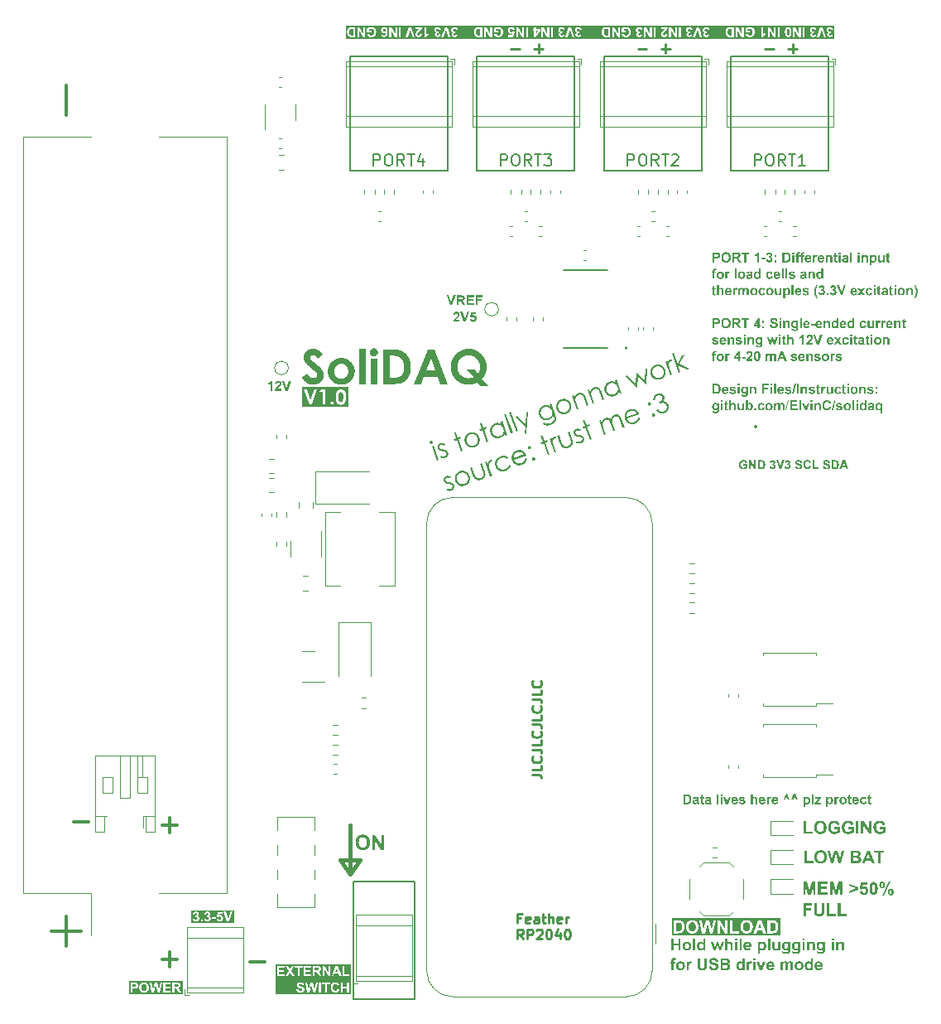
<source format=gbr>
%TF.GenerationSoftware,KiCad,Pcbnew,7.0.6*%
%TF.CreationDate,2024-06-14T01:31:41+02:00*%
%TF.ProjectId,SoliDAQ,536f6c69-4441-4512-9e6b-696361645f70,rev?*%
%TF.SameCoordinates,Original*%
%TF.FileFunction,Legend,Top*%
%TF.FilePolarity,Positive*%
%FSLAX46Y46*%
G04 Gerber Fmt 4.6, Leading zero omitted, Abs format (unit mm)*
G04 Created by KiCad (PCBNEW 7.0.6) date 2024-06-14 01:31:41*
%MOMM*%
%LPD*%
G01*
G04 APERTURE LIST*
%ADD10C,0.600000*%
%ADD11C,0.400000*%
%ADD12C,0.200000*%
%ADD13C,0.250000*%
%ADD14C,0.300000*%
%ADD15C,0.375000*%
%ADD16C,0.120000*%
%ADD17C,0.127000*%
%ADD18C,0.152400*%
%ADD19C,0.180000*%
G04 APERTURE END LIST*
D10*
G36*
X116257658Y-88630541D02*
G01*
X115760136Y-89083612D01*
X115727297Y-89037236D01*
X115694392Y-88993853D01*
X115661420Y-88953461D01*
X115628382Y-88916061D01*
X115595276Y-88881654D01*
X115562104Y-88850238D01*
X115528865Y-88821814D01*
X115495560Y-88796382D01*
X115462187Y-88773942D01*
X115428748Y-88754495D01*
X115395242Y-88738039D01*
X115361669Y-88724575D01*
X115328029Y-88714103D01*
X115294322Y-88706623D01*
X115243638Y-88701013D01*
X115226709Y-88700639D01*
X115186471Y-88702350D01*
X115148571Y-88707484D01*
X115113007Y-88716041D01*
X115079782Y-88728021D01*
X115048894Y-88743423D01*
X115020343Y-88762248D01*
X115009577Y-88770737D01*
X114981107Y-88797334D01*
X114958527Y-88825193D01*
X114939628Y-88859291D01*
X114928747Y-88895107D01*
X114925802Y-88927174D01*
X114928665Y-88964872D01*
X114937256Y-89001670D01*
X114951573Y-89037568D01*
X114968403Y-89067621D01*
X114985642Y-89092160D01*
X115011300Y-89121746D01*
X115037294Y-89148827D01*
X115069073Y-89180100D01*
X115106637Y-89215565D01*
X115134894Y-89241538D01*
X115165722Y-89269374D01*
X115199121Y-89299073D01*
X115235092Y-89330636D01*
X115273633Y-89364062D01*
X115314746Y-89399351D01*
X115358430Y-89436504D01*
X115404686Y-89475520D01*
X115453512Y-89516399D01*
X115478890Y-89537537D01*
X115525790Y-89576055D01*
X115570319Y-89612751D01*
X115612477Y-89647622D01*
X115652264Y-89680671D01*
X115689681Y-89711896D01*
X115724726Y-89741299D01*
X115757401Y-89768878D01*
X115787704Y-89794633D01*
X115815637Y-89818566D01*
X115853091Y-89851046D01*
X115885211Y-89879424D01*
X115911996Y-89903699D01*
X115939411Y-89929685D01*
X115944783Y-89935042D01*
X115969858Y-89960301D01*
X115994004Y-89985425D01*
X116028482Y-90022862D01*
X116060872Y-90059997D01*
X116091174Y-90096833D01*
X116119386Y-90133368D01*
X116145510Y-90169602D01*
X116169545Y-90205536D01*
X116191492Y-90241169D01*
X116211349Y-90276502D01*
X116229118Y-90311534D01*
X116234577Y-90323144D01*
X116249854Y-90358074D01*
X116263629Y-90393619D01*
X116275901Y-90429781D01*
X116286670Y-90466559D01*
X116295936Y-90503953D01*
X116303700Y-90541962D01*
X116309961Y-90580588D01*
X116314719Y-90619831D01*
X116317975Y-90659689D01*
X116319728Y-90700163D01*
X116320062Y-90727488D01*
X116318887Y-90780128D01*
X116315361Y-90831620D01*
X116309484Y-90881962D01*
X116301256Y-90931156D01*
X116290677Y-90979202D01*
X116277747Y-91026098D01*
X116262467Y-91071846D01*
X116244836Y-91116445D01*
X116224853Y-91159895D01*
X116202520Y-91202197D01*
X116177837Y-91243350D01*
X116150802Y-91283354D01*
X116121417Y-91322210D01*
X116089680Y-91359917D01*
X116055593Y-91396475D01*
X116019155Y-91431885D01*
X115980931Y-91465528D01*
X115941270Y-91497000D01*
X115900174Y-91526302D01*
X115857642Y-91553434D01*
X115813674Y-91578395D01*
X115768270Y-91601185D01*
X115721430Y-91621805D01*
X115673155Y-91640254D01*
X115623443Y-91656533D01*
X115572296Y-91670642D01*
X115519712Y-91682579D01*
X115465693Y-91692347D01*
X115410238Y-91699944D01*
X115353347Y-91705370D01*
X115295020Y-91708626D01*
X115235258Y-91709711D01*
X115188511Y-91708963D01*
X115142520Y-91706719D01*
X115097283Y-91702979D01*
X115052801Y-91697743D01*
X115009073Y-91691011D01*
X114966100Y-91682783D01*
X114923882Y-91673059D01*
X114882418Y-91661839D01*
X114841709Y-91649123D01*
X114801755Y-91634912D01*
X114762556Y-91619204D01*
X114724111Y-91602000D01*
X114686421Y-91583300D01*
X114649485Y-91563104D01*
X114613304Y-91541412D01*
X114577878Y-91518225D01*
X114543146Y-91493327D01*
X114509049Y-91466720D01*
X114475587Y-91438403D01*
X114442758Y-91408376D01*
X114410565Y-91376640D01*
X114379005Y-91343194D01*
X114348080Y-91308038D01*
X114317790Y-91271173D01*
X114288134Y-91232598D01*
X114259113Y-91192313D01*
X114230726Y-91150318D01*
X114202973Y-91106614D01*
X114175855Y-91061200D01*
X114149371Y-91014077D01*
X114123522Y-90965243D01*
X114098307Y-90914700D01*
X114663363Y-90560793D01*
X114679361Y-90591086D01*
X114711812Y-90648789D01*
X114744870Y-90702644D01*
X114778537Y-90752653D01*
X114812811Y-90798815D01*
X114847693Y-90841130D01*
X114883182Y-90879598D01*
X114919280Y-90914220D01*
X114955985Y-90944994D01*
X114993298Y-90971922D01*
X115031218Y-90995003D01*
X115069747Y-91014237D01*
X115108883Y-91029624D01*
X115148627Y-91041165D01*
X115188978Y-91048858D01*
X115229937Y-91052705D01*
X115250645Y-91053186D01*
X115292960Y-91051650D01*
X115333565Y-91047042D01*
X115372461Y-91039362D01*
X115409647Y-91028609D01*
X115445123Y-91014785D01*
X115478890Y-90997888D01*
X115510947Y-90977919D01*
X115541294Y-90954878D01*
X115568943Y-90929607D01*
X115592906Y-90903374D01*
X115617674Y-90869230D01*
X115636683Y-90833583D01*
X115649932Y-90796434D01*
X115657420Y-90757782D01*
X115659263Y-90725779D01*
X115657093Y-90689180D01*
X115650581Y-90652582D01*
X115639729Y-90615984D01*
X115624535Y-90579386D01*
X115605000Y-90542787D01*
X115586247Y-90513509D01*
X115570359Y-90491550D01*
X115544780Y-90460107D01*
X115521196Y-90433966D01*
X115493840Y-90405631D01*
X115462712Y-90375101D01*
X115427813Y-90342378D01*
X115402451Y-90319344D01*
X115375413Y-90295335D01*
X115346699Y-90270351D01*
X115316308Y-90244391D01*
X115284241Y-90217457D01*
X115250498Y-90189547D01*
X115215079Y-90160663D01*
X115177983Y-90130803D01*
X115142318Y-90102211D01*
X115107451Y-90074029D01*
X115073382Y-90046258D01*
X115040111Y-90018898D01*
X115007639Y-89991948D01*
X114975964Y-89965410D01*
X114945088Y-89939282D01*
X114915010Y-89913564D01*
X114885729Y-89888258D01*
X114857247Y-89863362D01*
X114829563Y-89838877D01*
X114802677Y-89814802D01*
X114776589Y-89791139D01*
X114751299Y-89767886D01*
X114703114Y-89722612D01*
X114658120Y-89678981D01*
X114616320Y-89636994D01*
X114577711Y-89596649D01*
X114542295Y-89557947D01*
X114510071Y-89520888D01*
X114481040Y-89485471D01*
X114455200Y-89451698D01*
X114432554Y-89419568D01*
X114412161Y-89388262D01*
X114393084Y-89356963D01*
X114375322Y-89325671D01*
X114358876Y-89294386D01*
X114343746Y-89263107D01*
X114323518Y-89216201D01*
X114306250Y-89169311D01*
X114291942Y-89122435D01*
X114280594Y-89075574D01*
X114272207Y-89028729D01*
X114266779Y-88981898D01*
X114264313Y-88935082D01*
X114264148Y-88919481D01*
X114265240Y-88874895D01*
X114268516Y-88831110D01*
X114273976Y-88788128D01*
X114281619Y-88745946D01*
X114291447Y-88704566D01*
X114303458Y-88663987D01*
X114317653Y-88624210D01*
X114334032Y-88585234D01*
X114352595Y-88547060D01*
X114373342Y-88509687D01*
X114396273Y-88473115D01*
X114421387Y-88437345D01*
X114448686Y-88402377D01*
X114478168Y-88368209D01*
X114509834Y-88334843D01*
X114543684Y-88302279D01*
X114579244Y-88271017D01*
X114615825Y-88241772D01*
X114653429Y-88214543D01*
X114692054Y-88189332D01*
X114731701Y-88166137D01*
X114772370Y-88144960D01*
X114814060Y-88125799D01*
X114856773Y-88108655D01*
X114900507Y-88093529D01*
X114945263Y-88080419D01*
X114991041Y-88069326D01*
X115037841Y-88060250D01*
X115085662Y-88053190D01*
X115134506Y-88048148D01*
X115184371Y-88045123D01*
X115235258Y-88044114D01*
X115284720Y-88045226D01*
X115333732Y-88048562D01*
X115382294Y-88054122D01*
X115430404Y-88061906D01*
X115478063Y-88071914D01*
X115525272Y-88084145D01*
X115572030Y-88098601D01*
X115618337Y-88115281D01*
X115664194Y-88134184D01*
X115709599Y-88155312D01*
X115739619Y-88170632D01*
X115769693Y-88187155D01*
X115800073Y-88205307D01*
X115830761Y-88225089D01*
X115861756Y-88246500D01*
X115893058Y-88269541D01*
X115924667Y-88294211D01*
X115956584Y-88320511D01*
X115988808Y-88348441D01*
X116021339Y-88378000D01*
X116054177Y-88409189D01*
X116087323Y-88442007D01*
X116120775Y-88476455D01*
X116154535Y-88512532D01*
X116188602Y-88550239D01*
X116222977Y-88589575D01*
X116257658Y-88630541D01*
G37*
G36*
X118153649Y-88974912D02*
G01*
X118199397Y-88977076D01*
X118244797Y-88980683D01*
X118289850Y-88985731D01*
X118334556Y-88992223D01*
X118378915Y-89000157D01*
X118422926Y-89009534D01*
X118466591Y-89020353D01*
X118509907Y-89032615D01*
X118552877Y-89046319D01*
X118595499Y-89061466D01*
X118637774Y-89078055D01*
X118679702Y-89096087D01*
X118721282Y-89115562D01*
X118762516Y-89136479D01*
X118803401Y-89158839D01*
X118843656Y-89182327D01*
X118882782Y-89206844D01*
X118920780Y-89232389D01*
X118957648Y-89258963D01*
X118993389Y-89286565D01*
X119028000Y-89315196D01*
X119061483Y-89344855D01*
X119093837Y-89375543D01*
X119125062Y-89407259D01*
X119155159Y-89440004D01*
X119184127Y-89473777D01*
X119211966Y-89508579D01*
X119238677Y-89544409D01*
X119264259Y-89581268D01*
X119288712Y-89619155D01*
X119312037Y-89658071D01*
X119334190Y-89697698D01*
X119354913Y-89737719D01*
X119374207Y-89778134D01*
X119392073Y-89818943D01*
X119408508Y-89860146D01*
X119423515Y-89901743D01*
X119437092Y-89943734D01*
X119449241Y-89986120D01*
X119459960Y-90028899D01*
X119469249Y-90072072D01*
X119477110Y-90115639D01*
X119483541Y-90159601D01*
X119488544Y-90203956D01*
X119492117Y-90248706D01*
X119494260Y-90293849D01*
X119494975Y-90339386D01*
X119494257Y-90385254D01*
X119492103Y-90430748D01*
X119488514Y-90475869D01*
X119483488Y-90520615D01*
X119477027Y-90564987D01*
X119469129Y-90608985D01*
X119459796Y-90652609D01*
X119449027Y-90695859D01*
X119436822Y-90738735D01*
X119423181Y-90781237D01*
X119408104Y-90823365D01*
X119391592Y-90865119D01*
X119373643Y-90906499D01*
X119354259Y-90947505D01*
X119333438Y-90988137D01*
X119311182Y-91028395D01*
X119287684Y-91067919D01*
X119263137Y-91106347D01*
X119237542Y-91143680D01*
X119210898Y-91179918D01*
X119183205Y-91215060D01*
X119154464Y-91249107D01*
X119124675Y-91282059D01*
X119093837Y-91313915D01*
X119061950Y-91344677D01*
X119029015Y-91374343D01*
X118995031Y-91402913D01*
X118959999Y-91430389D01*
X118923919Y-91456769D01*
X118886789Y-91482054D01*
X118848612Y-91506243D01*
X118809385Y-91529338D01*
X118769488Y-91551180D01*
X118729083Y-91571613D01*
X118688170Y-91590636D01*
X118646750Y-91608251D01*
X118604822Y-91624456D01*
X118562387Y-91639253D01*
X118519444Y-91652640D01*
X118475994Y-91664618D01*
X118432036Y-91675186D01*
X118387570Y-91684346D01*
X118342597Y-91692096D01*
X118297117Y-91698438D01*
X118251128Y-91703370D01*
X118204632Y-91706893D01*
X118157629Y-91709006D01*
X118110118Y-91709711D01*
X118075123Y-91709323D01*
X118040448Y-91708158D01*
X118006094Y-91706217D01*
X117938347Y-91700006D01*
X117871882Y-91690690D01*
X117806700Y-91678268D01*
X117742800Y-91662740D01*
X117680182Y-91644107D01*
X117618847Y-91622368D01*
X117558793Y-91597524D01*
X117500022Y-91569575D01*
X117442534Y-91538520D01*
X117386327Y-91504359D01*
X117331403Y-91467093D01*
X117277761Y-91426721D01*
X117225402Y-91383244D01*
X117199703Y-91360341D01*
X117174325Y-91336662D01*
X117149267Y-91312206D01*
X117124811Y-91287141D01*
X117101131Y-91261743D01*
X117078228Y-91236010D01*
X117034751Y-91183544D01*
X116994379Y-91129742D01*
X116957113Y-91074604D01*
X116922953Y-91018131D01*
X116891898Y-90960321D01*
X116863948Y-90901176D01*
X116839104Y-90840696D01*
X116817365Y-90778879D01*
X116798732Y-90715727D01*
X116783205Y-90651240D01*
X116770783Y-90585416D01*
X116761466Y-90518257D01*
X116757973Y-90484177D01*
X116755255Y-90449762D01*
X116753314Y-90415014D01*
X116752150Y-90379932D01*
X116751762Y-90344516D01*
X116751831Y-90338532D01*
X117405722Y-90338532D01*
X117406506Y-90380977D01*
X117408861Y-90422400D01*
X117412784Y-90462802D01*
X117418277Y-90502182D01*
X117425340Y-90540540D01*
X117433972Y-90577876D01*
X117444173Y-90614191D01*
X117455944Y-90649483D01*
X117469285Y-90683754D01*
X117484194Y-90717003D01*
X117500674Y-90749230D01*
X117518722Y-90780436D01*
X117538340Y-90810619D01*
X117559528Y-90839781D01*
X117582285Y-90867921D01*
X117606612Y-90895039D01*
X117632140Y-90920815D01*
X117658504Y-90944927D01*
X117685702Y-90967377D01*
X117713735Y-90988164D01*
X117742603Y-91007288D01*
X117772305Y-91024749D01*
X117802843Y-91040547D01*
X117834215Y-91054682D01*
X117866422Y-91067154D01*
X117899464Y-91077963D01*
X117933341Y-91087110D01*
X117968053Y-91094593D01*
X118003599Y-91100413D01*
X118039980Y-91104571D01*
X118077196Y-91107065D01*
X118115247Y-91107897D01*
X118153311Y-91107055D01*
X118190568Y-91104531D01*
X118227016Y-91100323D01*
X118262655Y-91094433D01*
X118297487Y-91086859D01*
X118331511Y-91077603D01*
X118364727Y-91066663D01*
X118397134Y-91054041D01*
X118428733Y-91039736D01*
X118459525Y-91023747D01*
X118489508Y-91006076D01*
X118518683Y-90986722D01*
X118547050Y-90965684D01*
X118574609Y-90942964D01*
X118601360Y-90918561D01*
X118627302Y-90892474D01*
X118652043Y-90865066D01*
X118675187Y-90836695D01*
X118696736Y-90807363D01*
X118716688Y-90777070D01*
X118735044Y-90745814D01*
X118751803Y-90713597D01*
X118766967Y-90680418D01*
X118780534Y-90646278D01*
X118792505Y-90611175D01*
X118802881Y-90575111D01*
X118811659Y-90538086D01*
X118818842Y-90500098D01*
X118824429Y-90461149D01*
X118828419Y-90421238D01*
X118830813Y-90380366D01*
X118831612Y-90338532D01*
X118830827Y-90296611D01*
X118828473Y-90255691D01*
X118824549Y-90215774D01*
X118819056Y-90176858D01*
X118811993Y-90138944D01*
X118803361Y-90102032D01*
X118793160Y-90066122D01*
X118781389Y-90031213D01*
X118768049Y-89997306D01*
X118753139Y-89964401D01*
X118736660Y-89932498D01*
X118718611Y-89901596D01*
X118698993Y-89871697D01*
X118677805Y-89842799D01*
X118655048Y-89814903D01*
X118630722Y-89788008D01*
X118605176Y-89762336D01*
X118578763Y-89738320D01*
X118551481Y-89715960D01*
X118523331Y-89695257D01*
X118494313Y-89676210D01*
X118464427Y-89658819D01*
X118433672Y-89643084D01*
X118402049Y-89629006D01*
X118369558Y-89616584D01*
X118336199Y-89605818D01*
X118301972Y-89596709D01*
X118266876Y-89589256D01*
X118230912Y-89583459D01*
X118194080Y-89579318D01*
X118156380Y-89576834D01*
X118117812Y-89576005D01*
X118079958Y-89576844D01*
X118042906Y-89579358D01*
X118006655Y-89583549D01*
X117971205Y-89589416D01*
X117936557Y-89596959D01*
X117902710Y-89606179D01*
X117869665Y-89617075D01*
X117837421Y-89629647D01*
X117805979Y-89643896D01*
X117775338Y-89659821D01*
X117745498Y-89677422D01*
X117716460Y-89696700D01*
X117688223Y-89717653D01*
X117660788Y-89740284D01*
X117634154Y-89764590D01*
X117608321Y-89790573D01*
X117583788Y-89817758D01*
X117560837Y-89845884D01*
X117539469Y-89874952D01*
X117519684Y-89904962D01*
X117501482Y-89935914D01*
X117484862Y-89967807D01*
X117469825Y-90000642D01*
X117456372Y-90034419D01*
X117444501Y-90069137D01*
X117434212Y-90104797D01*
X117425507Y-90141398D01*
X117418384Y-90178942D01*
X117412844Y-90217427D01*
X117408887Y-90256853D01*
X117406513Y-90297222D01*
X117405722Y-90338532D01*
X116751831Y-90338532D01*
X116752201Y-90306619D01*
X116753518Y-90269118D01*
X116755714Y-90232013D01*
X116758787Y-90195304D01*
X116762739Y-90158991D01*
X116767570Y-90123073D01*
X116773278Y-90087550D01*
X116779865Y-90052424D01*
X116787330Y-90017693D01*
X116795673Y-89983358D01*
X116804894Y-89949419D01*
X116814994Y-89915875D01*
X116825972Y-89882727D01*
X116837828Y-89849975D01*
X116850562Y-89817618D01*
X116864174Y-89785657D01*
X116878665Y-89754092D01*
X116894034Y-89722923D01*
X116910281Y-89692149D01*
X116927406Y-89661771D01*
X116945410Y-89631789D01*
X116964292Y-89602202D01*
X116984052Y-89573011D01*
X117004690Y-89544216D01*
X117026207Y-89515816D01*
X117048602Y-89487812D01*
X117071874Y-89460204D01*
X117096026Y-89432992D01*
X117121055Y-89406175D01*
X117146963Y-89379754D01*
X117173749Y-89353729D01*
X117201413Y-89328099D01*
X117251134Y-89285243D01*
X117301777Y-89245152D01*
X117353342Y-89207826D01*
X117405829Y-89173264D01*
X117459237Y-89141468D01*
X117513566Y-89112436D01*
X117568818Y-89086170D01*
X117624991Y-89062668D01*
X117682085Y-89041931D01*
X117740102Y-89023959D01*
X117799040Y-89008752D01*
X117858899Y-88996310D01*
X117919680Y-88986633D01*
X117981383Y-88979721D01*
X118044008Y-88975573D01*
X118107554Y-88974191D01*
X118153649Y-88974912D01*
G37*
G36*
X119945481Y-88044114D02*
G01*
X120601151Y-88044114D01*
X120601151Y-91655001D01*
X119945481Y-91655001D01*
X119945481Y-88044114D01*
G37*
G36*
X121444888Y-87989404D02*
G01*
X121487296Y-87991287D01*
X121528182Y-87996937D01*
X121567545Y-88006354D01*
X121605386Y-88019537D01*
X121641704Y-88036487D01*
X121676499Y-88057204D01*
X121709771Y-88081688D01*
X121741521Y-88109938D01*
X121770572Y-88140873D01*
X121795750Y-88173410D01*
X121817055Y-88207551D01*
X121834486Y-88243294D01*
X121848043Y-88280641D01*
X121857727Y-88319590D01*
X121863537Y-88360142D01*
X121865474Y-88402296D01*
X121863551Y-88443837D01*
X121857780Y-88483828D01*
X121848163Y-88522269D01*
X121834699Y-88559161D01*
X121817389Y-88594504D01*
X121796231Y-88628297D01*
X121771227Y-88660541D01*
X121742376Y-88691236D01*
X121711067Y-88719085D01*
X121678262Y-88743221D01*
X121643961Y-88763644D01*
X121608164Y-88780354D01*
X121570871Y-88793350D01*
X121532083Y-88802633D01*
X121491798Y-88808203D01*
X121450017Y-88810060D01*
X121407007Y-88808163D01*
X121365601Y-88802473D01*
X121325797Y-88792990D01*
X121287595Y-88779713D01*
X121250997Y-88762642D01*
X121216002Y-88741779D01*
X121182609Y-88717122D01*
X121150819Y-88688671D01*
X121121768Y-88657309D01*
X121096590Y-88624344D01*
X121075285Y-88589776D01*
X121057855Y-88553605D01*
X121044297Y-88515831D01*
X121034613Y-88476455D01*
X121028803Y-88435475D01*
X121026866Y-88392893D01*
X121028776Y-88351980D01*
X121034506Y-88312591D01*
X121044057Y-88274723D01*
X121057427Y-88238379D01*
X121074618Y-88203557D01*
X121095628Y-88170258D01*
X121120459Y-88138482D01*
X121149110Y-88108228D01*
X121180659Y-88080379D01*
X121213758Y-88056242D01*
X121248406Y-88035820D01*
X121284603Y-88019110D01*
X121322350Y-88006113D01*
X121361647Y-87996830D01*
X121402493Y-87991260D01*
X121444888Y-87989404D01*
G37*
G36*
X121115771Y-89028901D02*
G01*
X121774005Y-89028901D01*
X121774005Y-91655001D01*
X121115771Y-91655001D01*
X121115771Y-89028901D01*
G37*
G36*
X123281092Y-88099012D02*
G01*
X123328176Y-88099576D01*
X123374485Y-88100515D01*
X123420019Y-88101830D01*
X123464778Y-88103520D01*
X123508763Y-88105587D01*
X123551973Y-88108028D01*
X123594408Y-88110846D01*
X123636069Y-88114039D01*
X123676955Y-88117608D01*
X123717066Y-88121552D01*
X123756402Y-88125873D01*
X123794964Y-88130568D01*
X123832751Y-88135640D01*
X123869763Y-88141087D01*
X123906001Y-88146910D01*
X123941464Y-88153108D01*
X123976152Y-88159683D01*
X124010066Y-88166632D01*
X124075568Y-88181659D01*
X124137972Y-88198188D01*
X124197278Y-88216220D01*
X124253484Y-88235755D01*
X124306592Y-88256792D01*
X124356600Y-88279332D01*
X124380443Y-88291166D01*
X124426835Y-88316147D01*
X124472192Y-88343005D01*
X124516514Y-88371739D01*
X124559801Y-88402350D01*
X124602052Y-88434837D01*
X124643269Y-88469202D01*
X124683450Y-88505443D01*
X124722596Y-88543560D01*
X124760707Y-88583555D01*
X124797783Y-88625426D01*
X124833824Y-88669173D01*
X124868829Y-88714797D01*
X124902799Y-88762298D01*
X124935734Y-88811676D01*
X124967634Y-88862930D01*
X124998499Y-88916061D01*
X125027898Y-88970698D01*
X125055400Y-89026470D01*
X125081006Y-89083378D01*
X125104714Y-89141421D01*
X125126526Y-89200599D01*
X125146442Y-89260913D01*
X125164460Y-89322362D01*
X125180582Y-89384946D01*
X125194807Y-89448666D01*
X125207136Y-89513521D01*
X125217568Y-89579512D01*
X125226103Y-89646637D01*
X125232741Y-89714898D01*
X125235349Y-89749455D01*
X125237483Y-89784295D01*
X125239143Y-89819419D01*
X125240328Y-89854827D01*
X125241039Y-89890518D01*
X125241277Y-89926494D01*
X125240746Y-89977631D01*
X125239153Y-90028248D01*
X125236498Y-90078343D01*
X125232781Y-90127918D01*
X125228003Y-90176972D01*
X125222163Y-90225504D01*
X125215260Y-90273516D01*
X125207296Y-90321007D01*
X125198270Y-90367977D01*
X125188182Y-90414426D01*
X125177033Y-90460354D01*
X125164821Y-90505762D01*
X125151547Y-90550648D01*
X125137212Y-90595013D01*
X125121815Y-90638858D01*
X125105355Y-90682181D01*
X125087961Y-90724787D01*
X125069759Y-90766477D01*
X125050749Y-90807253D01*
X125030930Y-90847114D01*
X125010303Y-90886060D01*
X124988869Y-90924090D01*
X124966626Y-90961206D01*
X124943575Y-90997407D01*
X124919716Y-91032693D01*
X124895049Y-91067064D01*
X124869574Y-91100520D01*
X124843290Y-91133061D01*
X124816199Y-91164687D01*
X124788300Y-91195398D01*
X124759592Y-91225195D01*
X124730076Y-91254076D01*
X124700003Y-91281848D01*
X124669622Y-91308532D01*
X124638935Y-91334128D01*
X124607940Y-91358635D01*
X124576637Y-91382053D01*
X124545028Y-91404383D01*
X124513111Y-91425624D01*
X124480887Y-91445776D01*
X124448356Y-91464840D01*
X124415518Y-91482815D01*
X124382373Y-91499702D01*
X124348920Y-91515500D01*
X124315160Y-91530209D01*
X124281093Y-91543830D01*
X124246719Y-91556362D01*
X124212037Y-91567806D01*
X124175603Y-91578365D01*
X124135969Y-91588242D01*
X124093136Y-91597438D01*
X124047105Y-91605953D01*
X123997874Y-91613787D01*
X123945444Y-91620940D01*
X123889816Y-91627412D01*
X123830988Y-91633202D01*
X123768961Y-91638311D01*
X123703735Y-91642739D01*
X123635311Y-91646485D01*
X123599899Y-91648103D01*
X123563687Y-91649551D01*
X123526675Y-91650828D01*
X123488864Y-91651935D01*
X123450253Y-91652872D01*
X123410842Y-91653638D01*
X123370632Y-91654234D01*
X123329622Y-91654660D01*
X123287812Y-91654915D01*
X123245202Y-91655001D01*
X122434804Y-91655001D01*
X122434804Y-88755349D01*
X123105861Y-88755349D01*
X123105861Y-90998476D01*
X123418736Y-90998476D01*
X123475447Y-90998062D01*
X123530174Y-90996819D01*
X123582918Y-90994749D01*
X123633678Y-90991851D01*
X123682454Y-90988124D01*
X123729247Y-90983569D01*
X123774057Y-90978186D01*
X123816883Y-90971975D01*
X123857725Y-90964936D01*
X123896584Y-90957069D01*
X123933460Y-90948374D01*
X123968352Y-90938850D01*
X124001260Y-90928498D01*
X124046903Y-90911418D01*
X124088084Y-90892474D01*
X124126517Y-90871169D01*
X124163598Y-90847324D01*
X124199326Y-90820940D01*
X124233702Y-90792016D01*
X124266726Y-90760553D01*
X124298397Y-90726550D01*
X124328716Y-90690008D01*
X124357682Y-90650926D01*
X124385296Y-90609304D01*
X124411558Y-90565144D01*
X124428314Y-90534292D01*
X124444359Y-90502319D01*
X124459369Y-90469444D01*
X124473344Y-90435667D01*
X124486284Y-90400989D01*
X124498188Y-90365409D01*
X124509057Y-90328928D01*
X124518892Y-90291545D01*
X124527691Y-90253260D01*
X124535454Y-90214074D01*
X124542183Y-90173986D01*
X124547876Y-90132997D01*
X124552535Y-90091106D01*
X124556158Y-90048313D01*
X124558746Y-90004619D01*
X124560298Y-89960023D01*
X124560816Y-89914526D01*
X124560508Y-89879404D01*
X124559584Y-89844776D01*
X124555887Y-89777002D01*
X124549726Y-89711205D01*
X124541101Y-89647385D01*
X124530011Y-89585542D01*
X124516457Y-89525676D01*
X124500439Y-89467787D01*
X124481956Y-89411874D01*
X124461009Y-89357939D01*
X124437597Y-89305980D01*
X124411721Y-89255998D01*
X124383381Y-89207992D01*
X124352577Y-89161964D01*
X124319307Y-89117913D01*
X124283574Y-89075838D01*
X124245376Y-89035740D01*
X124208658Y-89001787D01*
X124169241Y-88970024D01*
X124127127Y-88940451D01*
X124082314Y-88913069D01*
X124034803Y-88887878D01*
X123984594Y-88864877D01*
X123931686Y-88844067D01*
X123876081Y-88825447D01*
X123817778Y-88809018D01*
X123756776Y-88794779D01*
X123693076Y-88782731D01*
X123626679Y-88772874D01*
X123592468Y-88768767D01*
X123557583Y-88765207D01*
X123522023Y-88762195D01*
X123485789Y-88759731D01*
X123448880Y-88757814D01*
X123411297Y-88756445D01*
X123373039Y-88755623D01*
X123334106Y-88755349D01*
X123105861Y-88755349D01*
X122434804Y-88755349D01*
X122434804Y-88098825D01*
X123233234Y-88098825D01*
X123281092Y-88099012D01*
G37*
G36*
X128982955Y-91655001D02*
G01*
X128283688Y-91655001D01*
X128006716Y-90889055D01*
X126564584Y-90889055D01*
X126275645Y-91655001D01*
X125576378Y-91655001D01*
X126121772Y-90232530D01*
X126814200Y-90232530D01*
X127754535Y-90232530D01*
X127286078Y-89028901D01*
X126814200Y-90232530D01*
X126121772Y-90232530D01*
X126939863Y-88098825D01*
X127622034Y-88098825D01*
X128982955Y-91655001D01*
G37*
G36*
X131202792Y-88044640D02*
G01*
X131249185Y-88046218D01*
X131295163Y-88048848D01*
X131340725Y-88052529D01*
X131385870Y-88057263D01*
X131430601Y-88063048D01*
X131474915Y-88069885D01*
X131518814Y-88077774D01*
X131562297Y-88086715D01*
X131605364Y-88096708D01*
X131648016Y-88107752D01*
X131690251Y-88119849D01*
X131732071Y-88132997D01*
X131773476Y-88147197D01*
X131814464Y-88162449D01*
X131855037Y-88178753D01*
X131895194Y-88196109D01*
X131934935Y-88214517D01*
X131974261Y-88233976D01*
X132013171Y-88254487D01*
X132051665Y-88276051D01*
X132089743Y-88298666D01*
X132127406Y-88322333D01*
X132164653Y-88347052D01*
X132201484Y-88372822D01*
X132237900Y-88399645D01*
X132273899Y-88427519D01*
X132309483Y-88456446D01*
X132344651Y-88486424D01*
X132379404Y-88517454D01*
X132413741Y-88549536D01*
X132447662Y-88582670D01*
X132480901Y-88616559D01*
X132513084Y-88650907D01*
X132544213Y-88685715D01*
X132574286Y-88720982D01*
X132603305Y-88756708D01*
X132631267Y-88792893D01*
X132658175Y-88829537D01*
X132684028Y-88866640D01*
X132708825Y-88904203D01*
X132732567Y-88942224D01*
X132755254Y-88980705D01*
X132776886Y-89019645D01*
X132797462Y-89059044D01*
X132816984Y-89098902D01*
X132835450Y-89139220D01*
X132852861Y-89179996D01*
X132869216Y-89221232D01*
X132884517Y-89262927D01*
X132898762Y-89305081D01*
X132911952Y-89347694D01*
X132924087Y-89390766D01*
X132935167Y-89434297D01*
X132945191Y-89478288D01*
X132954160Y-89522738D01*
X132962074Y-89567646D01*
X132968933Y-89613014D01*
X132974737Y-89658842D01*
X132979485Y-89705128D01*
X132983179Y-89751873D01*
X132985817Y-89799078D01*
X132987399Y-89846742D01*
X132987927Y-89894864D01*
X132987471Y-89939180D01*
X132986104Y-89983114D01*
X132983825Y-90026668D01*
X132980634Y-90069842D01*
X132976532Y-90112634D01*
X132971518Y-90155046D01*
X132965592Y-90197077D01*
X132958755Y-90238728D01*
X132951006Y-90279998D01*
X132942346Y-90320887D01*
X132932774Y-90361395D01*
X132922290Y-90401523D01*
X132910895Y-90441270D01*
X132898588Y-90480637D01*
X132885370Y-90519623D01*
X132871240Y-90558228D01*
X132856198Y-90596452D01*
X132840245Y-90634296D01*
X132823380Y-90671759D01*
X132805603Y-90708842D01*
X132786915Y-90745544D01*
X132767316Y-90781865D01*
X132746804Y-90817805D01*
X132725381Y-90853365D01*
X132703047Y-90888544D01*
X132679800Y-90923342D01*
X132655642Y-90957760D01*
X132630573Y-90991797D01*
X132604592Y-91025454D01*
X132577699Y-91058729D01*
X132549895Y-91091624D01*
X132521179Y-91124139D01*
X133136671Y-91873842D01*
X132338241Y-91873842D01*
X132026221Y-91491724D01*
X131977468Y-91518121D01*
X131928020Y-91542815D01*
X131877878Y-91565806D01*
X131827041Y-91587093D01*
X131775509Y-91606678D01*
X131723283Y-91624560D01*
X131670363Y-91640739D01*
X131616748Y-91655214D01*
X131562438Y-91667987D01*
X131507434Y-91679057D01*
X131451735Y-91688423D01*
X131395341Y-91696087D01*
X131338253Y-91702047D01*
X131280471Y-91706305D01*
X131221994Y-91708859D01*
X131162822Y-91709711D01*
X131113344Y-91709182D01*
X131064391Y-91707594D01*
X131015964Y-91704947D01*
X130968063Y-91701243D01*
X130920689Y-91696479D01*
X130873840Y-91690657D01*
X130827517Y-91683777D01*
X130781719Y-91675837D01*
X130736448Y-91666840D01*
X130691703Y-91656784D01*
X130647484Y-91645669D01*
X130603790Y-91633496D01*
X130560623Y-91620264D01*
X130517982Y-91605974D01*
X130475866Y-91590625D01*
X130434276Y-91574217D01*
X130393213Y-91556751D01*
X130352675Y-91538227D01*
X130312663Y-91518644D01*
X130273177Y-91498002D01*
X130234217Y-91476302D01*
X130195783Y-91453543D01*
X130157875Y-91429726D01*
X130120493Y-91404850D01*
X130083637Y-91378916D01*
X130047306Y-91351923D01*
X130011502Y-91323871D01*
X129976224Y-91294761D01*
X129941471Y-91264593D01*
X129907245Y-91233366D01*
X129873544Y-91201080D01*
X129840369Y-91167736D01*
X129807972Y-91133660D01*
X129776603Y-91099178D01*
X129746262Y-91064290D01*
X129716950Y-91028997D01*
X129688667Y-90993297D01*
X129661412Y-90957192D01*
X129635185Y-90920682D01*
X129609987Y-90883766D01*
X129585818Y-90846443D01*
X129562677Y-90808716D01*
X129540564Y-90770582D01*
X129519480Y-90732043D01*
X129499424Y-90693098D01*
X129480397Y-90653747D01*
X129462399Y-90613991D01*
X129445429Y-90573829D01*
X129429487Y-90533261D01*
X129414574Y-90492288D01*
X129400689Y-90450908D01*
X129387833Y-90409123D01*
X129376006Y-90366933D01*
X129365206Y-90324336D01*
X129355436Y-90281334D01*
X129346693Y-90237926D01*
X129338980Y-90194113D01*
X129332295Y-90149894D01*
X129326638Y-90105269D01*
X129322010Y-90060238D01*
X129318410Y-90014801D01*
X129315839Y-89968959D01*
X129314296Y-89922711D01*
X129313867Y-89883751D01*
X129991678Y-89883751D01*
X129992089Y-89919420D01*
X129993321Y-89954620D01*
X129995374Y-89989351D01*
X129998249Y-90023613D01*
X130006464Y-90090729D01*
X130017964Y-90155968D01*
X130032751Y-90219330D01*
X130050823Y-90280816D01*
X130072181Y-90340425D01*
X130096824Y-90398157D01*
X130124754Y-90454013D01*
X130155969Y-90507992D01*
X130190470Y-90560095D01*
X130228258Y-90610320D01*
X130269330Y-90658670D01*
X130313689Y-90705142D01*
X130361334Y-90749738D01*
X130412264Y-90792457D01*
X130453854Y-90824030D01*
X130496133Y-90853565D01*
X130539099Y-90881064D01*
X130582753Y-90906526D01*
X130627095Y-90929951D01*
X130672125Y-90951339D01*
X130717843Y-90970690D01*
X130764248Y-90988004D01*
X130811342Y-91003281D01*
X130859123Y-91016521D01*
X130907593Y-91027724D01*
X130956750Y-91036891D01*
X131006595Y-91044020D01*
X131057128Y-91049112D01*
X131108349Y-91052168D01*
X131160258Y-91053186D01*
X131205050Y-91052412D01*
X131249346Y-91050091D01*
X131293146Y-91046221D01*
X131336450Y-91040804D01*
X131379259Y-91033839D01*
X131421571Y-91025327D01*
X131463388Y-91015266D01*
X131504709Y-91003658D01*
X131545534Y-90990502D01*
X131585863Y-90975799D01*
X131612473Y-90965137D01*
X130979884Y-90177820D01*
X131782588Y-90177820D01*
X132100593Y-90587293D01*
X132126472Y-90547813D01*
X132150682Y-90507805D01*
X132173222Y-90467270D01*
X132194092Y-90426207D01*
X132213293Y-90384617D01*
X132230824Y-90342499D01*
X132246685Y-90299853D01*
X132260877Y-90256680D01*
X132273399Y-90212979D01*
X132284252Y-90168750D01*
X132293435Y-90123994D01*
X132300948Y-90078711D01*
X132306792Y-90032899D01*
X132310966Y-89986560D01*
X132313470Y-89939694D01*
X132314305Y-89892300D01*
X132312979Y-89830801D01*
X132309002Y-89770470D01*
X132302374Y-89711309D01*
X132293094Y-89653316D01*
X132281163Y-89596492D01*
X132266580Y-89540836D01*
X132249347Y-89486350D01*
X132229461Y-89433032D01*
X132206925Y-89380883D01*
X132181737Y-89329902D01*
X132153897Y-89280090D01*
X132123406Y-89231447D01*
X132090264Y-89183973D01*
X132054471Y-89137668D01*
X132016026Y-89092531D01*
X131974930Y-89048563D01*
X131932057Y-89006432D01*
X131888069Y-88967018D01*
X131842966Y-88930323D01*
X131796747Y-88896346D01*
X131749413Y-88865087D01*
X131700964Y-88836547D01*
X131651399Y-88810724D01*
X131600719Y-88787620D01*
X131548924Y-88767234D01*
X131496013Y-88749566D01*
X131441988Y-88734616D01*
X131386846Y-88722384D01*
X131330590Y-88712871D01*
X131273218Y-88706075D01*
X131214731Y-88701998D01*
X131155129Y-88700639D01*
X131093887Y-88701945D01*
X131033900Y-88705862D01*
X130975169Y-88712390D01*
X130917694Y-88721529D01*
X130861474Y-88733280D01*
X130806510Y-88747642D01*
X130752801Y-88764616D01*
X130700348Y-88784201D01*
X130649151Y-88806397D01*
X130599209Y-88831204D01*
X130550523Y-88858623D01*
X130503092Y-88888653D01*
X130456917Y-88921294D01*
X130411997Y-88956546D01*
X130368333Y-88994410D01*
X130325924Y-89034885D01*
X130285449Y-89077371D01*
X130247585Y-89121265D01*
X130212333Y-89166569D01*
X130179691Y-89213282D01*
X130149661Y-89261404D01*
X130122243Y-89310935D01*
X130097435Y-89361875D01*
X130075239Y-89414225D01*
X130055655Y-89467984D01*
X130038681Y-89523152D01*
X130024319Y-89579729D01*
X130012568Y-89637715D01*
X130003429Y-89697110D01*
X129996900Y-89757915D01*
X129992983Y-89820128D01*
X129991678Y-89883751D01*
X129313867Y-89883751D01*
X129313782Y-89876058D01*
X129314740Y-89813761D01*
X129317615Y-89752104D01*
X129322407Y-89691090D01*
X129329116Y-89630716D01*
X129337741Y-89570983D01*
X129348283Y-89511892D01*
X129360742Y-89453441D01*
X129375117Y-89395632D01*
X129391409Y-89338464D01*
X129409618Y-89281937D01*
X129429744Y-89226051D01*
X129451787Y-89170807D01*
X129475746Y-89116203D01*
X129501622Y-89062241D01*
X129529414Y-89008919D01*
X129559124Y-88956239D01*
X129590509Y-88904554D01*
X129623331Y-88854218D01*
X129657588Y-88805231D01*
X129693282Y-88757593D01*
X129730411Y-88711305D01*
X129768976Y-88666365D01*
X129808977Y-88622774D01*
X129850414Y-88580533D01*
X129893287Y-88539640D01*
X129937595Y-88500097D01*
X129983340Y-88461902D01*
X130030520Y-88425057D01*
X130079136Y-88389560D01*
X130129188Y-88355413D01*
X130180676Y-88322615D01*
X130233600Y-88291166D01*
X130287493Y-88261249D01*
X130341886Y-88233263D01*
X130396780Y-88207207D01*
X130452175Y-88183081D01*
X130508071Y-88160885D01*
X130564467Y-88140619D01*
X130621365Y-88122283D01*
X130678763Y-88105877D01*
X130736663Y-88091401D01*
X130795063Y-88078856D01*
X130853964Y-88068240D01*
X130913366Y-88059555D01*
X130973269Y-88052800D01*
X131033673Y-88047974D01*
X131094578Y-88045079D01*
X131155983Y-88044114D01*
X131202792Y-88044640D01*
G37*
D11*
X120000000Y-140250000D02*
X118000000Y-140250000D01*
X118000000Y-140250000D02*
X119000000Y-141750000D01*
X119000000Y-136750000D02*
X119000000Y-141750000D01*
X119000000Y-141750000D02*
X120000000Y-140250000D01*
D12*
X160417292Y-69342742D02*
X160417292Y-68142742D01*
X160417292Y-68142742D02*
X160874435Y-68142742D01*
X160874435Y-68142742D02*
X160988720Y-68199885D01*
X160988720Y-68199885D02*
X161045863Y-68257028D01*
X161045863Y-68257028D02*
X161103006Y-68371314D01*
X161103006Y-68371314D02*
X161103006Y-68542742D01*
X161103006Y-68542742D02*
X161045863Y-68657028D01*
X161045863Y-68657028D02*
X160988720Y-68714171D01*
X160988720Y-68714171D02*
X160874435Y-68771314D01*
X160874435Y-68771314D02*
X160417292Y-68771314D01*
X161845863Y-68142742D02*
X162074435Y-68142742D01*
X162074435Y-68142742D02*
X162188720Y-68199885D01*
X162188720Y-68199885D02*
X162303006Y-68314171D01*
X162303006Y-68314171D02*
X162360149Y-68542742D01*
X162360149Y-68542742D02*
X162360149Y-68942742D01*
X162360149Y-68942742D02*
X162303006Y-69171314D01*
X162303006Y-69171314D02*
X162188720Y-69285600D01*
X162188720Y-69285600D02*
X162074435Y-69342742D01*
X162074435Y-69342742D02*
X161845863Y-69342742D01*
X161845863Y-69342742D02*
X161731578Y-69285600D01*
X161731578Y-69285600D02*
X161617292Y-69171314D01*
X161617292Y-69171314D02*
X161560149Y-68942742D01*
X161560149Y-68942742D02*
X161560149Y-68542742D01*
X161560149Y-68542742D02*
X161617292Y-68314171D01*
X161617292Y-68314171D02*
X161731578Y-68199885D01*
X161731578Y-68199885D02*
X161845863Y-68142742D01*
X163560149Y-69342742D02*
X163160149Y-68771314D01*
X162874435Y-69342742D02*
X162874435Y-68142742D01*
X162874435Y-68142742D02*
X163331578Y-68142742D01*
X163331578Y-68142742D02*
X163445863Y-68199885D01*
X163445863Y-68199885D02*
X163503006Y-68257028D01*
X163503006Y-68257028D02*
X163560149Y-68371314D01*
X163560149Y-68371314D02*
X163560149Y-68542742D01*
X163560149Y-68542742D02*
X163503006Y-68657028D01*
X163503006Y-68657028D02*
X163445863Y-68714171D01*
X163445863Y-68714171D02*
X163331578Y-68771314D01*
X163331578Y-68771314D02*
X162874435Y-68771314D01*
X163903006Y-68142742D02*
X164588721Y-68142742D01*
X164245863Y-69342742D02*
X164245863Y-68142742D01*
X165617292Y-69342742D02*
X164931578Y-69342742D01*
X165274435Y-69342742D02*
X165274435Y-68142742D01*
X165274435Y-68142742D02*
X165160149Y-68314171D01*
X165160149Y-68314171D02*
X165045864Y-68428457D01*
X165045864Y-68428457D02*
X164931578Y-68485600D01*
D13*
G36*
X154048756Y-146661783D02*
G01*
X154068401Y-146663100D01*
X154087542Y-146665296D01*
X154106180Y-146668369D01*
X154124315Y-146672321D01*
X154141946Y-146677151D01*
X154159073Y-146682858D01*
X154175696Y-146689444D01*
X154191817Y-146696908D01*
X154207433Y-146705251D01*
X154222546Y-146714471D01*
X154237156Y-146724570D01*
X154251261Y-146735546D01*
X154264864Y-146747401D01*
X154277963Y-146760134D01*
X154290558Y-146773745D01*
X154296633Y-146780863D01*
X154308205Y-146795782D01*
X154319006Y-146811608D01*
X154329035Y-146828342D01*
X154338292Y-146845984D01*
X154346778Y-146864534D01*
X154354493Y-146883992D01*
X154361436Y-146904357D01*
X154367608Y-146925631D01*
X154373008Y-146947812D01*
X154377637Y-146970902D01*
X154381494Y-146994899D01*
X154384580Y-147019804D01*
X154385834Y-147032597D01*
X154386894Y-147045617D01*
X154387762Y-147058864D01*
X154388437Y-147072338D01*
X154388919Y-147086039D01*
X154389209Y-147099967D01*
X154389305Y-147114122D01*
X154389206Y-147128436D01*
X154388909Y-147142526D01*
X154388415Y-147156390D01*
X154387723Y-147170029D01*
X154386832Y-147183443D01*
X154385744Y-147196632D01*
X154384458Y-147209596D01*
X154382975Y-147222335D01*
X154379414Y-147247137D01*
X154375062Y-147271039D01*
X154369918Y-147294040D01*
X154363983Y-147316141D01*
X154357257Y-147337341D01*
X154349740Y-147357641D01*
X154341431Y-147377041D01*
X154332331Y-147395540D01*
X154322440Y-147413138D01*
X154311757Y-147429836D01*
X154300283Y-147445634D01*
X154288018Y-147460531D01*
X154275135Y-147474488D01*
X154261808Y-147487545D01*
X154248037Y-147499701D01*
X154233822Y-147510957D01*
X154219163Y-147521312D01*
X154204060Y-147530767D01*
X154188512Y-147539321D01*
X154172521Y-147546975D01*
X154156086Y-147553728D01*
X154139207Y-147559581D01*
X154121884Y-147564534D01*
X154104117Y-147568586D01*
X154085905Y-147571737D01*
X154067250Y-147573989D01*
X154048151Y-147575339D01*
X154028607Y-147575789D01*
X154009058Y-147575336D01*
X153989940Y-147573974D01*
X153971254Y-147571704D01*
X153952999Y-147568526D01*
X153935176Y-147564441D01*
X153917784Y-147559447D01*
X153900825Y-147553546D01*
X153884296Y-147546737D01*
X153868200Y-147539020D01*
X153852535Y-147530395D01*
X153837302Y-147520862D01*
X153822500Y-147510421D01*
X153808130Y-147499072D01*
X153794191Y-147486816D01*
X153780685Y-147473651D01*
X153767609Y-147459579D01*
X153761300Y-147452189D01*
X153749281Y-147436772D01*
X153738064Y-147420505D01*
X153727648Y-147403386D01*
X153718033Y-147385417D01*
X153709220Y-147366597D01*
X153701207Y-147346925D01*
X153693996Y-147326404D01*
X153687586Y-147305031D01*
X153681978Y-147282807D01*
X153677170Y-147259733D01*
X153673164Y-147235807D01*
X153669959Y-147211031D01*
X153668657Y-147198324D01*
X153667556Y-147185404D01*
X153666654Y-147172272D01*
X153665953Y-147158926D01*
X153665452Y-147145368D01*
X153665152Y-147131598D01*
X153665052Y-147117614D01*
X153665150Y-147103419D01*
X153665443Y-147089448D01*
X153665931Y-147075703D01*
X153666615Y-147062183D01*
X153667494Y-147048888D01*
X153668568Y-147035818D01*
X153669838Y-147022973D01*
X153671303Y-147010354D01*
X153674819Y-146985789D01*
X153679117Y-146962126D01*
X153684196Y-146939363D01*
X153690056Y-146917500D01*
X153696698Y-146896538D01*
X153704121Y-146876476D01*
X153712326Y-146857315D01*
X153721312Y-146839054D01*
X153731079Y-146821693D01*
X153741628Y-146805233D01*
X153752958Y-146789674D01*
X153765069Y-146775015D01*
X153777820Y-146761250D01*
X153791066Y-146748373D01*
X153804808Y-146736385D01*
X153819047Y-146725284D01*
X153833782Y-146715071D01*
X153849012Y-146705747D01*
X153864739Y-146697310D01*
X153880963Y-146689762D01*
X153897682Y-146683101D01*
X153914897Y-146677329D01*
X153932608Y-146672445D01*
X153950816Y-146668449D01*
X153969520Y-146665340D01*
X153988719Y-146663120D01*
X154008415Y-146661788D01*
X154028607Y-146661344D01*
X154048756Y-146661783D01*
G37*
G36*
X159605281Y-146661783D02*
G01*
X159624926Y-146663100D01*
X159644067Y-146665296D01*
X159662705Y-146668369D01*
X159680840Y-146672321D01*
X159698470Y-146677151D01*
X159715598Y-146682858D01*
X159732221Y-146689444D01*
X159748341Y-146696908D01*
X159763958Y-146705251D01*
X159779071Y-146714471D01*
X159793680Y-146724570D01*
X159807786Y-146735546D01*
X159821389Y-146747401D01*
X159834487Y-146760134D01*
X159847083Y-146773745D01*
X159853158Y-146780863D01*
X159864730Y-146795782D01*
X159875530Y-146811608D01*
X159885559Y-146828342D01*
X159894817Y-146845984D01*
X159903303Y-146864534D01*
X159911018Y-146883992D01*
X159917961Y-146904357D01*
X159924133Y-146925631D01*
X159929533Y-146947812D01*
X159934162Y-146970902D01*
X159938019Y-146994899D01*
X159941105Y-147019804D01*
X159942358Y-147032597D01*
X159943419Y-147045617D01*
X159944287Y-147058864D01*
X159944962Y-147072338D01*
X159945444Y-147086039D01*
X159945733Y-147099967D01*
X159945830Y-147114122D01*
X159945731Y-147128436D01*
X159945434Y-147142526D01*
X159944940Y-147156390D01*
X159944247Y-147170029D01*
X159943357Y-147183443D01*
X159942269Y-147196632D01*
X159940983Y-147209596D01*
X159939499Y-147222335D01*
X159935939Y-147247137D01*
X159931586Y-147271039D01*
X159926443Y-147294040D01*
X159920508Y-147316141D01*
X159913782Y-147337341D01*
X159906264Y-147357641D01*
X159897956Y-147377041D01*
X159888856Y-147395540D01*
X159878964Y-147413138D01*
X159868282Y-147429836D01*
X159856808Y-147445634D01*
X159844542Y-147460531D01*
X159831659Y-147474488D01*
X159818332Y-147487545D01*
X159804561Y-147499701D01*
X159790346Y-147510957D01*
X159775687Y-147521312D01*
X159760584Y-147530767D01*
X159745037Y-147539321D01*
X159729046Y-147546975D01*
X159712611Y-147553728D01*
X159695732Y-147559581D01*
X159678409Y-147564534D01*
X159660641Y-147568586D01*
X159642430Y-147571737D01*
X159623775Y-147573989D01*
X159604675Y-147575339D01*
X159585132Y-147575789D01*
X159565583Y-147575336D01*
X159546465Y-147573974D01*
X159527778Y-147571704D01*
X159509524Y-147568526D01*
X159491701Y-147564441D01*
X159474309Y-147559447D01*
X159457349Y-147553546D01*
X159440821Y-147546737D01*
X159424725Y-147539020D01*
X159409060Y-147530395D01*
X159393826Y-147520862D01*
X159379025Y-147510421D01*
X159364655Y-147499072D01*
X159350716Y-147486816D01*
X159337209Y-147473651D01*
X159324134Y-147459579D01*
X159317824Y-147452189D01*
X159305806Y-147436772D01*
X159294589Y-147420505D01*
X159284173Y-147403386D01*
X159274558Y-147385417D01*
X159265744Y-147366597D01*
X159257732Y-147346925D01*
X159250521Y-147326404D01*
X159244111Y-147305031D01*
X159238503Y-147282807D01*
X159233695Y-147259733D01*
X159229689Y-147235807D01*
X159226484Y-147211031D01*
X159225182Y-147198324D01*
X159224080Y-147185404D01*
X159223179Y-147172272D01*
X159222478Y-147158926D01*
X159221977Y-147145368D01*
X159221677Y-147131598D01*
X159221577Y-147117614D01*
X159221674Y-147103419D01*
X159221967Y-147089448D01*
X159222456Y-147075703D01*
X159223139Y-147062183D01*
X159224018Y-147048888D01*
X159225093Y-147035818D01*
X159226363Y-147022973D01*
X159227828Y-147010354D01*
X159231344Y-146985789D01*
X159235642Y-146962126D01*
X159240721Y-146939363D01*
X159246581Y-146917500D01*
X159253223Y-146896538D01*
X159260646Y-146876476D01*
X159268850Y-146857315D01*
X159277836Y-146839054D01*
X159287604Y-146821693D01*
X159298152Y-146805233D01*
X159309483Y-146789674D01*
X159321594Y-146775015D01*
X159334344Y-146761250D01*
X159347591Y-146748373D01*
X159361333Y-146736385D01*
X159375572Y-146725284D01*
X159390306Y-146715071D01*
X159405537Y-146705747D01*
X159421264Y-146697310D01*
X159437487Y-146689762D01*
X159454206Y-146683101D01*
X159471422Y-146677329D01*
X159489133Y-146672445D01*
X159507341Y-146668449D01*
X159526044Y-146665340D01*
X159545244Y-146663120D01*
X159564940Y-146661788D01*
X159585132Y-146661344D01*
X159605281Y-146661783D01*
G37*
G36*
X152525325Y-146681678D02*
G01*
X152544696Y-146681777D01*
X152563235Y-146681975D01*
X152580944Y-146682273D01*
X152597822Y-146682670D01*
X152613869Y-146683166D01*
X152629085Y-146683761D01*
X152643470Y-146684456D01*
X152657024Y-146685250D01*
X152669747Y-146686143D01*
X152687273Y-146687668D01*
X152702930Y-146689417D01*
X152716717Y-146691389D01*
X152732191Y-146694366D01*
X152741375Y-146696507D01*
X152754766Y-146700155D01*
X152767693Y-146704328D01*
X152780157Y-146709026D01*
X152792158Y-146714248D01*
X152803695Y-146719995D01*
X152814770Y-146726266D01*
X152828815Y-146735444D01*
X152842036Y-146745555D01*
X152854434Y-146756599D01*
X152857430Y-146759492D01*
X152868989Y-146771771D01*
X152877216Y-146781722D01*
X152885063Y-146792310D01*
X152892531Y-146803534D01*
X152899619Y-146815395D01*
X152906328Y-146827891D01*
X152912657Y-146841024D01*
X152918607Y-146854793D01*
X152924177Y-146869199D01*
X152929368Y-146884240D01*
X152932636Y-146894757D01*
X152937143Y-146911569D01*
X152941176Y-146929625D01*
X152943600Y-146942354D01*
X152945814Y-146955637D01*
X152947817Y-146969472D01*
X152949610Y-146983861D01*
X152951191Y-146998803D01*
X152952561Y-147014298D01*
X152953721Y-147030346D01*
X152954670Y-147046947D01*
X152955408Y-147064102D01*
X152955935Y-147081809D01*
X152956251Y-147100070D01*
X152956357Y-147118884D01*
X152956251Y-147137764D01*
X152955935Y-147156143D01*
X152955408Y-147174020D01*
X152954670Y-147191397D01*
X152953721Y-147208272D01*
X152952561Y-147224647D01*
X152951191Y-147240520D01*
X152949610Y-147255892D01*
X152947817Y-147270764D01*
X152945814Y-147285134D01*
X152943600Y-147299003D01*
X152941176Y-147312370D01*
X152938540Y-147325237D01*
X152934191Y-147343598D01*
X152929368Y-147360831D01*
X152925972Y-147371710D01*
X152920646Y-147387298D01*
X152915040Y-147402009D01*
X152909155Y-147415844D01*
X152902992Y-147428803D01*
X152896549Y-147440886D01*
X152889827Y-147452092D01*
X152880431Y-147465671D01*
X152870538Y-147477692D01*
X152860150Y-147488155D01*
X152849250Y-147497413D01*
X152837665Y-147505976D01*
X152825396Y-147513844D01*
X152812443Y-147521018D01*
X152798805Y-147527497D01*
X152784482Y-147533282D01*
X152769474Y-147538372D01*
X152753782Y-147542768D01*
X152747389Y-147544306D01*
X152733161Y-147547084D01*
X152717007Y-147549465D01*
X152703629Y-147550991D01*
X152689167Y-147552293D01*
X152673623Y-147553372D01*
X152656997Y-147554228D01*
X152639287Y-147554861D01*
X152620495Y-147555270D01*
X152607365Y-147555419D01*
X152593754Y-147555468D01*
X152396577Y-147555468D01*
X152396577Y-146681665D01*
X152515327Y-146681665D01*
X152525325Y-146681678D01*
G37*
G36*
X161111430Y-147250653D02*
G01*
X160754225Y-147250653D01*
X160931081Y-146783270D01*
X161111430Y-147250653D01*
G37*
G36*
X162123189Y-146681678D02*
G01*
X162142560Y-146681777D01*
X162161100Y-146681975D01*
X162178809Y-146682273D01*
X162195687Y-146682670D01*
X162211734Y-146683166D01*
X162226950Y-146683761D01*
X162241335Y-146684456D01*
X162254889Y-146685250D01*
X162267612Y-146686143D01*
X162285138Y-146687668D01*
X162300795Y-146689417D01*
X162314581Y-146691389D01*
X162330055Y-146694366D01*
X162339240Y-146696507D01*
X162352630Y-146700155D01*
X162365558Y-146704328D01*
X162378022Y-146709026D01*
X162390022Y-146714248D01*
X162401560Y-146719995D01*
X162412634Y-146726266D01*
X162426679Y-146735444D01*
X162439901Y-146745555D01*
X162452299Y-146756599D01*
X162455294Y-146759492D01*
X162466854Y-146771771D01*
X162475081Y-146781722D01*
X162482928Y-146792310D01*
X162490396Y-146803534D01*
X162497484Y-146815395D01*
X162504193Y-146827891D01*
X162510522Y-146841024D01*
X162516472Y-146854793D01*
X162522042Y-146869199D01*
X162527233Y-146884240D01*
X162530501Y-146894757D01*
X162535008Y-146911569D01*
X162539040Y-146929625D01*
X162541465Y-146942354D01*
X162543679Y-146955637D01*
X162545682Y-146969472D01*
X162547474Y-146983861D01*
X162549056Y-146998803D01*
X162550426Y-147014298D01*
X162551586Y-147030346D01*
X162552535Y-147046947D01*
X162553273Y-147064102D01*
X162553800Y-147081809D01*
X162554116Y-147100070D01*
X162554221Y-147118884D01*
X162554116Y-147137764D01*
X162553800Y-147156143D01*
X162553273Y-147174020D01*
X162552535Y-147191397D01*
X162551586Y-147208272D01*
X162550426Y-147224647D01*
X162549056Y-147240520D01*
X162547474Y-147255892D01*
X162545682Y-147270764D01*
X162543679Y-147285134D01*
X162541465Y-147299003D01*
X162539040Y-147312370D01*
X162536405Y-147325237D01*
X162532056Y-147343598D01*
X162527233Y-147360831D01*
X162523837Y-147371710D01*
X162518510Y-147387298D01*
X162512905Y-147402009D01*
X162507020Y-147415844D01*
X162500856Y-147428803D01*
X162494414Y-147440886D01*
X162487692Y-147452092D01*
X162478295Y-147465671D01*
X162468403Y-147477692D01*
X162458014Y-147488155D01*
X162447114Y-147497413D01*
X162435530Y-147505976D01*
X162423261Y-147513844D01*
X162410307Y-147521018D01*
X162396669Y-147527497D01*
X162382346Y-147533282D01*
X162367339Y-147538372D01*
X162351646Y-147542768D01*
X162345254Y-147544306D01*
X162331025Y-147547084D01*
X162314872Y-147549465D01*
X162301493Y-147550991D01*
X162287032Y-147552293D01*
X162271488Y-147553372D01*
X162254861Y-147554228D01*
X162237152Y-147554861D01*
X162218359Y-147555270D01*
X162205229Y-147555419D01*
X162191618Y-147555468D01*
X161994441Y-147555468D01*
X161994441Y-146681665D01*
X162113192Y-146681665D01*
X162123189Y-146681678D01*
G37*
G36*
X163013316Y-147985035D02*
G01*
X151946372Y-147985035D01*
X151946372Y-146458134D01*
X152132086Y-146458134D01*
X152132086Y-146681665D01*
X152132086Y-147779000D01*
X152629633Y-147779000D01*
X152647701Y-147778890D01*
X152665309Y-147778563D01*
X152682459Y-147778017D01*
X152699149Y-147777253D01*
X152715381Y-147776271D01*
X152731154Y-147775070D01*
X152746468Y-147773651D01*
X152761323Y-147772014D01*
X152775719Y-147770159D01*
X152789656Y-147768085D01*
X152803134Y-147765793D01*
X152816154Y-147763282D01*
X152828714Y-147760554D01*
X152846694Y-147756052D01*
X152863642Y-147751058D01*
X152870898Y-147748667D01*
X152885129Y-147743711D01*
X152898986Y-147738522D01*
X152912468Y-147733099D01*
X152925575Y-147727444D01*
X152938308Y-147721555D01*
X152950667Y-147715432D01*
X152962650Y-147709077D01*
X152974260Y-147702489D01*
X152985494Y-147695667D01*
X152996354Y-147688612D01*
X153006840Y-147681324D01*
X153021865Y-147669955D01*
X153036049Y-147658061D01*
X153049389Y-147645643D01*
X153060615Y-147634276D01*
X153071511Y-147622479D01*
X153082077Y-147610254D01*
X153092313Y-147597599D01*
X153102219Y-147584515D01*
X153111796Y-147571002D01*
X153121042Y-147557060D01*
X153129959Y-147542688D01*
X153138545Y-147527888D01*
X153146802Y-147512658D01*
X153154728Y-147497000D01*
X153162325Y-147480912D01*
X153169592Y-147464395D01*
X153176529Y-147447449D01*
X153183136Y-147430073D01*
X153189413Y-147412269D01*
X153194296Y-147397330D01*
X153198864Y-147382040D01*
X153203117Y-147366401D01*
X153207055Y-147350413D01*
X153210678Y-147334074D01*
X153213986Y-147317386D01*
X153216979Y-147300348D01*
X153219657Y-147282961D01*
X153222019Y-147265223D01*
X153224067Y-147247136D01*
X153225800Y-147228699D01*
X153227218Y-147209912D01*
X153228320Y-147190776D01*
X153229108Y-147171289D01*
X153229580Y-147151453D01*
X153229738Y-147131267D01*
X153229703Y-147126505D01*
X153392623Y-147126505D01*
X153392792Y-147146019D01*
X153393297Y-147165270D01*
X153394139Y-147184258D01*
X153395317Y-147202981D01*
X153396833Y-147221442D01*
X153398685Y-147239638D01*
X153400874Y-147257571D01*
X153403399Y-147275241D01*
X153406261Y-147292647D01*
X153409460Y-147309789D01*
X153412996Y-147326668D01*
X153416869Y-147343284D01*
X153421078Y-147359635D01*
X153425624Y-147375724D01*
X153430507Y-147391548D01*
X153435726Y-147407109D01*
X153441282Y-147422407D01*
X153447175Y-147437441D01*
X153453405Y-147452211D01*
X153459971Y-147466718D01*
X153466875Y-147480961D01*
X153474115Y-147494941D01*
X153481691Y-147508657D01*
X153489605Y-147522109D01*
X153497855Y-147535298D01*
X153506442Y-147548224D01*
X153515365Y-147560886D01*
X153524626Y-147573284D01*
X153534223Y-147585419D01*
X153544156Y-147597290D01*
X153554427Y-147608898D01*
X153565034Y-147620242D01*
X153575927Y-147631259D01*
X153587053Y-147641927D01*
X153598414Y-147652245D01*
X153610008Y-147662213D01*
X153621835Y-147671832D01*
X153633897Y-147681100D01*
X153646192Y-147690019D01*
X153658721Y-147698589D01*
X153671484Y-147706808D01*
X153684481Y-147714678D01*
X153697712Y-147722198D01*
X153711176Y-147729368D01*
X153724874Y-147736188D01*
X153738806Y-147742659D01*
X153752972Y-147748780D01*
X153767371Y-147754551D01*
X153782005Y-147759972D01*
X153796872Y-147765044D01*
X153811973Y-147769765D01*
X153827307Y-147774138D01*
X153842876Y-147778160D01*
X153858678Y-147781832D01*
X153874714Y-147785155D01*
X153890984Y-147788128D01*
X153907488Y-147790751D01*
X153924225Y-147793025D01*
X153941197Y-147794948D01*
X153958402Y-147796522D01*
X153975840Y-147797747D01*
X153993513Y-147798621D01*
X154011420Y-147799146D01*
X154029560Y-147799321D01*
X154047466Y-147799145D01*
X154065145Y-147798617D01*
X154082598Y-147797738D01*
X154099825Y-147796508D01*
X154116826Y-147794925D01*
X154133600Y-147792991D01*
X154150147Y-147790706D01*
X154166469Y-147788069D01*
X154182564Y-147785080D01*
X154198432Y-147781739D01*
X154214075Y-147778047D01*
X154229491Y-147774004D01*
X154244680Y-147769608D01*
X154259643Y-147764861D01*
X154274380Y-147759763D01*
X154288891Y-147754313D01*
X154303175Y-147748511D01*
X154317233Y-147742357D01*
X154331064Y-147735852D01*
X154344669Y-147728996D01*
X154358048Y-147721787D01*
X154371201Y-147714228D01*
X154384127Y-147706316D01*
X154396826Y-147698053D01*
X154409300Y-147689438D01*
X154421547Y-147680472D01*
X154433567Y-147671154D01*
X154445362Y-147661484D01*
X154456929Y-147651463D01*
X154468271Y-147641090D01*
X154479386Y-147630365D01*
X154490275Y-147619289D01*
X154500882Y-147607902D01*
X154511153Y-147596243D01*
X154521087Y-147584314D01*
X154530684Y-147572113D01*
X154539944Y-147559642D01*
X154548868Y-147546899D01*
X154557455Y-147533886D01*
X154565705Y-147520601D01*
X154573618Y-147507046D01*
X154581195Y-147493219D01*
X154588435Y-147479122D01*
X154595338Y-147464753D01*
X154601905Y-147450114D01*
X154608134Y-147435203D01*
X154614027Y-147420022D01*
X154619583Y-147404569D01*
X154624803Y-147388846D01*
X154629686Y-147372851D01*
X154634232Y-147356585D01*
X154638441Y-147340049D01*
X154642313Y-147323241D01*
X154645849Y-147306163D01*
X154649048Y-147288813D01*
X154651910Y-147271193D01*
X154654436Y-147253301D01*
X154656625Y-147235139D01*
X154658477Y-147216705D01*
X154659992Y-147198000D01*
X154661171Y-147179025D01*
X154662013Y-147159778D01*
X154662518Y-147140261D01*
X154662686Y-147120472D01*
X154662517Y-147100507D01*
X154662008Y-147080818D01*
X154661160Y-147061406D01*
X154659972Y-147042269D01*
X154658446Y-147023408D01*
X154656580Y-147004823D01*
X154654375Y-146986514D01*
X154651831Y-146968481D01*
X154648948Y-146950724D01*
X154645725Y-146933243D01*
X154642163Y-146916038D01*
X154638262Y-146899109D01*
X154634022Y-146882456D01*
X154629443Y-146866079D01*
X154624524Y-146849977D01*
X154619266Y-146834152D01*
X154613669Y-146818603D01*
X154607732Y-146803330D01*
X154601457Y-146788332D01*
X154594842Y-146773611D01*
X154587888Y-146759165D01*
X154580595Y-146744996D01*
X154572962Y-146731102D01*
X154564991Y-146717485D01*
X154556680Y-146704143D01*
X154548030Y-146691078D01*
X154539040Y-146678288D01*
X154529712Y-146665775D01*
X154520044Y-146653537D01*
X154510037Y-146641575D01*
X154499691Y-146629889D01*
X154489005Y-146618480D01*
X154478037Y-146607364D01*
X154466842Y-146596602D01*
X154455421Y-146586193D01*
X154443774Y-146576136D01*
X154431900Y-146566432D01*
X154419800Y-146557081D01*
X154407474Y-146548083D01*
X154394921Y-146539438D01*
X154382142Y-146531146D01*
X154369137Y-146523206D01*
X154355905Y-146515620D01*
X154342447Y-146508386D01*
X154328762Y-146501505D01*
X154314851Y-146494977D01*
X154300714Y-146488802D01*
X154286351Y-146482980D01*
X154271761Y-146477510D01*
X154256945Y-146472394D01*
X154241902Y-146467630D01*
X154226633Y-146463219D01*
X154211138Y-146459161D01*
X154206780Y-146458134D01*
X154734445Y-146458134D01*
X155046880Y-147779000D01*
X155333597Y-147779000D01*
X155593325Y-146791526D01*
X155854323Y-147779000D01*
X156134689Y-147779000D01*
X156452522Y-146458134D01*
X156581116Y-146458134D01*
X156581116Y-147779000D01*
X156826556Y-147779000D01*
X156826556Y-146899799D01*
X157354267Y-147779000D01*
X157619392Y-147779000D01*
X157619392Y-146458134D01*
X157898806Y-146458134D01*
X157898806Y-147779000D01*
X158820237Y-147779000D01*
X158820237Y-147555468D01*
X158162979Y-147555468D01*
X158162979Y-147126505D01*
X158949148Y-147126505D01*
X158949317Y-147146019D01*
X158949822Y-147165270D01*
X158950663Y-147184258D01*
X158951842Y-147202981D01*
X158953357Y-147221442D01*
X158955209Y-147239638D01*
X158957398Y-147257571D01*
X158959924Y-147275241D01*
X158962786Y-147292647D01*
X158965985Y-147309789D01*
X158969521Y-147326668D01*
X158973393Y-147343284D01*
X158977603Y-147359635D01*
X158982149Y-147375724D01*
X158987031Y-147391548D01*
X158992251Y-147407109D01*
X158997807Y-147422407D01*
X159003700Y-147437441D01*
X159009930Y-147452211D01*
X159016496Y-147466718D01*
X159023399Y-147480961D01*
X159030639Y-147494941D01*
X159038216Y-147508657D01*
X159046129Y-147522109D01*
X159054379Y-147535298D01*
X159062966Y-147548224D01*
X159071890Y-147560886D01*
X159081150Y-147573284D01*
X159090747Y-147585419D01*
X159100681Y-147597290D01*
X159110952Y-147608898D01*
X159121559Y-147620242D01*
X159132452Y-147631259D01*
X159143578Y-147641927D01*
X159154938Y-147652245D01*
X159166532Y-147662213D01*
X159178360Y-147671832D01*
X159190422Y-147681100D01*
X159202717Y-147690019D01*
X159215246Y-147698589D01*
X159228009Y-147706808D01*
X159241006Y-147714678D01*
X159254236Y-147722198D01*
X159267701Y-147729368D01*
X159281399Y-147736188D01*
X159295331Y-147742659D01*
X159309497Y-147748780D01*
X159323896Y-147754551D01*
X159338529Y-147759972D01*
X159353396Y-147765044D01*
X159368497Y-147769765D01*
X159383832Y-147774138D01*
X159399401Y-147778160D01*
X159415203Y-147781832D01*
X159431239Y-147785155D01*
X159447509Y-147788128D01*
X159464013Y-147790751D01*
X159480750Y-147793025D01*
X159497721Y-147794948D01*
X159514926Y-147796522D01*
X159532365Y-147797747D01*
X159550038Y-147798621D01*
X159567944Y-147799146D01*
X159586085Y-147799321D01*
X159603990Y-147799145D01*
X159621670Y-147798617D01*
X159639123Y-147797738D01*
X159656350Y-147796508D01*
X159673350Y-147794925D01*
X159690124Y-147792991D01*
X159706672Y-147790706D01*
X159722993Y-147788069D01*
X159739088Y-147785080D01*
X159754957Y-147781739D01*
X159766561Y-147779000D01*
X160284619Y-147779000D01*
X160564986Y-147779000D01*
X160672941Y-147474184D01*
X161196524Y-147474184D01*
X161310830Y-147779000D01*
X161598182Y-147779000D01*
X161073963Y-146458134D01*
X161729951Y-146458134D01*
X161729951Y-146681665D01*
X161729951Y-147779000D01*
X162227498Y-147779000D01*
X162245565Y-147778890D01*
X162263174Y-147778563D01*
X162280323Y-147778017D01*
X162297014Y-147777253D01*
X162313246Y-147776271D01*
X162329018Y-147775070D01*
X162344332Y-147773651D01*
X162359187Y-147772014D01*
X162373584Y-147770159D01*
X162387521Y-147768085D01*
X162400999Y-147765793D01*
X162414018Y-147763282D01*
X162426579Y-147760554D01*
X162444559Y-147756052D01*
X162461507Y-147751058D01*
X162468763Y-147748667D01*
X162482994Y-147743711D01*
X162496851Y-147738522D01*
X162510333Y-147733099D01*
X162523440Y-147727444D01*
X162536173Y-147721555D01*
X162548531Y-147715432D01*
X162560515Y-147709077D01*
X162572124Y-147702489D01*
X162583359Y-147695667D01*
X162594219Y-147688612D01*
X162604704Y-147681324D01*
X162619730Y-147669955D01*
X162633913Y-147658061D01*
X162647254Y-147645643D01*
X162658479Y-147634276D01*
X162669375Y-147622479D01*
X162679942Y-147610254D01*
X162690178Y-147597599D01*
X162700084Y-147584515D01*
X162709660Y-147571002D01*
X162718907Y-147557060D01*
X162727823Y-147542688D01*
X162736410Y-147527888D01*
X162744666Y-147512658D01*
X162752593Y-147497000D01*
X162760190Y-147480912D01*
X162767457Y-147464395D01*
X162774394Y-147447449D01*
X162781001Y-147430073D01*
X162787278Y-147412269D01*
X162792161Y-147397330D01*
X162796729Y-147382040D01*
X162800982Y-147366401D01*
X162804920Y-147350413D01*
X162808543Y-147334074D01*
X162811851Y-147317386D01*
X162814844Y-147300348D01*
X162817521Y-147282961D01*
X162819884Y-147265223D01*
X162821932Y-147247136D01*
X162823664Y-147228699D01*
X162825082Y-147209912D01*
X162826185Y-147190776D01*
X162826972Y-147171289D01*
X162827445Y-147151453D01*
X162827602Y-147131267D01*
X162827435Y-147108281D01*
X162826933Y-147085759D01*
X162826095Y-147063700D01*
X162824923Y-147042105D01*
X162823416Y-147020974D01*
X162821575Y-147000307D01*
X162819398Y-146980104D01*
X162816886Y-146960365D01*
X162814040Y-146941089D01*
X162810858Y-146922278D01*
X162807342Y-146903930D01*
X162803491Y-146886046D01*
X162799305Y-146868626D01*
X162794784Y-146851670D01*
X162789928Y-146835178D01*
X162784738Y-146819150D01*
X162779226Y-146803467D01*
X162773406Y-146788093D01*
X162767279Y-146773025D01*
X162760845Y-146758266D01*
X162754103Y-146743814D01*
X162747053Y-146729670D01*
X162739695Y-146715833D01*
X162732030Y-146702304D01*
X162724058Y-146689082D01*
X162715777Y-146676168D01*
X162707190Y-146663562D01*
X162698294Y-146651263D01*
X162689091Y-146639272D01*
X162679581Y-146627588D01*
X162669762Y-146616212D01*
X162659637Y-146605144D01*
X162649229Y-146594398D01*
X162638566Y-146584069D01*
X162627648Y-146574156D01*
X162616474Y-146564661D01*
X162605045Y-146555582D01*
X162593360Y-146546920D01*
X162581420Y-146538674D01*
X162569224Y-146530845D01*
X162556773Y-146523433D01*
X162544066Y-146516438D01*
X162531104Y-146509859D01*
X162517886Y-146503698D01*
X162504412Y-146497953D01*
X162490684Y-146492624D01*
X162476699Y-146487713D01*
X162462459Y-146483218D01*
X162445701Y-146478735D01*
X162427576Y-146474693D01*
X162414733Y-146472244D01*
X162401282Y-146469990D01*
X162387223Y-146467933D01*
X162372557Y-146466071D01*
X162357282Y-146464405D01*
X162341400Y-146462935D01*
X162324911Y-146461662D01*
X162307813Y-146460584D01*
X162290108Y-146459702D01*
X162271795Y-146459016D01*
X162252874Y-146458526D01*
X162233346Y-146458232D01*
X162213210Y-146458134D01*
X161729951Y-146458134D01*
X161073963Y-146458134D01*
X160794549Y-146458134D01*
X160488591Y-147250653D01*
X160284619Y-147779000D01*
X159766561Y-147779000D01*
X159770599Y-147778047D01*
X159786015Y-147774004D01*
X159801205Y-147769608D01*
X159816168Y-147764861D01*
X159830905Y-147759763D01*
X159845416Y-147754313D01*
X159859700Y-147748511D01*
X159873758Y-147742357D01*
X159887589Y-147735852D01*
X159901194Y-147728996D01*
X159914573Y-147721787D01*
X159927725Y-147714228D01*
X159940651Y-147706316D01*
X159953351Y-147698053D01*
X159965824Y-147689438D01*
X159978071Y-147680472D01*
X159990092Y-147671154D01*
X160001886Y-147661484D01*
X160013454Y-147651463D01*
X160024796Y-147641090D01*
X160035911Y-147630365D01*
X160046800Y-147619289D01*
X160057407Y-147607902D01*
X160067678Y-147596243D01*
X160077612Y-147584314D01*
X160087209Y-147572113D01*
X160096469Y-147559642D01*
X160105393Y-147546899D01*
X160113980Y-147533886D01*
X160122230Y-147520601D01*
X160130143Y-147507046D01*
X160137720Y-147493219D01*
X160144960Y-147479122D01*
X160151863Y-147464753D01*
X160158429Y-147450114D01*
X160164659Y-147435203D01*
X160170552Y-147420022D01*
X160176108Y-147404569D01*
X160181328Y-147388846D01*
X160186210Y-147372851D01*
X160190756Y-147356585D01*
X160194966Y-147340049D01*
X160198838Y-147323241D01*
X160202374Y-147306163D01*
X160205573Y-147288813D01*
X160208435Y-147271193D01*
X160210961Y-147253301D01*
X160213150Y-147235139D01*
X160215002Y-147216705D01*
X160216517Y-147198000D01*
X160217696Y-147179025D01*
X160218537Y-147159778D01*
X160219043Y-147140261D01*
X160219211Y-147120472D01*
X160219041Y-147100507D01*
X160218533Y-147080818D01*
X160217684Y-147061406D01*
X160216497Y-147042269D01*
X160214971Y-147023408D01*
X160213105Y-147004823D01*
X160210900Y-146986514D01*
X160208356Y-146968481D01*
X160205472Y-146950724D01*
X160202250Y-146933243D01*
X160198688Y-146916038D01*
X160194787Y-146899109D01*
X160190547Y-146882456D01*
X160185967Y-146866079D01*
X160181049Y-146849977D01*
X160175791Y-146834152D01*
X160170194Y-146818603D01*
X160164257Y-146803330D01*
X160157982Y-146788332D01*
X160151367Y-146773611D01*
X160144413Y-146759165D01*
X160137119Y-146744996D01*
X160129487Y-146731102D01*
X160121515Y-146717485D01*
X160113204Y-146704143D01*
X160104554Y-146691078D01*
X160095565Y-146678288D01*
X160086236Y-146665775D01*
X160076569Y-146653537D01*
X160066562Y-146641575D01*
X160056215Y-146629889D01*
X160045530Y-146618480D01*
X160034562Y-146607364D01*
X160023367Y-146596602D01*
X160011946Y-146586193D01*
X160000299Y-146576136D01*
X159988425Y-146566432D01*
X159976325Y-146557081D01*
X159963999Y-146548083D01*
X159951446Y-146539438D01*
X159938667Y-146531146D01*
X159925661Y-146523206D01*
X159912430Y-146515620D01*
X159898972Y-146508386D01*
X159885287Y-146501505D01*
X159871376Y-146494977D01*
X159857239Y-146488802D01*
X159842875Y-146482980D01*
X159828286Y-146477510D01*
X159813469Y-146472394D01*
X159798427Y-146467630D01*
X159783158Y-146463219D01*
X159767662Y-146459161D01*
X159751941Y-146455456D01*
X159735993Y-146452104D01*
X159719818Y-146449105D01*
X159703418Y-146446458D01*
X159686790Y-146444165D01*
X159669937Y-146442224D01*
X159652857Y-146440636D01*
X159635551Y-146439401D01*
X159618019Y-146438519D01*
X159600260Y-146437990D01*
X159582274Y-146437813D01*
X159562456Y-146438017D01*
X159542927Y-146438627D01*
X159523689Y-146439644D01*
X159504741Y-146441068D01*
X159486083Y-146442898D01*
X159467716Y-146445136D01*
X159449638Y-146447780D01*
X159431851Y-146450831D01*
X159414355Y-146454289D01*
X159397148Y-146458154D01*
X159380232Y-146462426D01*
X159363605Y-146467104D01*
X159347269Y-146472189D01*
X159331224Y-146477681D01*
X159315468Y-146483580D01*
X159300003Y-146489886D01*
X159294282Y-146492347D01*
X159277286Y-146500215D01*
X159260541Y-146508808D01*
X159244047Y-146518127D01*
X159233191Y-146524743D01*
X159222446Y-146531681D01*
X159211813Y-146538942D01*
X159201292Y-146546525D01*
X159190882Y-146554431D01*
X159180584Y-146562659D01*
X159170397Y-146571209D01*
X159160322Y-146580083D01*
X159150359Y-146589278D01*
X159140507Y-146598796D01*
X159130767Y-146608637D01*
X159121249Y-146618681D01*
X159111984Y-146628888D01*
X159102972Y-146639260D01*
X159094213Y-146649795D01*
X159085707Y-146660493D01*
X159077454Y-146671356D01*
X159069454Y-146682382D01*
X159061707Y-146693572D01*
X159054214Y-146704926D01*
X159046973Y-146716443D01*
X159039985Y-146728124D01*
X159033250Y-146739969D01*
X159026768Y-146751978D01*
X159020540Y-146764150D01*
X159014564Y-146776486D01*
X159008841Y-146788986D01*
X159001613Y-146806304D01*
X158994851Y-146824126D01*
X158988555Y-146842451D01*
X158982725Y-146861280D01*
X158977362Y-146880612D01*
X158972466Y-146900448D01*
X158968035Y-146920788D01*
X158964071Y-146941631D01*
X158960574Y-146962978D01*
X158957542Y-146984828D01*
X158954978Y-147007182D01*
X158952879Y-147030039D01*
X158951247Y-147053400D01*
X158950081Y-147077265D01*
X158949381Y-147101633D01*
X158949231Y-147117614D01*
X158949148Y-147126505D01*
X158162979Y-147126505D01*
X158162979Y-146458134D01*
X157898806Y-146458134D01*
X157619392Y-146458134D01*
X157373953Y-146458134D01*
X157373953Y-147350671D01*
X156838304Y-146458134D01*
X156581116Y-146458134D01*
X156452522Y-146458134D01*
X156186444Y-146458134D01*
X155985457Y-147380835D01*
X155755893Y-146458134D01*
X155441552Y-146458134D01*
X155202145Y-147365594D01*
X155004968Y-146458134D01*
X154734445Y-146458134D01*
X154206780Y-146458134D01*
X154195416Y-146455456D01*
X154179468Y-146452104D01*
X154163294Y-146449105D01*
X154146893Y-146446458D01*
X154130266Y-146444165D01*
X154113412Y-146442224D01*
X154096332Y-146440636D01*
X154079026Y-146439401D01*
X154061494Y-146438519D01*
X154043735Y-146437990D01*
X154025750Y-146437813D01*
X154005931Y-146438017D01*
X153986403Y-146438627D01*
X153967164Y-146439644D01*
X153948216Y-146441068D01*
X153929559Y-146442898D01*
X153911191Y-146445136D01*
X153893114Y-146447780D01*
X153875327Y-146450831D01*
X153857830Y-146454289D01*
X153840623Y-146458154D01*
X153823707Y-146462426D01*
X153807081Y-146467104D01*
X153790745Y-146472189D01*
X153774699Y-146477681D01*
X153758943Y-146483580D01*
X153743478Y-146489886D01*
X153737757Y-146492347D01*
X153720761Y-146500215D01*
X153704016Y-146508808D01*
X153687522Y-146518127D01*
X153676666Y-146524743D01*
X153665921Y-146531681D01*
X153655288Y-146538942D01*
X153644767Y-146546525D01*
X153634357Y-146554431D01*
X153624059Y-146562659D01*
X153613872Y-146571209D01*
X153603797Y-146580083D01*
X153593834Y-146589278D01*
X153583982Y-146598796D01*
X153574242Y-146608637D01*
X153564724Y-146618681D01*
X153555459Y-146628888D01*
X153546447Y-146639260D01*
X153537688Y-146649795D01*
X153529182Y-146660493D01*
X153520929Y-146671356D01*
X153512930Y-146682382D01*
X153505183Y-146693572D01*
X153497689Y-146704926D01*
X153490448Y-146716443D01*
X153483460Y-146728124D01*
X153476725Y-146739969D01*
X153470244Y-146751978D01*
X153464015Y-146764150D01*
X153458039Y-146776486D01*
X153452316Y-146788986D01*
X153445088Y-146806304D01*
X153438326Y-146824126D01*
X153432030Y-146842451D01*
X153426201Y-146861280D01*
X153420838Y-146880612D01*
X153415941Y-146900448D01*
X153411511Y-146920788D01*
X153407547Y-146941631D01*
X153404049Y-146962978D01*
X153401018Y-146984828D01*
X153398453Y-147007182D01*
X153396354Y-147030039D01*
X153394722Y-147053400D01*
X153393556Y-147077265D01*
X153392857Y-147101633D01*
X153392707Y-147117614D01*
X153392623Y-147126505D01*
X153229703Y-147126505D01*
X153229570Y-147108281D01*
X153229068Y-147085759D01*
X153228231Y-147063700D01*
X153227059Y-147042105D01*
X153225552Y-147020974D01*
X153223710Y-147000307D01*
X153221533Y-146980104D01*
X153219022Y-146960365D01*
X153216175Y-146941089D01*
X153212994Y-146922278D01*
X153209478Y-146903930D01*
X153205626Y-146886046D01*
X153201440Y-146868626D01*
X153196920Y-146851670D01*
X153192064Y-146835178D01*
X153186873Y-146819150D01*
X153181361Y-146803467D01*
X153175542Y-146788093D01*
X153169415Y-146773025D01*
X153162980Y-146758266D01*
X153156238Y-146743814D01*
X153149188Y-146729670D01*
X153141831Y-146715833D01*
X153134166Y-146702304D01*
X153126193Y-146689082D01*
X153117913Y-146676168D01*
X153109325Y-146663562D01*
X153100430Y-146651263D01*
X153091227Y-146639272D01*
X153081716Y-146627588D01*
X153071898Y-146616212D01*
X153061772Y-146605144D01*
X153051365Y-146594398D01*
X153040702Y-146584069D01*
X153029784Y-146574156D01*
X153018610Y-146564661D01*
X153007180Y-146555582D01*
X152995496Y-146546920D01*
X152983555Y-146538674D01*
X152971359Y-146530845D01*
X152958908Y-146523433D01*
X152946201Y-146516438D01*
X152933239Y-146509859D01*
X152920021Y-146503698D01*
X152906548Y-146497953D01*
X152892819Y-146492624D01*
X152878835Y-146487713D01*
X152864595Y-146483218D01*
X152847837Y-146478735D01*
X152829711Y-146474693D01*
X152816868Y-146472244D01*
X152803417Y-146469990D01*
X152789358Y-146467933D01*
X152774692Y-146466071D01*
X152759418Y-146464405D01*
X152743536Y-146462935D01*
X152727046Y-146461662D01*
X152709948Y-146460584D01*
X152692243Y-146459702D01*
X152673930Y-146459016D01*
X152655010Y-146458526D01*
X152635481Y-146458232D01*
X152615345Y-146458134D01*
X152132086Y-146458134D01*
X151946372Y-146458134D01*
X151946372Y-146252099D01*
X163013316Y-146252099D01*
X163013316Y-147985035D01*
G37*
D12*
X121417292Y-69342742D02*
X121417292Y-68142742D01*
X121417292Y-68142742D02*
X121874435Y-68142742D01*
X121874435Y-68142742D02*
X121988720Y-68199885D01*
X121988720Y-68199885D02*
X122045863Y-68257028D01*
X122045863Y-68257028D02*
X122103006Y-68371314D01*
X122103006Y-68371314D02*
X122103006Y-68542742D01*
X122103006Y-68542742D02*
X122045863Y-68657028D01*
X122045863Y-68657028D02*
X121988720Y-68714171D01*
X121988720Y-68714171D02*
X121874435Y-68771314D01*
X121874435Y-68771314D02*
X121417292Y-68771314D01*
X122845863Y-68142742D02*
X123074435Y-68142742D01*
X123074435Y-68142742D02*
X123188720Y-68199885D01*
X123188720Y-68199885D02*
X123303006Y-68314171D01*
X123303006Y-68314171D02*
X123360149Y-68542742D01*
X123360149Y-68542742D02*
X123360149Y-68942742D01*
X123360149Y-68942742D02*
X123303006Y-69171314D01*
X123303006Y-69171314D02*
X123188720Y-69285600D01*
X123188720Y-69285600D02*
X123074435Y-69342742D01*
X123074435Y-69342742D02*
X122845863Y-69342742D01*
X122845863Y-69342742D02*
X122731578Y-69285600D01*
X122731578Y-69285600D02*
X122617292Y-69171314D01*
X122617292Y-69171314D02*
X122560149Y-68942742D01*
X122560149Y-68942742D02*
X122560149Y-68542742D01*
X122560149Y-68542742D02*
X122617292Y-68314171D01*
X122617292Y-68314171D02*
X122731578Y-68199885D01*
X122731578Y-68199885D02*
X122845863Y-68142742D01*
X124560149Y-69342742D02*
X124160149Y-68771314D01*
X123874435Y-69342742D02*
X123874435Y-68142742D01*
X123874435Y-68142742D02*
X124331578Y-68142742D01*
X124331578Y-68142742D02*
X124445863Y-68199885D01*
X124445863Y-68199885D02*
X124503006Y-68257028D01*
X124503006Y-68257028D02*
X124560149Y-68371314D01*
X124560149Y-68371314D02*
X124560149Y-68542742D01*
X124560149Y-68542742D02*
X124503006Y-68657028D01*
X124503006Y-68657028D02*
X124445863Y-68714171D01*
X124445863Y-68714171D02*
X124331578Y-68771314D01*
X124331578Y-68771314D02*
X123874435Y-68771314D01*
X124903006Y-68142742D02*
X125588721Y-68142742D01*
X125245863Y-69342742D02*
X125245863Y-68142742D01*
X126503007Y-68542742D02*
X126503007Y-69342742D01*
X126217292Y-68085600D02*
X125931578Y-68942742D01*
X125931578Y-68942742D02*
X126674435Y-68942742D01*
G36*
X159263715Y-100009358D02*
G01*
X159263715Y-99854606D01*
X159658290Y-99854606D01*
X159658290Y-100222143D01*
X159650890Y-100228988D01*
X159643088Y-100235730D01*
X159634884Y-100242369D01*
X159626279Y-100248905D01*
X159617271Y-100255339D01*
X159607862Y-100261669D01*
X159598051Y-100267896D01*
X159587838Y-100274020D01*
X159577223Y-100280041D01*
X159566206Y-100285959D01*
X159554788Y-100291774D01*
X159542967Y-100297485D01*
X159530745Y-100303094D01*
X159518121Y-100308600D01*
X159505095Y-100314003D01*
X159491667Y-100319302D01*
X159478027Y-100324360D01*
X159464365Y-100329091D01*
X159450681Y-100333496D01*
X159436974Y-100337575D01*
X159423245Y-100341327D01*
X159409493Y-100344753D01*
X159395719Y-100347853D01*
X159381923Y-100350627D01*
X159368104Y-100353074D01*
X159354264Y-100355195D01*
X159340400Y-100356989D01*
X159326515Y-100358458D01*
X159312607Y-100359600D01*
X159298677Y-100360415D01*
X159284724Y-100360905D01*
X159270750Y-100361068D01*
X159261896Y-100361009D01*
X159244404Y-100360540D01*
X159227196Y-100359603D01*
X159210273Y-100358196D01*
X159193636Y-100356321D01*
X159177283Y-100353977D01*
X159161216Y-100351164D01*
X159145434Y-100347882D01*
X159129937Y-100344131D01*
X159114724Y-100339912D01*
X159099797Y-100335224D01*
X159085155Y-100330066D01*
X159070799Y-100324440D01*
X159056727Y-100318346D01*
X159042940Y-100311782D01*
X159029438Y-100304749D01*
X159022794Y-100301057D01*
X159009783Y-100293355D01*
X158997182Y-100285251D01*
X158984992Y-100276745D01*
X158973212Y-100267837D01*
X158961842Y-100258528D01*
X158950883Y-100248816D01*
X158940334Y-100238703D01*
X158930196Y-100228188D01*
X158920468Y-100217270D01*
X158911151Y-100205952D01*
X158902244Y-100194231D01*
X158893747Y-100182108D01*
X158885661Y-100169584D01*
X158877985Y-100156657D01*
X158870720Y-100143329D01*
X158863866Y-100129599D01*
X158857424Y-100115564D01*
X158851398Y-100101376D01*
X158845787Y-100087036D01*
X158840592Y-100072542D01*
X158835813Y-100057896D01*
X158831449Y-100043097D01*
X158827501Y-100028145D01*
X158823968Y-100013040D01*
X158820851Y-99997783D01*
X158818150Y-99982372D01*
X158815864Y-99966809D01*
X158813994Y-99951093D01*
X158812540Y-99935224D01*
X158811501Y-99919202D01*
X158810877Y-99903027D01*
X158810669Y-99886699D01*
X158810727Y-99877828D01*
X158810901Y-99869019D01*
X158811597Y-99851587D01*
X158812756Y-99834404D01*
X158814379Y-99817470D01*
X158816465Y-99800786D01*
X158819016Y-99784350D01*
X158822030Y-99768163D01*
X158825507Y-99752225D01*
X158829448Y-99736537D01*
X158833853Y-99721097D01*
X158838722Y-99705906D01*
X158844054Y-99690965D01*
X158849850Y-99676272D01*
X158856110Y-99661828D01*
X158862833Y-99647634D01*
X158870020Y-99633688D01*
X158877654Y-99620041D01*
X158885717Y-99606798D01*
X158894209Y-99593959D01*
X158903131Y-99581523D01*
X158912481Y-99569490D01*
X158922262Y-99557861D01*
X158932471Y-99546636D01*
X158943110Y-99535814D01*
X158954178Y-99525396D01*
X158965676Y-99515381D01*
X158977603Y-99505770D01*
X158989959Y-99496563D01*
X159002744Y-99487759D01*
X159015959Y-99479358D01*
X159029604Y-99471362D01*
X159043677Y-99463769D01*
X159054751Y-99458285D01*
X159066157Y-99453155D01*
X159077894Y-99448379D01*
X159089963Y-99443957D01*
X159102363Y-99439889D01*
X159115094Y-99436174D01*
X159128157Y-99432814D01*
X159141551Y-99429807D01*
X159155277Y-99427153D01*
X159169334Y-99424854D01*
X159183723Y-99422908D01*
X159198443Y-99421316D01*
X159213495Y-99420078D01*
X159228878Y-99419193D01*
X159244592Y-99418663D01*
X159260638Y-99418486D01*
X159271117Y-99418559D01*
X159281451Y-99418778D01*
X159291641Y-99419143D01*
X159301686Y-99419654D01*
X159311586Y-99420311D01*
X159321341Y-99421113D01*
X159330952Y-99422062D01*
X159340418Y-99423157D01*
X159349740Y-99424398D01*
X159358917Y-99425785D01*
X159367949Y-99427317D01*
X159376836Y-99428996D01*
X159385579Y-99430821D01*
X159394177Y-99432791D01*
X159410939Y-99437170D01*
X159427122Y-99442134D01*
X159442727Y-99447681D01*
X159457753Y-99453811D01*
X159472200Y-99460526D01*
X159486068Y-99467825D01*
X159499358Y-99475707D01*
X159512068Y-99484174D01*
X159524200Y-99493224D01*
X159535806Y-99502790D01*
X159546883Y-99512802D01*
X159557431Y-99523260D01*
X159567450Y-99534165D01*
X159576940Y-99545517D01*
X159585901Y-99557315D01*
X159594333Y-99569560D01*
X159602236Y-99582251D01*
X159609610Y-99595388D01*
X159616456Y-99608972D01*
X159622772Y-99623003D01*
X159628559Y-99637480D01*
X159633818Y-99652404D01*
X159638547Y-99667774D01*
X159642748Y-99683591D01*
X159646420Y-99699854D01*
X159464630Y-99727990D01*
X159462107Y-99719150D01*
X159459320Y-99710546D01*
X159456268Y-99702176D01*
X159451195Y-99690063D01*
X159445526Y-99678480D01*
X159439262Y-99667425D01*
X159432404Y-99656901D01*
X159424950Y-99646905D01*
X159416902Y-99637439D01*
X159408258Y-99628502D01*
X159399019Y-99620095D01*
X159392529Y-99614784D01*
X159382405Y-99607359D01*
X159371818Y-99600665D01*
X159360767Y-99594701D01*
X159349252Y-99589467D01*
X159337274Y-99584963D01*
X159324832Y-99581190D01*
X159316280Y-99579081D01*
X159307521Y-99577295D01*
X159298557Y-99575835D01*
X159289386Y-99574699D01*
X159280010Y-99573887D01*
X159270427Y-99573400D01*
X159260638Y-99573238D01*
X159245828Y-99573540D01*
X159231402Y-99574444D01*
X159217361Y-99575951D01*
X159203705Y-99578060D01*
X159190433Y-99580773D01*
X159177547Y-99584088D01*
X159165044Y-99588006D01*
X159152927Y-99592527D01*
X159141194Y-99597651D01*
X159129846Y-99603377D01*
X159118883Y-99609707D01*
X159108304Y-99616639D01*
X159098110Y-99624173D01*
X159088300Y-99632311D01*
X159078876Y-99641051D01*
X159069836Y-99650394D01*
X159061264Y-99660304D01*
X159053246Y-99670800D01*
X159045781Y-99681881D01*
X159038869Y-99693548D01*
X159032509Y-99705800D01*
X159026703Y-99718638D01*
X159021450Y-99732061D01*
X159016749Y-99746071D01*
X159012602Y-99760665D01*
X159009008Y-99775846D01*
X159005966Y-99791612D01*
X159003478Y-99807963D01*
X159001542Y-99824900D01*
X159000160Y-99842423D01*
X158999676Y-99851404D01*
X158999330Y-99860532D01*
X158999123Y-99869805D01*
X158999054Y-99879226D01*
X158999124Y-99889367D01*
X158999334Y-99899349D01*
X158999684Y-99909172D01*
X159000174Y-99918834D01*
X159000803Y-99928337D01*
X159001573Y-99937680D01*
X159002483Y-99946864D01*
X159003533Y-99955887D01*
X159004722Y-99964751D01*
X159006052Y-99973456D01*
X159009131Y-99990385D01*
X159012770Y-100006676D01*
X159016969Y-100022327D01*
X159021728Y-100037340D01*
X159027046Y-100051714D01*
X159032925Y-100065450D01*
X159039363Y-100078546D01*
X159046361Y-100091004D01*
X159053919Y-100102822D01*
X159062037Y-100114002D01*
X159070715Y-100124543D01*
X159079873Y-100134445D01*
X159089379Y-100143709D01*
X159099231Y-100152333D01*
X159109430Y-100160319D01*
X159119976Y-100167665D01*
X159130870Y-100174373D01*
X159142109Y-100180442D01*
X159153696Y-100185872D01*
X159165630Y-100190664D01*
X159177911Y-100194816D01*
X159190538Y-100198330D01*
X159203513Y-100201205D01*
X159216834Y-100203441D01*
X159230502Y-100205038D01*
X159244517Y-100205996D01*
X159258879Y-100206316D01*
X159269641Y-100206113D01*
X159280410Y-100205504D01*
X159291186Y-100204490D01*
X159301971Y-100203070D01*
X159312763Y-100201244D01*
X159323563Y-100199013D01*
X159334370Y-100196375D01*
X159345186Y-100193333D01*
X159356009Y-100189884D01*
X159366840Y-100186030D01*
X159374064Y-100183235D01*
X159384761Y-100178820D01*
X159395172Y-100174232D01*
X159405297Y-100169469D01*
X159415136Y-100164533D01*
X159424689Y-100159423D01*
X159433956Y-100154139D01*
X159442938Y-100148681D01*
X159451633Y-100143049D01*
X159460042Y-100137243D01*
X159468166Y-100131264D01*
X159473422Y-100127181D01*
X159473422Y-100009358D01*
X159263715Y-100009358D01*
G37*
G36*
X159823593Y-100347000D02*
G01*
X159823593Y-99432554D01*
X160001646Y-99432554D01*
X160372480Y-100050464D01*
X160372480Y-99432554D01*
X160542400Y-99432554D01*
X160542400Y-100347000D01*
X160358852Y-100347000D01*
X159993513Y-99738322D01*
X159993513Y-100347000D01*
X159823593Y-100347000D01*
G37*
G36*
X161078629Y-99432622D02*
G01*
X161092149Y-99432826D01*
X161105248Y-99433165D01*
X161117926Y-99433640D01*
X161130184Y-99434250D01*
X161142020Y-99434996D01*
X161153436Y-99435878D01*
X161164432Y-99436896D01*
X161175006Y-99438049D01*
X161185160Y-99439338D01*
X161194893Y-99440762D01*
X161204205Y-99442322D01*
X161213097Y-99444018D01*
X161225645Y-99446817D01*
X161237247Y-99449920D01*
X161247105Y-99453032D01*
X161256786Y-99456432D01*
X161266291Y-99460121D01*
X161275619Y-99464098D01*
X161284769Y-99468364D01*
X161293743Y-99472918D01*
X161302540Y-99477761D01*
X161311161Y-99482893D01*
X161319604Y-99488313D01*
X161327870Y-99494021D01*
X161335960Y-99500018D01*
X161343872Y-99506303D01*
X161351608Y-99512877D01*
X161359167Y-99519740D01*
X161366549Y-99526891D01*
X161373754Y-99534330D01*
X161380764Y-99541993D01*
X161387561Y-99549869D01*
X161394145Y-99557957D01*
X161400517Y-99566259D01*
X161406675Y-99574773D01*
X161412621Y-99583501D01*
X161418353Y-99592441D01*
X161423872Y-99601595D01*
X161429179Y-99610961D01*
X161434273Y-99620540D01*
X161439153Y-99630333D01*
X161443821Y-99640338D01*
X161448276Y-99650556D01*
X161452518Y-99660987D01*
X161456546Y-99671631D01*
X161460362Y-99682488D01*
X161463956Y-99693585D01*
X161467318Y-99705002D01*
X161470447Y-99716741D01*
X161473345Y-99728801D01*
X161476012Y-99741182D01*
X161478446Y-99753884D01*
X161480648Y-99766908D01*
X161482619Y-99780252D01*
X161484358Y-99793918D01*
X161485865Y-99807905D01*
X161487140Y-99822213D01*
X161488183Y-99836842D01*
X161488995Y-99851792D01*
X161489574Y-99867063D01*
X161489922Y-99882656D01*
X161490038Y-99898570D01*
X161489929Y-99912544D01*
X161489602Y-99926277D01*
X161489056Y-99939768D01*
X161488293Y-99953016D01*
X161487312Y-99966022D01*
X161486112Y-99978786D01*
X161484694Y-99991308D01*
X161483059Y-100003588D01*
X161481205Y-100015626D01*
X161479133Y-100027421D01*
X161476843Y-100038974D01*
X161474335Y-100050286D01*
X161471608Y-100061355D01*
X161468664Y-100072182D01*
X161465501Y-100082766D01*
X161462121Y-100093109D01*
X161457775Y-100105435D01*
X161453201Y-100117464D01*
X161448399Y-100129196D01*
X161443368Y-100140631D01*
X161438108Y-100151769D01*
X161432621Y-100162610D01*
X161426904Y-100173153D01*
X161420960Y-100183400D01*
X161414787Y-100193349D01*
X161408386Y-100203001D01*
X161401756Y-100212356D01*
X161394898Y-100221414D01*
X161387811Y-100230175D01*
X161380496Y-100238639D01*
X161372953Y-100246806D01*
X161365181Y-100254676D01*
X161355945Y-100263273D01*
X161346126Y-100271507D01*
X161335724Y-100279378D01*
X161328465Y-100284424D01*
X161320946Y-100289308D01*
X161313168Y-100294031D01*
X161305131Y-100298592D01*
X161296835Y-100302992D01*
X161288279Y-100307230D01*
X161279464Y-100311307D01*
X161270390Y-100315222D01*
X161261056Y-100318976D01*
X161251463Y-100322569D01*
X161241610Y-100326000D01*
X161236587Y-100327655D01*
X161224854Y-100331112D01*
X161212406Y-100334229D01*
X161203710Y-100336118D01*
X161194697Y-100337856D01*
X161185366Y-100339443D01*
X161175717Y-100340879D01*
X161165751Y-100342163D01*
X161155466Y-100343297D01*
X161144864Y-100344279D01*
X161133945Y-100345110D01*
X161122707Y-100345790D01*
X161111152Y-100346319D01*
X161099279Y-100346697D01*
X161087089Y-100346924D01*
X161074581Y-100347000D01*
X160730125Y-100347000D01*
X160730125Y-99587307D01*
X160913234Y-99587307D01*
X160913234Y-100192247D01*
X161049741Y-100192247D01*
X161059164Y-100192213D01*
X161068254Y-100192110D01*
X161081264Y-100191826D01*
X161093525Y-100191389D01*
X161105036Y-100190796D01*
X161115797Y-100190049D01*
X161125808Y-100189147D01*
X161135070Y-100188091D01*
X161146254Y-100186443D01*
X161156104Y-100184519D01*
X161160530Y-100183454D01*
X161171394Y-100180411D01*
X161181784Y-100176887D01*
X161191699Y-100172883D01*
X161201141Y-100168397D01*
X161210109Y-100163430D01*
X161218603Y-100157983D01*
X161226623Y-100152055D01*
X161234169Y-100145646D01*
X161241361Y-100138402D01*
X161248210Y-100130080D01*
X161254715Y-100120679D01*
X161259369Y-100112921D01*
X161263829Y-100104556D01*
X161268096Y-100095584D01*
X161272170Y-100086006D01*
X161276051Y-100075821D01*
X161279738Y-100065030D01*
X161282090Y-100057498D01*
X161285429Y-100045568D01*
X161288439Y-100032856D01*
X161290264Y-100023949D01*
X161291943Y-100014694D01*
X161293475Y-100005092D01*
X161294862Y-99995144D01*
X161296103Y-99984848D01*
X161297198Y-99974206D01*
X161298147Y-99963217D01*
X161298949Y-99951881D01*
X161299606Y-99940198D01*
X161300117Y-99928168D01*
X161300482Y-99915791D01*
X161300701Y-99903067D01*
X161300774Y-99889997D01*
X161300701Y-99876972D01*
X161300482Y-99864329D01*
X161300117Y-99852070D01*
X161299606Y-99840194D01*
X161298949Y-99828701D01*
X161298147Y-99817591D01*
X161297198Y-99806863D01*
X161296103Y-99796519D01*
X161294862Y-99786557D01*
X161293475Y-99776979D01*
X161291943Y-99767784D01*
X161290264Y-99758971D01*
X161287472Y-99746470D01*
X161284352Y-99734831D01*
X161282090Y-99727551D01*
X161278496Y-99717137D01*
X161274640Y-99707164D01*
X161270521Y-99697632D01*
X161266139Y-99688540D01*
X161261494Y-99679888D01*
X161256587Y-99671677D01*
X161251417Y-99663907D01*
X161245984Y-99656577D01*
X161240289Y-99649687D01*
X161232286Y-99641187D01*
X161230212Y-99639184D01*
X161221629Y-99631538D01*
X161212476Y-99624538D01*
X161202752Y-99618184D01*
X161195085Y-99613842D01*
X161187098Y-99609864D01*
X161178790Y-99606248D01*
X161170161Y-99602996D01*
X161161211Y-99600107D01*
X161151941Y-99597581D01*
X161145582Y-99596099D01*
X161134869Y-99594038D01*
X161125325Y-99592673D01*
X161114486Y-99591462D01*
X161102352Y-99590406D01*
X161093544Y-99589788D01*
X161084160Y-99589239D01*
X161074201Y-99588758D01*
X161063667Y-99588346D01*
X161052558Y-99588002D01*
X161040873Y-99587727D01*
X161028613Y-99587521D01*
X161015778Y-99587384D01*
X161002367Y-99587315D01*
X160995446Y-99587307D01*
X160913234Y-99587307D01*
X160730125Y-99587307D01*
X160730125Y-99432554D01*
X161064689Y-99432554D01*
X161078629Y-99432622D01*
G37*
G36*
X161945502Y-100087394D02*
G01*
X162113663Y-100065632D01*
X162115426Y-100078168D01*
X162117664Y-100090140D01*
X162120377Y-100101548D01*
X162123565Y-100112391D01*
X162127229Y-100122671D01*
X162131368Y-100132386D01*
X162135982Y-100141537D01*
X162141072Y-100150125D01*
X162146637Y-100158147D01*
X162152677Y-100165606D01*
X162156967Y-100170265D01*
X162163693Y-100176708D01*
X162170682Y-100182517D01*
X162177933Y-100187692D01*
X162188011Y-100193607D01*
X162198555Y-100198394D01*
X162209567Y-100202056D01*
X162218132Y-100204062D01*
X162226960Y-100205435D01*
X162236051Y-100206175D01*
X162242257Y-100206316D01*
X162252165Y-100205954D01*
X162261775Y-100204870D01*
X162271088Y-100203064D01*
X162280104Y-100200535D01*
X162288821Y-100197284D01*
X162297242Y-100193309D01*
X162305364Y-100188613D01*
X162313190Y-100183193D01*
X162320717Y-100177052D01*
X162327948Y-100170187D01*
X162332602Y-100165210D01*
X162339202Y-100157249D01*
X162345153Y-100148782D01*
X162350454Y-100139810D01*
X162355106Y-100130331D01*
X162359109Y-100120345D01*
X162362463Y-100109854D01*
X162365168Y-100098856D01*
X162367224Y-100087353D01*
X162368630Y-100075343D01*
X162369388Y-100062826D01*
X162369532Y-100054201D01*
X162369221Y-100042076D01*
X162368288Y-100030430D01*
X162366732Y-100019263D01*
X162364555Y-100008575D01*
X162361756Y-99998366D01*
X162358334Y-99988637D01*
X162354290Y-99979386D01*
X162349625Y-99970615D01*
X162344337Y-99962323D01*
X162338427Y-99954510D01*
X162334141Y-99949568D01*
X162327411Y-99942654D01*
X162320411Y-99936420D01*
X162313140Y-99930866D01*
X162305599Y-99925992D01*
X162297787Y-99921798D01*
X162289705Y-99918285D01*
X162281353Y-99915451D01*
X162272729Y-99913297D01*
X162263836Y-99911824D01*
X162254672Y-99911031D01*
X162248412Y-99910879D01*
X162237654Y-99911196D01*
X162228592Y-99911905D01*
X162219124Y-99913020D01*
X162209251Y-99914540D01*
X162198973Y-99916465D01*
X162188289Y-99918795D01*
X162177200Y-99921531D01*
X162168618Y-99923849D01*
X162187742Y-99784264D01*
X162200677Y-99784319D01*
X162213020Y-99783826D01*
X162224773Y-99782784D01*
X162235934Y-99781193D01*
X162246504Y-99779054D01*
X162256483Y-99776366D01*
X162265870Y-99773129D01*
X162274667Y-99769344D01*
X162282872Y-99765010D01*
X162290486Y-99760127D01*
X162295233Y-99756567D01*
X162303940Y-99748901D01*
X162311486Y-99740630D01*
X162317871Y-99731755D01*
X162323095Y-99722275D01*
X162327158Y-99712191D01*
X162330061Y-99701502D01*
X162331802Y-99690209D01*
X162332346Y-99681343D01*
X162332383Y-99678311D01*
X162331957Y-99668189D01*
X162330679Y-99658596D01*
X162328550Y-99649532D01*
X162325568Y-99640997D01*
X162321735Y-99632991D01*
X162317050Y-99625514D01*
X162311514Y-99618565D01*
X162305125Y-99612146D01*
X162298081Y-99606324D01*
X162290466Y-99601279D01*
X162282281Y-99597009D01*
X162273526Y-99593516D01*
X162264201Y-99590800D01*
X162254306Y-99588859D01*
X162243840Y-99587695D01*
X162232805Y-99587307D01*
X162221903Y-99587756D01*
X162211400Y-99589106D01*
X162201295Y-99591356D01*
X162191589Y-99594506D01*
X162182281Y-99598555D01*
X162173371Y-99603504D01*
X162164860Y-99609354D01*
X162156748Y-99616103D01*
X162149274Y-99623662D01*
X162142569Y-99632053D01*
X162136634Y-99641275D01*
X162131468Y-99651329D01*
X162127072Y-99662213D01*
X162124280Y-99670922D01*
X162121920Y-99680098D01*
X162119993Y-99689742D01*
X162118499Y-99699854D01*
X161958471Y-99674575D01*
X161960626Y-99664210D01*
X161962912Y-99654111D01*
X161965331Y-99644276D01*
X161967882Y-99634705D01*
X161970566Y-99625399D01*
X161973381Y-99616357D01*
X161976329Y-99607580D01*
X161979409Y-99599067D01*
X161982621Y-99590818D01*
X161987688Y-99578942D01*
X161993051Y-99567660D01*
X161998713Y-99556974D01*
X162004672Y-99546882D01*
X162008810Y-99540485D01*
X162015350Y-99531236D01*
X162022357Y-99522366D01*
X162029832Y-99513874D01*
X162037774Y-99505761D01*
X162046184Y-99498026D01*
X162055062Y-99490671D01*
X162064407Y-99483693D01*
X162074219Y-99477095D01*
X162084500Y-99470875D01*
X162095247Y-99465034D01*
X162102672Y-99461351D01*
X162114132Y-99456204D01*
X162125843Y-99451564D01*
X162137806Y-99447430D01*
X162150019Y-99443803D01*
X162162484Y-99440681D01*
X162175199Y-99438066D01*
X162188166Y-99435957D01*
X162196951Y-99434832D01*
X162205846Y-99433932D01*
X162214854Y-99433257D01*
X162223973Y-99432807D01*
X162233203Y-99432582D01*
X162237861Y-99432554D01*
X162253654Y-99432866D01*
X162269051Y-99433801D01*
X162284051Y-99435360D01*
X162298654Y-99437541D01*
X162312861Y-99440347D01*
X162326671Y-99443775D01*
X162340084Y-99447827D01*
X162353101Y-99452503D01*
X162365720Y-99457802D01*
X162377943Y-99463724D01*
X162389770Y-99470269D01*
X162401200Y-99477438D01*
X162412233Y-99485231D01*
X162422869Y-99493647D01*
X162433108Y-99502686D01*
X162442951Y-99512348D01*
X162450671Y-99520576D01*
X162457892Y-99528938D01*
X162464615Y-99537433D01*
X162470841Y-99546063D01*
X162476568Y-99554827D01*
X162481797Y-99563724D01*
X162486529Y-99572756D01*
X162490762Y-99581921D01*
X162494497Y-99591220D01*
X162497734Y-99600654D01*
X162500473Y-99610221D01*
X162502715Y-99619922D01*
X162504458Y-99629757D01*
X162505703Y-99639726D01*
X162506450Y-99649829D01*
X162506699Y-99660066D01*
X162506190Y-99674472D01*
X162504662Y-99688509D01*
X162502116Y-99702176D01*
X162498552Y-99715475D01*
X162493969Y-99728403D01*
X162488368Y-99740963D01*
X162481748Y-99753154D01*
X162474111Y-99764975D01*
X162465454Y-99776427D01*
X162455780Y-99787510D01*
X162445087Y-99798223D01*
X162433376Y-99808568D01*
X162420646Y-99818543D01*
X162406898Y-99828149D01*
X162392131Y-99837385D01*
X162384366Y-99841865D01*
X162376346Y-99846253D01*
X162385951Y-99848562D01*
X162395313Y-99851202D01*
X162404430Y-99854174D01*
X162413303Y-99857477D01*
X162421933Y-99861112D01*
X162430319Y-99865078D01*
X162438461Y-99869376D01*
X162446359Y-99874005D01*
X162454013Y-99878965D01*
X162461423Y-99884257D01*
X162468589Y-99889881D01*
X162475512Y-99895836D01*
X162482191Y-99902122D01*
X162488626Y-99908740D01*
X162494817Y-99915689D01*
X162500764Y-99922969D01*
X162506433Y-99930485D01*
X162511737Y-99938195D01*
X162516676Y-99946099D01*
X162521248Y-99954197D01*
X162525455Y-99962490D01*
X162529295Y-99970976D01*
X162532770Y-99979656D01*
X162535880Y-99988530D01*
X162538623Y-99997599D01*
X162541001Y-100006861D01*
X162543013Y-100016318D01*
X162544659Y-100025968D01*
X162545939Y-100035813D01*
X162546853Y-100045852D01*
X162547402Y-100056084D01*
X162547585Y-100066511D01*
X162547244Y-100081648D01*
X162546221Y-100096503D01*
X162544517Y-100111076D01*
X162542131Y-100125367D01*
X162539063Y-100139377D01*
X162535313Y-100153106D01*
X162530881Y-100166553D01*
X162525768Y-100179718D01*
X162519973Y-100192601D01*
X162513496Y-100205203D01*
X162506337Y-100217523D01*
X162498497Y-100229561D01*
X162489974Y-100241318D01*
X162480770Y-100252794D01*
X162470885Y-100263987D01*
X162460317Y-100274899D01*
X162449269Y-100285334D01*
X162437885Y-100295095D01*
X162426167Y-100304183D01*
X162414114Y-100312598D01*
X162401726Y-100320340D01*
X162389003Y-100327408D01*
X162375945Y-100333804D01*
X162362553Y-100339526D01*
X162348825Y-100344575D01*
X162334763Y-100348950D01*
X162320366Y-100352653D01*
X162305633Y-100355682D01*
X162290566Y-100358039D01*
X162275165Y-100359721D01*
X162259428Y-100360731D01*
X162243356Y-100361068D01*
X162228159Y-100360773D01*
X162213289Y-100359886D01*
X162198745Y-100358409D01*
X162184527Y-100356342D01*
X162170636Y-100353683D01*
X162157070Y-100350434D01*
X162143832Y-100346594D01*
X162130919Y-100342163D01*
X162118333Y-100337142D01*
X162106073Y-100331530D01*
X162094139Y-100325327D01*
X162082531Y-100318533D01*
X162071250Y-100311148D01*
X162060295Y-100303173D01*
X162049667Y-100294607D01*
X162039364Y-100285450D01*
X162029518Y-100275789D01*
X162020202Y-100265766D01*
X162011417Y-100255381D01*
X162003163Y-100244633D01*
X161995439Y-100233522D01*
X161988246Y-100222050D01*
X161981584Y-100210215D01*
X161975452Y-100198017D01*
X161969851Y-100185458D01*
X161964781Y-100172536D01*
X161960241Y-100159251D01*
X161956232Y-100145604D01*
X161952753Y-100131595D01*
X161949806Y-100117224D01*
X161947388Y-100102490D01*
X161945502Y-100087394D01*
G37*
G36*
X162921936Y-100347000D02*
G01*
X162597923Y-99432554D01*
X162796420Y-99432554D01*
X163025690Y-100107837D01*
X163247707Y-99432554D01*
X163441807Y-99432554D01*
X163117355Y-100347000D01*
X162921936Y-100347000D01*
G37*
G36*
X163485990Y-100087394D02*
G01*
X163654152Y-100065632D01*
X163655914Y-100078168D01*
X163658152Y-100090140D01*
X163660865Y-100101548D01*
X163664054Y-100112391D01*
X163667717Y-100122671D01*
X163671856Y-100132386D01*
X163676471Y-100141537D01*
X163681560Y-100150125D01*
X163687125Y-100158147D01*
X163693165Y-100165606D01*
X163697456Y-100170265D01*
X163704182Y-100176708D01*
X163711171Y-100182517D01*
X163718422Y-100187692D01*
X163728499Y-100193607D01*
X163739044Y-100198394D01*
X163750055Y-100202056D01*
X163758620Y-100204062D01*
X163767448Y-100205435D01*
X163776539Y-100206175D01*
X163782745Y-100206316D01*
X163792653Y-100205954D01*
X163802264Y-100204870D01*
X163811577Y-100203064D01*
X163820592Y-100200535D01*
X163829310Y-100197284D01*
X163837730Y-100193309D01*
X163845853Y-100188613D01*
X163853678Y-100183193D01*
X163861206Y-100177052D01*
X163868436Y-100170187D01*
X163873091Y-100165210D01*
X163879691Y-100157249D01*
X163885641Y-100148782D01*
X163890943Y-100139810D01*
X163895595Y-100130331D01*
X163899598Y-100120345D01*
X163902952Y-100109854D01*
X163905657Y-100098856D01*
X163907712Y-100087353D01*
X163909119Y-100075343D01*
X163909876Y-100062826D01*
X163910020Y-100054201D01*
X163909709Y-100042076D01*
X163908776Y-100030430D01*
X163907221Y-100019263D01*
X163905044Y-100008575D01*
X163902244Y-99998366D01*
X163898823Y-99988637D01*
X163894779Y-99979386D01*
X163890113Y-99970615D01*
X163884825Y-99962323D01*
X163878915Y-99954510D01*
X163874630Y-99949568D01*
X163867900Y-99942654D01*
X163860900Y-99936420D01*
X163853629Y-99930866D01*
X163846088Y-99925992D01*
X163838276Y-99921798D01*
X163830194Y-99918285D01*
X163821841Y-99915451D01*
X163813218Y-99913297D01*
X163804324Y-99911824D01*
X163795160Y-99911031D01*
X163788900Y-99910879D01*
X163778142Y-99911196D01*
X163769080Y-99911905D01*
X163759612Y-99913020D01*
X163749739Y-99914540D01*
X163739461Y-99916465D01*
X163728778Y-99918795D01*
X163717689Y-99921531D01*
X163709106Y-99923849D01*
X163728230Y-99784264D01*
X163741165Y-99784319D01*
X163753509Y-99783826D01*
X163765261Y-99782784D01*
X163776422Y-99781193D01*
X163786992Y-99779054D01*
X163796971Y-99776366D01*
X163806359Y-99773129D01*
X163815155Y-99769344D01*
X163823360Y-99765010D01*
X163830974Y-99760127D01*
X163835722Y-99756567D01*
X163844429Y-99748901D01*
X163851975Y-99740630D01*
X163858360Y-99731755D01*
X163863584Y-99722275D01*
X163867647Y-99712191D01*
X163870549Y-99701502D01*
X163872291Y-99690209D01*
X163872835Y-99681343D01*
X163872871Y-99678311D01*
X163872445Y-99668189D01*
X163871168Y-99658596D01*
X163869038Y-99649532D01*
X163866057Y-99640997D01*
X163862224Y-99632991D01*
X163857539Y-99625514D01*
X163852002Y-99618565D01*
X163845614Y-99612146D01*
X163838569Y-99606324D01*
X163830954Y-99601279D01*
X163822770Y-99597009D01*
X163814015Y-99593516D01*
X163804690Y-99590800D01*
X163794794Y-99588859D01*
X163784329Y-99587695D01*
X163773293Y-99587307D01*
X163762392Y-99587756D01*
X163751888Y-99589106D01*
X163741784Y-99591356D01*
X163732077Y-99594506D01*
X163722769Y-99598555D01*
X163713860Y-99603504D01*
X163705349Y-99609354D01*
X163697236Y-99616103D01*
X163689762Y-99623662D01*
X163683058Y-99632053D01*
X163677123Y-99641275D01*
X163671957Y-99651329D01*
X163667561Y-99662213D01*
X163664768Y-99670922D01*
X163662409Y-99680098D01*
X163660482Y-99689742D01*
X163658988Y-99699854D01*
X163498960Y-99674575D01*
X163501114Y-99664210D01*
X163503401Y-99654111D01*
X163505820Y-99644276D01*
X163508371Y-99634705D01*
X163511054Y-99625399D01*
X163513870Y-99616357D01*
X163516817Y-99607580D01*
X163519897Y-99599067D01*
X163523110Y-99590818D01*
X163528176Y-99578942D01*
X163533540Y-99567660D01*
X163539201Y-99556974D01*
X163545160Y-99546882D01*
X163549298Y-99540485D01*
X163555838Y-99531236D01*
X163562845Y-99522366D01*
X163570320Y-99513874D01*
X163578263Y-99505761D01*
X163586673Y-99498026D01*
X163595550Y-99490671D01*
X163604895Y-99483693D01*
X163614708Y-99477095D01*
X163624988Y-99470875D01*
X163635736Y-99465034D01*
X163643161Y-99461351D01*
X163654621Y-99456204D01*
X163666332Y-99451564D01*
X163678294Y-99447430D01*
X163690508Y-99443803D01*
X163702972Y-99440681D01*
X163715688Y-99438066D01*
X163728655Y-99435957D01*
X163737439Y-99434832D01*
X163746335Y-99433932D01*
X163755342Y-99433257D01*
X163764461Y-99432807D01*
X163773692Y-99432582D01*
X163778349Y-99432554D01*
X163794143Y-99432866D01*
X163809539Y-99433801D01*
X163824539Y-99435360D01*
X163839143Y-99437541D01*
X163853349Y-99440347D01*
X163867159Y-99443775D01*
X163880572Y-99447827D01*
X163893589Y-99452503D01*
X163906209Y-99457802D01*
X163918432Y-99463724D01*
X163930258Y-99470269D01*
X163941688Y-99477438D01*
X163952721Y-99485231D01*
X163963357Y-99493647D01*
X163973597Y-99502686D01*
X163983440Y-99512348D01*
X163991159Y-99520576D01*
X163998381Y-99528938D01*
X164005104Y-99537433D01*
X164011329Y-99546063D01*
X164017057Y-99554827D01*
X164022286Y-99563724D01*
X164027017Y-99572756D01*
X164031250Y-99581921D01*
X164034986Y-99591220D01*
X164038223Y-99600654D01*
X164040962Y-99610221D01*
X164043203Y-99619922D01*
X164044946Y-99629757D01*
X164046191Y-99639726D01*
X164046938Y-99649829D01*
X164047187Y-99660066D01*
X164046678Y-99674472D01*
X164045150Y-99688509D01*
X164042605Y-99702176D01*
X164039040Y-99715475D01*
X164034457Y-99728403D01*
X164028856Y-99740963D01*
X164022237Y-99753154D01*
X164014599Y-99764975D01*
X164005943Y-99776427D01*
X163996268Y-99787510D01*
X163985575Y-99798223D01*
X163973864Y-99808568D01*
X163961134Y-99818543D01*
X163947386Y-99828149D01*
X163932620Y-99837385D01*
X163924855Y-99841865D01*
X163916835Y-99846253D01*
X163926440Y-99848562D01*
X163935801Y-99851202D01*
X163944918Y-99854174D01*
X163953792Y-99857477D01*
X163962421Y-99861112D01*
X163970807Y-99865078D01*
X163978949Y-99869376D01*
X163986847Y-99874005D01*
X163994501Y-99878965D01*
X164001911Y-99884257D01*
X164009078Y-99889881D01*
X164016000Y-99895836D01*
X164022679Y-99902122D01*
X164029114Y-99908740D01*
X164035305Y-99915689D01*
X164041252Y-99922969D01*
X164046922Y-99930485D01*
X164052226Y-99938195D01*
X164057164Y-99946099D01*
X164061736Y-99954197D01*
X164065943Y-99962490D01*
X164069784Y-99970976D01*
X164073259Y-99979656D01*
X164076368Y-99988530D01*
X164079112Y-99997599D01*
X164081489Y-100006861D01*
X164083501Y-100016318D01*
X164085147Y-100025968D01*
X164086427Y-100035813D01*
X164087342Y-100045852D01*
X164087891Y-100056084D01*
X164088073Y-100066511D01*
X164087733Y-100081648D01*
X164086710Y-100096503D01*
X164085005Y-100111076D01*
X164082619Y-100125367D01*
X164079551Y-100139377D01*
X164075801Y-100153106D01*
X164071370Y-100166553D01*
X164066256Y-100179718D01*
X164060461Y-100192601D01*
X164053984Y-100205203D01*
X164046826Y-100217523D01*
X164038985Y-100229561D01*
X164030463Y-100241318D01*
X164021259Y-100252794D01*
X164011373Y-100263987D01*
X164000806Y-100274899D01*
X163989757Y-100285334D01*
X163978374Y-100295095D01*
X163966655Y-100304183D01*
X163954602Y-100312598D01*
X163942214Y-100320340D01*
X163929492Y-100327408D01*
X163916434Y-100333804D01*
X163903041Y-100339526D01*
X163889314Y-100344575D01*
X163875251Y-100348950D01*
X163860854Y-100352653D01*
X163846122Y-100355682D01*
X163831055Y-100358039D01*
X163815653Y-100359721D01*
X163799916Y-100360731D01*
X163783845Y-100361068D01*
X163768648Y-100360773D01*
X163753778Y-100359886D01*
X163739233Y-100358409D01*
X163725016Y-100356342D01*
X163711124Y-100353683D01*
X163697559Y-100350434D01*
X163684320Y-100346594D01*
X163671407Y-100342163D01*
X163658821Y-100337142D01*
X163646561Y-100331530D01*
X163634627Y-100325327D01*
X163623020Y-100318533D01*
X163611739Y-100311148D01*
X163600784Y-100303173D01*
X163590155Y-100294607D01*
X163579853Y-100285450D01*
X163570007Y-100275789D01*
X163560691Y-100265766D01*
X163551906Y-100255381D01*
X163543652Y-100244633D01*
X163535928Y-100233522D01*
X163528735Y-100222050D01*
X163522072Y-100210215D01*
X163515941Y-100198017D01*
X163510340Y-100185458D01*
X163505269Y-100172536D01*
X163500729Y-100159251D01*
X163496720Y-100145604D01*
X163493242Y-100131595D01*
X163490294Y-100117224D01*
X163487877Y-100102490D01*
X163485990Y-100087394D01*
G37*
G36*
X164534745Y-100051563D02*
G01*
X164712798Y-100037495D01*
X164714932Y-100048196D01*
X164717325Y-100058536D01*
X164719975Y-100068515D01*
X164722882Y-100078134D01*
X164726047Y-100087392D01*
X164729470Y-100096290D01*
X164733150Y-100104826D01*
X164737088Y-100113003D01*
X164741283Y-100120818D01*
X164748059Y-100131865D01*
X164755415Y-100142101D01*
X164763351Y-100151525D01*
X164771865Y-100160138D01*
X164777864Y-100165429D01*
X164787398Y-100172736D01*
X164797534Y-100179324D01*
X164808274Y-100185194D01*
X164819616Y-100190344D01*
X164831561Y-100194776D01*
X164844109Y-100198490D01*
X164852809Y-100200566D01*
X164861776Y-100202323D01*
X164871012Y-100203760D01*
X164880516Y-100204878D01*
X164890288Y-100205677D01*
X164900327Y-100206156D01*
X164910635Y-100206316D01*
X164921510Y-100206172D01*
X164932046Y-100205742D01*
X164942242Y-100205025D01*
X164952098Y-100204021D01*
X164961614Y-100202731D01*
X164970789Y-100201153D01*
X164979625Y-100199289D01*
X164992241Y-100195955D01*
X165004092Y-100191976D01*
X165015178Y-100187351D01*
X165025498Y-100182081D01*
X165035054Y-100176166D01*
X165043845Y-100169606D01*
X165051859Y-100162573D01*
X165059084Y-100155325D01*
X165065522Y-100147859D01*
X165071171Y-100140178D01*
X165076032Y-100132280D01*
X165080104Y-100124165D01*
X165083389Y-100115835D01*
X165085885Y-100107287D01*
X165087593Y-100098524D01*
X165088512Y-100089544D01*
X165088688Y-100083437D01*
X165088226Y-100073776D01*
X165086841Y-100064576D01*
X165084534Y-100055838D01*
X165081303Y-100047562D01*
X165077149Y-100039747D01*
X165072072Y-100032394D01*
X165069783Y-100029581D01*
X165063194Y-100022783D01*
X165055242Y-100016264D01*
X165047898Y-100011249D01*
X165039683Y-100006413D01*
X165030595Y-100001756D01*
X165020634Y-99997277D01*
X165009801Y-99992977D01*
X165004057Y-99990893D01*
X164994698Y-99987754D01*
X164985997Y-99985030D01*
X164975855Y-99981989D01*
X164964271Y-99978631D01*
X164955748Y-99976217D01*
X164946584Y-99973661D01*
X164936780Y-99970965D01*
X164926335Y-99968128D01*
X164915250Y-99965150D01*
X164903524Y-99962032D01*
X164891157Y-99958772D01*
X164878150Y-99955372D01*
X164864502Y-99951831D01*
X164857438Y-99950007D01*
X164848333Y-99947642D01*
X164839399Y-99945245D01*
X164830636Y-99942816D01*
X164822044Y-99940356D01*
X164805375Y-99935339D01*
X164789391Y-99930196D01*
X164774092Y-99924926D01*
X164759478Y-99919528D01*
X164745550Y-99914003D01*
X164732307Y-99908352D01*
X164719749Y-99902573D01*
X164707876Y-99896667D01*
X164696688Y-99890634D01*
X164686186Y-99884474D01*
X164676369Y-99878187D01*
X164667237Y-99871772D01*
X164658790Y-99865231D01*
X164651029Y-99858563D01*
X164640914Y-99848981D01*
X164631451Y-99839140D01*
X164622641Y-99829039D01*
X164614484Y-99818679D01*
X164606979Y-99808060D01*
X164600127Y-99797182D01*
X164593928Y-99786044D01*
X164588381Y-99774647D01*
X164583486Y-99762991D01*
X164579244Y-99751075D01*
X164575655Y-99738900D01*
X164572718Y-99726465D01*
X164570434Y-99713772D01*
X164568803Y-99700819D01*
X164567824Y-99687606D01*
X164567498Y-99674135D01*
X164567842Y-99661107D01*
X164568873Y-99648238D01*
X164570593Y-99635528D01*
X164573000Y-99622976D01*
X164576095Y-99610582D01*
X164579878Y-99598346D01*
X164584349Y-99586269D01*
X164589507Y-99574351D01*
X164595353Y-99562591D01*
X164599633Y-99554839D01*
X164604218Y-99547157D01*
X164606625Y-99543343D01*
X164611679Y-99535818D01*
X164617002Y-99528522D01*
X164622594Y-99521455D01*
X164628456Y-99514615D01*
X164634588Y-99508004D01*
X164640989Y-99501622D01*
X164647660Y-99495468D01*
X164654601Y-99489542D01*
X164661811Y-99483845D01*
X164669291Y-99478376D01*
X164677040Y-99473136D01*
X164685059Y-99468124D01*
X164693348Y-99463340D01*
X164701907Y-99458785D01*
X164710734Y-99454458D01*
X164719832Y-99450360D01*
X164729210Y-99446500D01*
X164738826Y-99442889D01*
X164748678Y-99439528D01*
X164758767Y-99436415D01*
X164769094Y-99433551D01*
X164779657Y-99430937D01*
X164790457Y-99428571D01*
X164801495Y-99426454D01*
X164812769Y-99424587D01*
X164824280Y-99422968D01*
X164836028Y-99421599D01*
X164848014Y-99420478D01*
X164860236Y-99419606D01*
X164872695Y-99418984D01*
X164885391Y-99418610D01*
X164898325Y-99418486D01*
X164908903Y-99418561D01*
X164919317Y-99418786D01*
X164929566Y-99419160D01*
X164939651Y-99419685D01*
X164949570Y-99420359D01*
X164959324Y-99421183D01*
X164968914Y-99422157D01*
X164978339Y-99423281D01*
X164987599Y-99424554D01*
X164996693Y-99425978D01*
X165005624Y-99427551D01*
X165014389Y-99429274D01*
X165022989Y-99431147D01*
X165039696Y-99435343D01*
X165055742Y-99440137D01*
X165071130Y-99445532D01*
X165085857Y-99451525D01*
X165099926Y-99458118D01*
X165113335Y-99465310D01*
X165126084Y-99473102D01*
X165138174Y-99481492D01*
X165149605Y-99490483D01*
X165155073Y-99495203D01*
X165165551Y-99504992D01*
X165175389Y-99515182D01*
X165184586Y-99525772D01*
X165193143Y-99536762D01*
X165201059Y-99548152D01*
X165208334Y-99559943D01*
X165214969Y-99572133D01*
X165220963Y-99584724D01*
X165226317Y-99597714D01*
X165231030Y-99611105D01*
X165235103Y-99624896D01*
X165238535Y-99639088D01*
X165241327Y-99653679D01*
X165243478Y-99668670D01*
X165244988Y-99684062D01*
X165245858Y-99699854D01*
X165062749Y-99699854D01*
X165060327Y-99687535D01*
X165057430Y-99675884D01*
X165054057Y-99664902D01*
X165050209Y-99654588D01*
X165045886Y-99644943D01*
X165041087Y-99635966D01*
X165035814Y-99627658D01*
X165030065Y-99620018D01*
X165023840Y-99613047D01*
X165017141Y-99606744D01*
X165012411Y-99602914D01*
X165004816Y-99597610D01*
X164996542Y-99592829D01*
X164987588Y-99588569D01*
X164977954Y-99584830D01*
X164967640Y-99581613D01*
X164956645Y-99578918D01*
X164944971Y-99576745D01*
X164932616Y-99575093D01*
X164919582Y-99573963D01*
X164910514Y-99573499D01*
X164901145Y-99573267D01*
X164896346Y-99573238D01*
X164886533Y-99573364D01*
X164876989Y-99573740D01*
X164867712Y-99574366D01*
X164858702Y-99575244D01*
X164849961Y-99576372D01*
X164837352Y-99578535D01*
X164825345Y-99581262D01*
X164813941Y-99584552D01*
X164803140Y-99588407D01*
X164792941Y-99592826D01*
X164783346Y-99597810D01*
X164774353Y-99603357D01*
X164771489Y-99605332D01*
X164763130Y-99612132D01*
X164756188Y-99619620D01*
X164750662Y-99627794D01*
X164746554Y-99636656D01*
X164743862Y-99646204D01*
X164742587Y-99656439D01*
X164742473Y-99660726D01*
X164743139Y-99670329D01*
X164745135Y-99679492D01*
X164748463Y-99688215D01*
X164753121Y-99696498D01*
X164759110Y-99704341D01*
X164766430Y-99711744D01*
X164769731Y-99714581D01*
X164777073Y-99719976D01*
X164786158Y-99725444D01*
X164796986Y-99730986D01*
X164805172Y-99734721D01*
X164814133Y-99738489D01*
X164823869Y-99742290D01*
X164834379Y-99746123D01*
X164845663Y-99749988D01*
X164857722Y-99753887D01*
X164870556Y-99757818D01*
X164884164Y-99761781D01*
X164898547Y-99765778D01*
X164913704Y-99769806D01*
X164929636Y-99773868D01*
X164937892Y-99775911D01*
X164954326Y-99779983D01*
X164970216Y-99784065D01*
X164985561Y-99788157D01*
X165000362Y-99792260D01*
X165014618Y-99796373D01*
X165028330Y-99800496D01*
X165041498Y-99804630D01*
X165054121Y-99808774D01*
X165066200Y-99812928D01*
X165077734Y-99817093D01*
X165088724Y-99821267D01*
X165099170Y-99825452D01*
X165109071Y-99829648D01*
X165118428Y-99833854D01*
X165127241Y-99838070D01*
X165135509Y-99842296D01*
X165143396Y-99846625D01*
X165151065Y-99851147D01*
X165158515Y-99855864D01*
X165169282Y-99863303D01*
X165179558Y-99871178D01*
X165189344Y-99879490D01*
X165198639Y-99888239D01*
X165207443Y-99897424D01*
X165215756Y-99907046D01*
X165223579Y-99917105D01*
X165230911Y-99927600D01*
X165235526Y-99934840D01*
X165242008Y-99946086D01*
X165247853Y-99957815D01*
X165251395Y-99965903D01*
X165254653Y-99974205D01*
X165257628Y-99982722D01*
X165260320Y-99991454D01*
X165262729Y-100000401D01*
X165264854Y-100009562D01*
X165266696Y-100018937D01*
X165268254Y-100028528D01*
X165269530Y-100038333D01*
X165270521Y-100048353D01*
X165271230Y-100058587D01*
X165271655Y-100069036D01*
X165271796Y-100079700D01*
X165271627Y-100089443D01*
X165271120Y-100099109D01*
X165270274Y-100108698D01*
X165269090Y-100118210D01*
X165267567Y-100127644D01*
X165265707Y-100137001D01*
X165263508Y-100146280D01*
X165260970Y-100155483D01*
X165258095Y-100164608D01*
X165254881Y-100173655D01*
X165251328Y-100182626D01*
X165247438Y-100191519D01*
X165243209Y-100200335D01*
X165238642Y-100209074D01*
X165233736Y-100217735D01*
X165228492Y-100226319D01*
X165222939Y-100234727D01*
X165217106Y-100242860D01*
X165210993Y-100250719D01*
X165204601Y-100258303D01*
X165197928Y-100265612D01*
X165190975Y-100272646D01*
X165183743Y-100279405D01*
X165176230Y-100285890D01*
X165168438Y-100292100D01*
X165160366Y-100298035D01*
X165152013Y-100303695D01*
X165143381Y-100309081D01*
X165134469Y-100314192D01*
X165125277Y-100319028D01*
X165115805Y-100323589D01*
X165106053Y-100327875D01*
X165096009Y-100331895D01*
X165085662Y-100335655D01*
X165075010Y-100339156D01*
X165064054Y-100342397D01*
X165052794Y-100345379D01*
X165041231Y-100348102D01*
X165029363Y-100350566D01*
X165017192Y-100352770D01*
X165004716Y-100354715D01*
X164991936Y-100356400D01*
X164978853Y-100357826D01*
X164965466Y-100358993D01*
X164951774Y-100359901D01*
X164937779Y-100360549D01*
X164923479Y-100360938D01*
X164908876Y-100361068D01*
X164898210Y-100360991D01*
X164887700Y-100360760D01*
X164877346Y-100360374D01*
X164867148Y-100359835D01*
X164857106Y-100359141D01*
X164847219Y-100358294D01*
X164837489Y-100357292D01*
X164827914Y-100356136D01*
X164818495Y-100354826D01*
X164809232Y-100353361D01*
X164800125Y-100351743D01*
X164791173Y-100349970D01*
X164782378Y-100348044D01*
X164773738Y-100345963D01*
X164756926Y-100341339D01*
X164740738Y-100336099D01*
X164725173Y-100330242D01*
X164710231Y-100323768D01*
X164695913Y-100316678D01*
X164682218Y-100308972D01*
X164669147Y-100300649D01*
X164656699Y-100291709D01*
X164644874Y-100282153D01*
X164633650Y-100271979D01*
X164623005Y-100261239D01*
X164612939Y-100249935D01*
X164603452Y-100238066D01*
X164594543Y-100225631D01*
X164586213Y-100212632D01*
X164578462Y-100199068D01*
X164571290Y-100184938D01*
X164564696Y-100170244D01*
X164558681Y-100154985D01*
X164553245Y-100139160D01*
X164548387Y-100122771D01*
X164544109Y-100105816D01*
X164542186Y-100097127D01*
X164540409Y-100088297D01*
X164538776Y-100079326D01*
X164537287Y-100070213D01*
X164535944Y-100060959D01*
X164534745Y-100051563D01*
G37*
G36*
X166000715Y-99995290D02*
G01*
X166178108Y-100051563D01*
X166175500Y-100060858D01*
X166172786Y-100070001D01*
X166169967Y-100078995D01*
X166167042Y-100087837D01*
X166164011Y-100096528D01*
X166160875Y-100105069D01*
X166157633Y-100113460D01*
X166154286Y-100121699D01*
X166150832Y-100129788D01*
X166143609Y-100145514D01*
X166135964Y-100160637D01*
X166127896Y-100175157D01*
X166119405Y-100189074D01*
X166110492Y-100202388D01*
X166101157Y-100215100D01*
X166091399Y-100227209D01*
X166081219Y-100238715D01*
X166070616Y-100249618D01*
X166059591Y-100259919D01*
X166048143Y-100269617D01*
X166042260Y-100274240D01*
X166030218Y-100283050D01*
X166017775Y-100291293D01*
X166004932Y-100298967D01*
X165991688Y-100306072D01*
X165978045Y-100312609D01*
X165964002Y-100318578D01*
X165949558Y-100323978D01*
X165934714Y-100328810D01*
X165919470Y-100333073D01*
X165903826Y-100336768D01*
X165887782Y-100339894D01*
X165871338Y-100342452D01*
X165854493Y-100344442D01*
X165837249Y-100345863D01*
X165819604Y-100346715D01*
X165810632Y-100346928D01*
X165801559Y-100347000D01*
X165790342Y-100346880D01*
X165779251Y-100346522D01*
X165768285Y-100345925D01*
X165757444Y-100345090D01*
X165746729Y-100344016D01*
X165736139Y-100342703D01*
X165725675Y-100341151D01*
X165715335Y-100339361D01*
X165705121Y-100337332D01*
X165695033Y-100335064D01*
X165685070Y-100332558D01*
X165675232Y-100329812D01*
X165665520Y-100326829D01*
X165655933Y-100323606D01*
X165646471Y-100320145D01*
X165637135Y-100316445D01*
X165627924Y-100312506D01*
X165618838Y-100308329D01*
X165609878Y-100303912D01*
X165601043Y-100299258D01*
X165592334Y-100294364D01*
X165583750Y-100289232D01*
X165575291Y-100283861D01*
X165566958Y-100278251D01*
X165558750Y-100272403D01*
X165550667Y-100266316D01*
X165542710Y-100259990D01*
X165534878Y-100253425D01*
X165527172Y-100246622D01*
X165519590Y-100239580D01*
X165512135Y-100232300D01*
X165504804Y-100224780D01*
X165497663Y-100217054D01*
X165490749Y-100209153D01*
X165484062Y-100201076D01*
X165477602Y-100192824D01*
X165471368Y-100184397D01*
X165465360Y-100175795D01*
X165459580Y-100167018D01*
X165454026Y-100158065D01*
X165448699Y-100148938D01*
X165443598Y-100139635D01*
X165438725Y-100130157D01*
X165434077Y-100120504D01*
X165429657Y-100110676D01*
X165425463Y-100100672D01*
X165421496Y-100090494D01*
X165417756Y-100080140D01*
X165414242Y-100069611D01*
X165410955Y-100058907D01*
X165407895Y-100048027D01*
X165405061Y-100036973D01*
X165402455Y-100025743D01*
X165400074Y-100014338D01*
X165397921Y-100002758D01*
X165395994Y-99991003D01*
X165394294Y-99979073D01*
X165392820Y-99966968D01*
X165391574Y-99954687D01*
X165390553Y-99942231D01*
X165389760Y-99929600D01*
X165389193Y-99916794D01*
X165388853Y-99903813D01*
X165388740Y-99890656D01*
X165388854Y-99876741D01*
X165389196Y-99863021D01*
X165389766Y-99849497D01*
X165390564Y-99836169D01*
X165391590Y-99823036D01*
X165392843Y-99810100D01*
X165394325Y-99797359D01*
X165396035Y-99784814D01*
X165397973Y-99772464D01*
X165400139Y-99760311D01*
X165402532Y-99748353D01*
X165405154Y-99736591D01*
X165408004Y-99725025D01*
X165411082Y-99713654D01*
X165414387Y-99702479D01*
X165417921Y-99691501D01*
X165421682Y-99680717D01*
X165425672Y-99670130D01*
X165429890Y-99659738D01*
X165434335Y-99649543D01*
X165439009Y-99639543D01*
X165443910Y-99629738D01*
X165449040Y-99620130D01*
X165454397Y-99610717D01*
X165459982Y-99601500D01*
X165465796Y-99592479D01*
X165471837Y-99583654D01*
X165478106Y-99575024D01*
X165484604Y-99566590D01*
X165491329Y-99558352D01*
X165498282Y-99550310D01*
X165505464Y-99542464D01*
X165512844Y-99534836D01*
X165520368Y-99527451D01*
X165528036Y-99520307D01*
X165535847Y-99513406D01*
X165543801Y-99506747D01*
X165551899Y-99500331D01*
X165560140Y-99494156D01*
X165568524Y-99488223D01*
X165577052Y-99482533D01*
X165585723Y-99477085D01*
X165594538Y-99471879D01*
X165603496Y-99466915D01*
X165612597Y-99462193D01*
X165621842Y-99457713D01*
X165631230Y-99453476D01*
X165640762Y-99449480D01*
X165650437Y-99445727D01*
X165660255Y-99442216D01*
X165670217Y-99438947D01*
X165680322Y-99435920D01*
X165690571Y-99433136D01*
X165700963Y-99430593D01*
X165711498Y-99428293D01*
X165722177Y-99426234D01*
X165732999Y-99424418D01*
X165743965Y-99422844D01*
X165755074Y-99421513D01*
X165766326Y-99420423D01*
X165777722Y-99419576D01*
X165789261Y-99418970D01*
X165800944Y-99418607D01*
X165812770Y-99418486D01*
X165823109Y-99418588D01*
X165833326Y-99418893D01*
X165843420Y-99419402D01*
X165853392Y-99420114D01*
X165863241Y-99421030D01*
X165872968Y-99422149D01*
X165882573Y-99423472D01*
X165892056Y-99424998D01*
X165901416Y-99426728D01*
X165910654Y-99428661D01*
X165919769Y-99430798D01*
X165928762Y-99433138D01*
X165937633Y-99435682D01*
X165946381Y-99438429D01*
X165955007Y-99441380D01*
X165963510Y-99444534D01*
X165971892Y-99447892D01*
X165980151Y-99451454D01*
X165988287Y-99455218D01*
X165996301Y-99459187D01*
X166004193Y-99463359D01*
X166011962Y-99467734D01*
X166019610Y-99472313D01*
X166027134Y-99477095D01*
X166034537Y-99482081D01*
X166041817Y-99487270D01*
X166048974Y-99492663D01*
X166056009Y-99498259D01*
X166062922Y-99504059D01*
X166069713Y-99510063D01*
X166076381Y-99516270D01*
X166082927Y-99522680D01*
X166090528Y-99530611D01*
X166097888Y-99538960D01*
X166105008Y-99547729D01*
X166111888Y-99556917D01*
X166118527Y-99566523D01*
X166124926Y-99576549D01*
X166131084Y-99586994D01*
X166137002Y-99597858D01*
X166142680Y-99609141D01*
X166148117Y-99620843D01*
X166153314Y-99632964D01*
X166158270Y-99645504D01*
X166162986Y-99658463D01*
X166167461Y-99671841D01*
X166171696Y-99685638D01*
X166175690Y-99699854D01*
X165994560Y-99727990D01*
X165992417Y-99719150D01*
X165990002Y-99710546D01*
X165985867Y-99698080D01*
X165981117Y-99686143D01*
X165975754Y-99674736D01*
X165969775Y-99663858D01*
X165963183Y-99653510D01*
X165955976Y-99643691D01*
X165948154Y-99634401D01*
X165939719Y-99625641D01*
X165930668Y-99617410D01*
X165927515Y-99614784D01*
X165917760Y-99607359D01*
X165907618Y-99600665D01*
X165897090Y-99594701D01*
X165886176Y-99589467D01*
X165874875Y-99584963D01*
X165863187Y-99581190D01*
X165851114Y-99578147D01*
X165838654Y-99575835D01*
X165825807Y-99574252D01*
X165817028Y-99573603D01*
X165808077Y-99573279D01*
X165803538Y-99573238D01*
X165791101Y-99573518D01*
X165778959Y-99574358D01*
X165767113Y-99575757D01*
X165755562Y-99577717D01*
X165744307Y-99580236D01*
X165733347Y-99583315D01*
X165722682Y-99586954D01*
X165712313Y-99591153D01*
X165702239Y-99595912D01*
X165692460Y-99601231D01*
X165682977Y-99607109D01*
X165673790Y-99613547D01*
X165664897Y-99620546D01*
X165656300Y-99628103D01*
X165647999Y-99636221D01*
X165639993Y-99644899D01*
X165632406Y-99654204D01*
X165625309Y-99664205D01*
X165618702Y-99674902D01*
X165612584Y-99686294D01*
X165606955Y-99698381D01*
X165601816Y-99711164D01*
X165597167Y-99724642D01*
X165593006Y-99738816D01*
X165589336Y-99753686D01*
X165586154Y-99769251D01*
X165583462Y-99785512D01*
X165581260Y-99802468D01*
X165579547Y-99820119D01*
X165578874Y-99829206D01*
X165578323Y-99838466D01*
X165577895Y-99847901D01*
X165577589Y-99857509D01*
X165577405Y-99867291D01*
X165577344Y-99877247D01*
X165577405Y-99887799D01*
X165577586Y-99898159D01*
X165577887Y-99908328D01*
X165578309Y-99918305D01*
X165578852Y-99928091D01*
X165579516Y-99937685D01*
X165580300Y-99947088D01*
X165581205Y-99956299D01*
X165582230Y-99965319D01*
X165583376Y-99974148D01*
X165586030Y-99991230D01*
X165589167Y-100007546D01*
X165592786Y-100023097D01*
X165596888Y-100037881D01*
X165601473Y-100051900D01*
X165606540Y-100065153D01*
X165612089Y-100077639D01*
X165618121Y-100089360D01*
X165624636Y-100100315D01*
X165631633Y-100110504D01*
X165639113Y-100119927D01*
X165646979Y-100128684D01*
X165655136Y-100136877D01*
X165663583Y-100144505D01*
X165672320Y-100151567D01*
X165681347Y-100158065D01*
X165690664Y-100163997D01*
X165700272Y-100169365D01*
X165710170Y-100174167D01*
X165720358Y-100178405D01*
X165730836Y-100182077D01*
X165741605Y-100185185D01*
X165752663Y-100187727D01*
X165764012Y-100189705D01*
X165775651Y-100191117D01*
X165787581Y-100191965D01*
X165799801Y-100192247D01*
X165808843Y-100192062D01*
X165817726Y-100191505D01*
X165830751Y-100189975D01*
X165843417Y-100187610D01*
X165855723Y-100184411D01*
X165867670Y-100180377D01*
X165879257Y-100175508D01*
X165890485Y-100169805D01*
X165901354Y-100163267D01*
X165911863Y-100155895D01*
X165922014Y-100147688D01*
X165925317Y-100144766D01*
X165931768Y-100138618D01*
X165937987Y-100132044D01*
X165943975Y-100125045D01*
X165949731Y-100117619D01*
X165955254Y-100109767D01*
X165960546Y-100101490D01*
X165965606Y-100092786D01*
X165970435Y-100083657D01*
X165975031Y-100074102D01*
X165979396Y-100064120D01*
X165983529Y-100053713D01*
X165987429Y-100042881D01*
X165991099Y-100031622D01*
X165994536Y-100019937D01*
X165997741Y-100007826D01*
X166000715Y-99995290D01*
G37*
G36*
X166335059Y-100347000D02*
G01*
X166335059Y-99432554D01*
X166517948Y-99432554D01*
X166517948Y-100192247D01*
X166972972Y-100192247D01*
X166972972Y-100347000D01*
X166335059Y-100347000D01*
G37*
G36*
X167380076Y-100051563D02*
G01*
X167558129Y-100037495D01*
X167560264Y-100048196D01*
X167562656Y-100058536D01*
X167565306Y-100068515D01*
X167568213Y-100078134D01*
X167571379Y-100087392D01*
X167574801Y-100096290D01*
X167578481Y-100104826D01*
X167582419Y-100113003D01*
X167586615Y-100120818D01*
X167593391Y-100131865D01*
X167600747Y-100142101D01*
X167608682Y-100151525D01*
X167617197Y-100160138D01*
X167623196Y-100165429D01*
X167632729Y-100172736D01*
X167642866Y-100179324D01*
X167653605Y-100185194D01*
X167664947Y-100190344D01*
X167676892Y-100194776D01*
X167689440Y-100198490D01*
X167698140Y-100200566D01*
X167707108Y-100202323D01*
X167716344Y-100203760D01*
X167725847Y-100204878D01*
X167735619Y-100205677D01*
X167745659Y-100206156D01*
X167755966Y-100206316D01*
X167766842Y-100206172D01*
X167777378Y-100205742D01*
X167787574Y-100205025D01*
X167797429Y-100204021D01*
X167806945Y-100202731D01*
X167816121Y-100201153D01*
X167824956Y-100199289D01*
X167837572Y-100195955D01*
X167849423Y-100191976D01*
X167860509Y-100187351D01*
X167870830Y-100182081D01*
X167880385Y-100176166D01*
X167889176Y-100169606D01*
X167897190Y-100162573D01*
X167904416Y-100155325D01*
X167910853Y-100147859D01*
X167916502Y-100140178D01*
X167921363Y-100132280D01*
X167925436Y-100124165D01*
X167928720Y-100115835D01*
X167931216Y-100107287D01*
X167932924Y-100098524D01*
X167933844Y-100089544D01*
X167934019Y-100083437D01*
X167933558Y-100073776D01*
X167932173Y-100064576D01*
X167929865Y-100055838D01*
X167926635Y-100047562D01*
X167922481Y-100039747D01*
X167917404Y-100032394D01*
X167915115Y-100029581D01*
X167908525Y-100022783D01*
X167900573Y-100016264D01*
X167893230Y-100011249D01*
X167885014Y-100006413D01*
X167875926Y-100001756D01*
X167865965Y-99997277D01*
X167855133Y-99992977D01*
X167849389Y-99990893D01*
X167840029Y-99987754D01*
X167831328Y-99985030D01*
X167821186Y-99981989D01*
X167809602Y-99978631D01*
X167801079Y-99976217D01*
X167791916Y-99973661D01*
X167782111Y-99970965D01*
X167771667Y-99968128D01*
X167760581Y-99965150D01*
X167748855Y-99962032D01*
X167736489Y-99958772D01*
X167723482Y-99955372D01*
X167709834Y-99951831D01*
X167702770Y-99950007D01*
X167693664Y-99947642D01*
X167684730Y-99945245D01*
X167675967Y-99942816D01*
X167667376Y-99940356D01*
X167650706Y-99935339D01*
X167634722Y-99930196D01*
X167619423Y-99924926D01*
X167604810Y-99919528D01*
X167590881Y-99914003D01*
X167577638Y-99908352D01*
X167565080Y-99902573D01*
X167553207Y-99896667D01*
X167542020Y-99890634D01*
X167531518Y-99884474D01*
X167521700Y-99878187D01*
X167512568Y-99871772D01*
X167504122Y-99865231D01*
X167496360Y-99858563D01*
X167486245Y-99848981D01*
X167476783Y-99839140D01*
X167467973Y-99829039D01*
X167459815Y-99818679D01*
X167452311Y-99808060D01*
X167445459Y-99797182D01*
X167439259Y-99786044D01*
X167433712Y-99774647D01*
X167428818Y-99762991D01*
X167424576Y-99751075D01*
X167420987Y-99738900D01*
X167418050Y-99726465D01*
X167415766Y-99713772D01*
X167414134Y-99700819D01*
X167413156Y-99687606D01*
X167412829Y-99674135D01*
X167413173Y-99661107D01*
X167414205Y-99648238D01*
X167415924Y-99635528D01*
X167418332Y-99622976D01*
X167421427Y-99610582D01*
X167425209Y-99598346D01*
X167429680Y-99586269D01*
X167434839Y-99574351D01*
X167440685Y-99562591D01*
X167444964Y-99554839D01*
X167449550Y-99547157D01*
X167451957Y-99543343D01*
X167457010Y-99535818D01*
X167462333Y-99528522D01*
X167467926Y-99521455D01*
X167473788Y-99514615D01*
X167479919Y-99508004D01*
X167486321Y-99501622D01*
X167492992Y-99495468D01*
X167499932Y-99489542D01*
X167507143Y-99483845D01*
X167514622Y-99478376D01*
X167522372Y-99473136D01*
X167530391Y-99468124D01*
X167538680Y-99463340D01*
X167547238Y-99458785D01*
X167556066Y-99454458D01*
X167565163Y-99450360D01*
X167574542Y-99446500D01*
X167584157Y-99442889D01*
X167594010Y-99439528D01*
X167604099Y-99436415D01*
X167614425Y-99433551D01*
X167624988Y-99430937D01*
X167635789Y-99428571D01*
X167646826Y-99426454D01*
X167658100Y-99424587D01*
X167669612Y-99422968D01*
X167681360Y-99421599D01*
X167693345Y-99420478D01*
X167705567Y-99419606D01*
X167718027Y-99418984D01*
X167730723Y-99418610D01*
X167743656Y-99418486D01*
X167754235Y-99418561D01*
X167764649Y-99418786D01*
X167774898Y-99419160D01*
X167784982Y-99419685D01*
X167794901Y-99420359D01*
X167804656Y-99421183D01*
X167814245Y-99422157D01*
X167823670Y-99423281D01*
X167832930Y-99424554D01*
X167842025Y-99425978D01*
X167850955Y-99427551D01*
X167859720Y-99429274D01*
X167868321Y-99431147D01*
X167885027Y-99435343D01*
X167901074Y-99440137D01*
X167916461Y-99445532D01*
X167931189Y-99451525D01*
X167945257Y-99458118D01*
X167958666Y-99465310D01*
X167971416Y-99473102D01*
X167983506Y-99481492D01*
X167994936Y-99490483D01*
X168000404Y-99495203D01*
X168010883Y-99504992D01*
X168020720Y-99515182D01*
X168029917Y-99525772D01*
X168038474Y-99536762D01*
X168046390Y-99548152D01*
X168053666Y-99559943D01*
X168060301Y-99572133D01*
X168066295Y-99584724D01*
X168071649Y-99597714D01*
X168076362Y-99611105D01*
X168080435Y-99624896D01*
X168083867Y-99639088D01*
X168086658Y-99653679D01*
X168088809Y-99668670D01*
X168090319Y-99684062D01*
X168091189Y-99699854D01*
X167908080Y-99699854D01*
X167905658Y-99687535D01*
X167902761Y-99675884D01*
X167899388Y-99664902D01*
X167895540Y-99654588D01*
X167891217Y-99644943D01*
X167886419Y-99635966D01*
X167881145Y-99627658D01*
X167875396Y-99620018D01*
X167869172Y-99613047D01*
X167862472Y-99606744D01*
X167857742Y-99602914D01*
X167850148Y-99597610D01*
X167841874Y-99592829D01*
X167832920Y-99588569D01*
X167823285Y-99584830D01*
X167812971Y-99581613D01*
X167801977Y-99578918D01*
X167790302Y-99576745D01*
X167777948Y-99575093D01*
X167764913Y-99573963D01*
X167755846Y-99573499D01*
X167746476Y-99573267D01*
X167741678Y-99573238D01*
X167731865Y-99573364D01*
X167722320Y-99573740D01*
X167713043Y-99574366D01*
X167704034Y-99575244D01*
X167695293Y-99576372D01*
X167682683Y-99578535D01*
X167670676Y-99581262D01*
X167659272Y-99584552D01*
X167648471Y-99588407D01*
X167638273Y-99592826D01*
X167628677Y-99597810D01*
X167619685Y-99603357D01*
X167616821Y-99605332D01*
X167608462Y-99612132D01*
X167601519Y-99619620D01*
X167595994Y-99627794D01*
X167591885Y-99636656D01*
X167589193Y-99646204D01*
X167587918Y-99656439D01*
X167587805Y-99660726D01*
X167588470Y-99670329D01*
X167590467Y-99679492D01*
X167593794Y-99688215D01*
X167598452Y-99696498D01*
X167604441Y-99704341D01*
X167611762Y-99711744D01*
X167615062Y-99714581D01*
X167622405Y-99719976D01*
X167631489Y-99725444D01*
X167642317Y-99730986D01*
X167650504Y-99734721D01*
X167659465Y-99738489D01*
X167669200Y-99742290D01*
X167679710Y-99746123D01*
X167690995Y-99749988D01*
X167703054Y-99753887D01*
X167715888Y-99757818D01*
X167729496Y-99761781D01*
X167743878Y-99765778D01*
X167759036Y-99769806D01*
X167774967Y-99773868D01*
X167783224Y-99775911D01*
X167799658Y-99779983D01*
X167815547Y-99784065D01*
X167830892Y-99788157D01*
X167845693Y-99792260D01*
X167859950Y-99796373D01*
X167873662Y-99800496D01*
X167886829Y-99804630D01*
X167899453Y-99808774D01*
X167911531Y-99812928D01*
X167923066Y-99817093D01*
X167934056Y-99821267D01*
X167944502Y-99825452D01*
X167954403Y-99829648D01*
X167963760Y-99833854D01*
X167972572Y-99838070D01*
X167980840Y-99842296D01*
X167988727Y-99846625D01*
X167996396Y-99851147D01*
X168003847Y-99855864D01*
X168014614Y-99863303D01*
X168024890Y-99871178D01*
X168034676Y-99879490D01*
X168043970Y-99888239D01*
X168052775Y-99897424D01*
X168061088Y-99907046D01*
X168068911Y-99917105D01*
X168076243Y-99927600D01*
X168080858Y-99934840D01*
X168087340Y-99946086D01*
X168093184Y-99957815D01*
X168096726Y-99965903D01*
X168099985Y-99974205D01*
X168102960Y-99982722D01*
X168105652Y-99991454D01*
X168108060Y-100000401D01*
X168110186Y-100009562D01*
X168112027Y-100018937D01*
X168113586Y-100028528D01*
X168114861Y-100038333D01*
X168115853Y-100048353D01*
X168116561Y-100058587D01*
X168116986Y-100069036D01*
X168117128Y-100079700D01*
X168116959Y-100089443D01*
X168116451Y-100099109D01*
X168115605Y-100108698D01*
X168114421Y-100118210D01*
X168112899Y-100127644D01*
X168111038Y-100137001D01*
X168108839Y-100146280D01*
X168106302Y-100155483D01*
X168103426Y-100164608D01*
X168100212Y-100173655D01*
X168096660Y-100182626D01*
X168092769Y-100191519D01*
X168088540Y-100200335D01*
X168083973Y-100209074D01*
X168079068Y-100217735D01*
X168073824Y-100226319D01*
X168068271Y-100234727D01*
X168062438Y-100242860D01*
X168056325Y-100250719D01*
X168049932Y-100258303D01*
X168043259Y-100265612D01*
X168036307Y-100272646D01*
X168029074Y-100279405D01*
X168021562Y-100285890D01*
X168013769Y-100292100D01*
X168005697Y-100298035D01*
X167997345Y-100303695D01*
X167988713Y-100309081D01*
X167979801Y-100314192D01*
X167970609Y-100319028D01*
X167961137Y-100323589D01*
X167951385Y-100327875D01*
X167941341Y-100331895D01*
X167930993Y-100335655D01*
X167920341Y-100339156D01*
X167909386Y-100342397D01*
X167898126Y-100345379D01*
X167886562Y-100348102D01*
X167874695Y-100350566D01*
X167862523Y-100352770D01*
X167850047Y-100354715D01*
X167837268Y-100356400D01*
X167824184Y-100357826D01*
X167810797Y-100358993D01*
X167797106Y-100359901D01*
X167783110Y-100360549D01*
X167768811Y-100360938D01*
X167754207Y-100361068D01*
X167743542Y-100360991D01*
X167733032Y-100360760D01*
X167722678Y-100360374D01*
X167712480Y-100359835D01*
X167702437Y-100359141D01*
X167692551Y-100358294D01*
X167682820Y-100357292D01*
X167673246Y-100356136D01*
X167663827Y-100354826D01*
X167654564Y-100353361D01*
X167645456Y-100351743D01*
X167636505Y-100349970D01*
X167627709Y-100348044D01*
X167619070Y-100345963D01*
X167602258Y-100341339D01*
X167586069Y-100336099D01*
X167570504Y-100330242D01*
X167555563Y-100323768D01*
X167541244Y-100316678D01*
X167527550Y-100308972D01*
X167514478Y-100300649D01*
X167502030Y-100291709D01*
X167490205Y-100282153D01*
X167478982Y-100271979D01*
X167468337Y-100261239D01*
X167458271Y-100249935D01*
X167448783Y-100238066D01*
X167439875Y-100225631D01*
X167431545Y-100212632D01*
X167423794Y-100199068D01*
X167416621Y-100184938D01*
X167410027Y-100170244D01*
X167404012Y-100154985D01*
X167398576Y-100139160D01*
X167393719Y-100122771D01*
X167389440Y-100105816D01*
X167387518Y-100097127D01*
X167385740Y-100088297D01*
X167384107Y-100079326D01*
X167382619Y-100070213D01*
X167381275Y-100060959D01*
X167380076Y-100051563D01*
G37*
G36*
X168614010Y-99432622D02*
G01*
X168627529Y-99432826D01*
X168640628Y-99433165D01*
X168653307Y-99433640D01*
X168665564Y-99434250D01*
X168677401Y-99434996D01*
X168688817Y-99435878D01*
X168699812Y-99436896D01*
X168710386Y-99438049D01*
X168720540Y-99439338D01*
X168730273Y-99440762D01*
X168739585Y-99442322D01*
X168748477Y-99444018D01*
X168761025Y-99446817D01*
X168772627Y-99449920D01*
X168782485Y-99453032D01*
X168792167Y-99456432D01*
X168801671Y-99460121D01*
X168810999Y-99464098D01*
X168820150Y-99468364D01*
X168829124Y-99472918D01*
X168837921Y-99477761D01*
X168846541Y-99482893D01*
X168854984Y-99488313D01*
X168863250Y-99494021D01*
X168871340Y-99500018D01*
X168879253Y-99506303D01*
X168886988Y-99512877D01*
X168894547Y-99519740D01*
X168901929Y-99526891D01*
X168909134Y-99534330D01*
X168916144Y-99541993D01*
X168922942Y-99549869D01*
X168929526Y-99557957D01*
X168935897Y-99566259D01*
X168942055Y-99574773D01*
X168948001Y-99583501D01*
X168953733Y-99592441D01*
X168959253Y-99601595D01*
X168964559Y-99610961D01*
X168969653Y-99620540D01*
X168974534Y-99630333D01*
X168979201Y-99640338D01*
X168983656Y-99650556D01*
X168987898Y-99660987D01*
X168991927Y-99671631D01*
X168995743Y-99682488D01*
X168999336Y-99693585D01*
X169002698Y-99705002D01*
X169005828Y-99716741D01*
X169008726Y-99728801D01*
X169011392Y-99741182D01*
X169013826Y-99753884D01*
X169016029Y-99766908D01*
X169017999Y-99780252D01*
X169019738Y-99793918D01*
X169021245Y-99807905D01*
X169022520Y-99822213D01*
X169023563Y-99836842D01*
X169024375Y-99851792D01*
X169024955Y-99867063D01*
X169025302Y-99882656D01*
X169025418Y-99898570D01*
X169025309Y-99912544D01*
X169024982Y-99926277D01*
X169024437Y-99939768D01*
X169023673Y-99953016D01*
X169022692Y-99966022D01*
X169021492Y-99978786D01*
X169020075Y-99991308D01*
X169018439Y-100003588D01*
X169016585Y-100015626D01*
X169014513Y-100027421D01*
X169012223Y-100038974D01*
X169009715Y-100050286D01*
X169006989Y-100061355D01*
X169004044Y-100072182D01*
X169000882Y-100082766D01*
X168997501Y-100093109D01*
X168993156Y-100105435D01*
X168988581Y-100117464D01*
X168983779Y-100129196D01*
X168978748Y-100140631D01*
X168973489Y-100151769D01*
X168968001Y-100162610D01*
X168962285Y-100173153D01*
X168956340Y-100183400D01*
X168950167Y-100193349D01*
X168943766Y-100203001D01*
X168937136Y-100212356D01*
X168930278Y-100221414D01*
X168923191Y-100230175D01*
X168915876Y-100238639D01*
X168908333Y-100246806D01*
X168900561Y-100254676D01*
X168891326Y-100263273D01*
X168881507Y-100271507D01*
X168871104Y-100279378D01*
X168863845Y-100284424D01*
X168856326Y-100289308D01*
X168848549Y-100294031D01*
X168840512Y-100298592D01*
X168832215Y-100302992D01*
X168823659Y-100307230D01*
X168814844Y-100311307D01*
X168805770Y-100315222D01*
X168796436Y-100318976D01*
X168786843Y-100322569D01*
X168776991Y-100326000D01*
X168771967Y-100327655D01*
X168760234Y-100331112D01*
X168747786Y-100334229D01*
X168739091Y-100336118D01*
X168730077Y-100337856D01*
X168720746Y-100339443D01*
X168711097Y-100340879D01*
X168701131Y-100342163D01*
X168690847Y-100343297D01*
X168680245Y-100344279D01*
X168669325Y-100345110D01*
X168658088Y-100345790D01*
X168646533Y-100346319D01*
X168634660Y-100346697D01*
X168622469Y-100346924D01*
X168609961Y-100347000D01*
X168265505Y-100347000D01*
X168265505Y-99587307D01*
X168448614Y-99587307D01*
X168448614Y-100192247D01*
X168585122Y-100192247D01*
X168594545Y-100192213D01*
X168603634Y-100192110D01*
X168616645Y-100191826D01*
X168628905Y-100191389D01*
X168640416Y-100190796D01*
X168651177Y-100190049D01*
X168661189Y-100189147D01*
X168670451Y-100188091D01*
X168681634Y-100186443D01*
X168691485Y-100184519D01*
X168695910Y-100183454D01*
X168706774Y-100180411D01*
X168717164Y-100176887D01*
X168727080Y-100172883D01*
X168736522Y-100168397D01*
X168745490Y-100163430D01*
X168753983Y-100157983D01*
X168762003Y-100152055D01*
X168769549Y-100145646D01*
X168776742Y-100138402D01*
X168783590Y-100130080D01*
X168790096Y-100120679D01*
X168794749Y-100112921D01*
X168799209Y-100104556D01*
X168803477Y-100095584D01*
X168807551Y-100086006D01*
X168811431Y-100075821D01*
X168815119Y-100065030D01*
X168817470Y-100057498D01*
X168820809Y-100045568D01*
X168823820Y-100032856D01*
X168825644Y-100023949D01*
X168827323Y-100014694D01*
X168828856Y-100005092D01*
X168830243Y-99995144D01*
X168831483Y-99984848D01*
X168832578Y-99974206D01*
X168833527Y-99963217D01*
X168834330Y-99951881D01*
X168834987Y-99940198D01*
X168835498Y-99928168D01*
X168835862Y-99915791D01*
X168836081Y-99903067D01*
X168836154Y-99889997D01*
X168836081Y-99876972D01*
X168835862Y-99864329D01*
X168835498Y-99852070D01*
X168834987Y-99840194D01*
X168834330Y-99828701D01*
X168833527Y-99817591D01*
X168832578Y-99806863D01*
X168831483Y-99796519D01*
X168830243Y-99786557D01*
X168828856Y-99776979D01*
X168827323Y-99767784D01*
X168825644Y-99758971D01*
X168822853Y-99746470D01*
X168819732Y-99734831D01*
X168817470Y-99727551D01*
X168813876Y-99717137D01*
X168810020Y-99707164D01*
X168805901Y-99697632D01*
X168801519Y-99688540D01*
X168796875Y-99679888D01*
X168791967Y-99671677D01*
X168786797Y-99663907D01*
X168781365Y-99656577D01*
X168775669Y-99649687D01*
X168767666Y-99641187D01*
X168765593Y-99639184D01*
X168757009Y-99631538D01*
X168747856Y-99624538D01*
X168738133Y-99618184D01*
X168730466Y-99613842D01*
X168722478Y-99609864D01*
X168714170Y-99606248D01*
X168705541Y-99602996D01*
X168696591Y-99600107D01*
X168687321Y-99597581D01*
X168680963Y-99596099D01*
X168670250Y-99594038D01*
X168660705Y-99592673D01*
X168649866Y-99591462D01*
X168637732Y-99590406D01*
X168628924Y-99589788D01*
X168619541Y-99589239D01*
X168609582Y-99588758D01*
X168599048Y-99588346D01*
X168587938Y-99588002D01*
X168576254Y-99587727D01*
X168563993Y-99587521D01*
X168551158Y-99587384D01*
X168537748Y-99587315D01*
X168530826Y-99587307D01*
X168448614Y-99587307D01*
X168265505Y-99587307D01*
X168265505Y-99432554D01*
X168600069Y-99432554D01*
X168614010Y-99432622D01*
G37*
G36*
X169992620Y-100347000D02*
G01*
X169793684Y-100347000D01*
X169714549Y-100135974D01*
X169352069Y-100135974D01*
X169277330Y-100347000D01*
X169083230Y-100347000D01*
X169224442Y-99981221D01*
X169408342Y-99981221D01*
X169655638Y-99981221D01*
X169530781Y-99657648D01*
X169408342Y-99981221D01*
X169224442Y-99981221D01*
X169436259Y-99432554D01*
X169629699Y-99432554D01*
X169992620Y-100347000D01*
G37*
G36*
X115594685Y-151305910D02*
G01*
X115608974Y-151305950D01*
X115622490Y-151306016D01*
X115635234Y-151306110D01*
X115647205Y-151306230D01*
X115658403Y-151306377D01*
X115668828Y-151306551D01*
X115683017Y-151306861D01*
X115695466Y-151307232D01*
X115706178Y-151307663D01*
X115717754Y-151308331D01*
X115727878Y-151309316D01*
X115739923Y-151311682D01*
X115751265Y-151314750D01*
X115761904Y-151318521D01*
X115771842Y-151322993D01*
X115781077Y-151328168D01*
X115789611Y-151334045D01*
X115797442Y-151340625D01*
X115804571Y-151347906D01*
X115810925Y-151355840D01*
X115816432Y-151364377D01*
X115821091Y-151373517D01*
X115824904Y-151383260D01*
X115827869Y-151393606D01*
X115829987Y-151404555D01*
X115831258Y-151416107D01*
X115831681Y-151428262D01*
X115831357Y-151439142D01*
X115830384Y-151449557D01*
X115828762Y-151459506D01*
X115825822Y-151471288D01*
X115821869Y-151482342D01*
X115816902Y-151492668D01*
X115810921Y-151502267D01*
X115808294Y-151505894D01*
X115801185Y-151514367D01*
X115793301Y-151521994D01*
X115784642Y-151528774D01*
X115775207Y-151534707D01*
X115764997Y-151539793D01*
X115754012Y-151544033D01*
X115746223Y-151546172D01*
X115736501Y-151548100D01*
X115724848Y-151549818D01*
X115711262Y-151551326D01*
X115701132Y-151552214D01*
X115690143Y-151553009D01*
X115678295Y-151553710D01*
X115665589Y-151554318D01*
X115652024Y-151554832D01*
X115637600Y-151555253D01*
X115622318Y-151555580D01*
X115606177Y-151555814D01*
X115589177Y-151555954D01*
X115571319Y-151556001D01*
X115420865Y-151556001D01*
X115420865Y-151305896D01*
X115579623Y-151305896D01*
X115594685Y-151305910D01*
G37*
G36*
X117770970Y-151743579D02*
G01*
X117496196Y-151743579D01*
X117632240Y-151384054D01*
X117770970Y-151743579D01*
G37*
G36*
X119104755Y-153988488D02*
G01*
X111420192Y-153988488D01*
X111420192Y-153501737D01*
X113532868Y-153501737D01*
X113534200Y-153512176D01*
X113535693Y-153522459D01*
X113537347Y-153532584D01*
X113539161Y-153542552D01*
X113541136Y-153552364D01*
X113543272Y-153562018D01*
X113548026Y-153580857D01*
X113553424Y-153599067D01*
X113559464Y-153616650D01*
X113566147Y-153633604D01*
X113573473Y-153649931D01*
X113581443Y-153665631D01*
X113590055Y-153680702D01*
X113599311Y-153695146D01*
X113609209Y-153708962D01*
X113619751Y-153722150D01*
X113630935Y-153734710D01*
X113642763Y-153746643D01*
X113655234Y-153757948D01*
X113668372Y-153768566D01*
X113682203Y-153778499D01*
X113696727Y-153787746D01*
X113711944Y-153796309D01*
X113727853Y-153804187D01*
X113744455Y-153811380D01*
X113761749Y-153817888D01*
X113779736Y-153823710D01*
X113798416Y-153828848D01*
X113808016Y-153831160D01*
X113817789Y-153833301D01*
X113827735Y-153835270D01*
X113837854Y-153837068D01*
X113848146Y-153838695D01*
X113858612Y-153840151D01*
X113869250Y-153841435D01*
X113880062Y-153842548D01*
X113891047Y-153843490D01*
X113902205Y-153844261D01*
X113913536Y-153844860D01*
X113925041Y-153845289D01*
X113936719Y-153845545D01*
X113948569Y-153845631D01*
X113964795Y-153845487D01*
X113980683Y-153845055D01*
X113996234Y-153844334D01*
X114011447Y-153843326D01*
X114026322Y-153842029D01*
X114040859Y-153840445D01*
X114055058Y-153838572D01*
X114068920Y-153836411D01*
X114082444Y-153833962D01*
X114095630Y-153831225D01*
X114108479Y-153828199D01*
X114120990Y-153824886D01*
X114133163Y-153821284D01*
X114144998Y-153817394D01*
X114156495Y-153813216D01*
X114167655Y-153808750D01*
X114178491Y-153803988D01*
X114189015Y-153798920D01*
X114199228Y-153793546D01*
X114209131Y-153787868D01*
X114218722Y-153781884D01*
X114228002Y-153775594D01*
X114236971Y-153769000D01*
X114245630Y-153762100D01*
X114253977Y-153754895D01*
X114262013Y-153747384D01*
X114269738Y-153739569D01*
X114277152Y-153731448D01*
X114284255Y-153723021D01*
X114291047Y-153714289D01*
X114297528Y-153705252D01*
X114303698Y-153695910D01*
X114309525Y-153686372D01*
X114314976Y-153676749D01*
X114320050Y-153667039D01*
X114324749Y-153657243D01*
X114329072Y-153647362D01*
X114333019Y-153637395D01*
X114336590Y-153627342D01*
X114339785Y-153617203D01*
X114342605Y-153606978D01*
X114345048Y-153596667D01*
X114347115Y-153586271D01*
X114348807Y-153575788D01*
X114350123Y-153565220D01*
X114351062Y-153554566D01*
X114351626Y-153543826D01*
X114351814Y-153533000D01*
X114351657Y-153521152D01*
X114351185Y-153509541D01*
X114350397Y-153498170D01*
X114349296Y-153487037D01*
X114347879Y-153476142D01*
X114346147Y-153465486D01*
X114344101Y-153455069D01*
X114341739Y-153444890D01*
X114339063Y-153434949D01*
X114336072Y-153425247D01*
X114332766Y-153415784D01*
X114329145Y-153406559D01*
X114325210Y-153397572D01*
X114318716Y-153384540D01*
X114311514Y-153372044D01*
X114306386Y-153364000D01*
X114298239Y-153352339D01*
X114289548Y-153341163D01*
X114280311Y-153330472D01*
X114270528Y-153320266D01*
X114260201Y-153310545D01*
X114249328Y-153301309D01*
X114237910Y-153292559D01*
X114225946Y-153284293D01*
X114217668Y-153279053D01*
X114209147Y-153274027D01*
X114200384Y-153269218D01*
X114191197Y-153264522D01*
X114181405Y-153259837D01*
X114171009Y-153255164D01*
X114160007Y-153250503D01*
X114148401Y-153245853D01*
X114136190Y-153241214D01*
X114123374Y-153236587D01*
X114109953Y-153231971D01*
X114095927Y-153227367D01*
X114081296Y-153222774D01*
X114066061Y-153218192D01*
X114050220Y-153213622D01*
X114033775Y-153209064D01*
X114016725Y-153204516D01*
X113999069Y-153199981D01*
X113980809Y-153195457D01*
X113971636Y-153193187D01*
X113953934Y-153188674D01*
X113937093Y-153184197D01*
X113921112Y-153179757D01*
X113905992Y-153175353D01*
X113891732Y-153170985D01*
X113878333Y-153166654D01*
X113865795Y-153162359D01*
X113854117Y-153158100D01*
X113843299Y-153153877D01*
X113833343Y-153149690D01*
X113824247Y-153145540D01*
X113812216Y-153139383D01*
X113802122Y-153133307D01*
X113793964Y-153127313D01*
X113790296Y-153124160D01*
X113782163Y-153115934D01*
X113775508Y-153107220D01*
X113770332Y-153098017D01*
X113766635Y-153088325D01*
X113764417Y-153078143D01*
X113763678Y-153067473D01*
X113763803Y-153062711D01*
X113765220Y-153051338D01*
X113768211Y-153040729D01*
X113772777Y-153030883D01*
X113778916Y-153021800D01*
X113786630Y-153013480D01*
X113795918Y-153005924D01*
X113799099Y-153003730D01*
X113809091Y-152997566D01*
X113819753Y-152992029D01*
X113831085Y-152987119D01*
X113843086Y-152982836D01*
X113855757Y-152979180D01*
X113869098Y-152976150D01*
X113883108Y-152973747D01*
X113892821Y-152972493D01*
X113902831Y-152971518D01*
X113913139Y-152970822D01*
X113923744Y-152970404D01*
X113934647Y-152970265D01*
X113939979Y-152970297D01*
X113950390Y-152970554D01*
X113960465Y-152971070D01*
X113974948Y-152972325D01*
X113988675Y-152974161D01*
X114001646Y-152976576D01*
X114013862Y-152979570D01*
X114025323Y-152983145D01*
X114036027Y-152987298D01*
X114045976Y-152992032D01*
X114055170Y-152997345D01*
X114063608Y-153003237D01*
X114068864Y-153007494D01*
X114076308Y-153014497D01*
X114083223Y-153022243D01*
X114089611Y-153030731D01*
X114095471Y-153039963D01*
X114100803Y-153049937D01*
X114105606Y-153060654D01*
X114109881Y-153072113D01*
X114113629Y-153084316D01*
X114116848Y-153097261D01*
X114119539Y-153110949D01*
X114322994Y-153110949D01*
X114322027Y-153093402D01*
X114320349Y-153076300D01*
X114317959Y-153059643D01*
X114314857Y-153043431D01*
X114311044Y-153027663D01*
X114306519Y-153012339D01*
X114301282Y-152997461D01*
X114295333Y-152983026D01*
X114288673Y-152969037D01*
X114281301Y-152955492D01*
X114273217Y-152942391D01*
X114264421Y-152929736D01*
X114254914Y-152917524D01*
X114244695Y-152905758D01*
X114233764Y-152894436D01*
X114222121Y-152883558D01*
X114216046Y-152878314D01*
X114203345Y-152868325D01*
X114189912Y-152859002D01*
X114175746Y-152850345D01*
X114160847Y-152842353D01*
X114145215Y-152835028D01*
X114128851Y-152828368D01*
X114111754Y-152822375D01*
X114093924Y-152817047D01*
X114081587Y-152813949D01*
X114419958Y-152813949D01*
X114660293Y-153830000D01*
X114880844Y-153830000D01*
X115080635Y-153070404D01*
X115281403Y-153830000D01*
X115497069Y-153830000D01*
X115741556Y-152813949D01*
X115832170Y-152813949D01*
X115832170Y-153830000D01*
X116035380Y-153830000D01*
X116035380Y-152813949D01*
X116155059Y-152813949D01*
X116155059Y-152985896D01*
X116453768Y-152985896D01*
X116453768Y-153830000D01*
X116657223Y-153830000D01*
X116657223Y-153322951D01*
X117046301Y-153322951D01*
X117046427Y-153337570D01*
X117046805Y-153351993D01*
X117047435Y-153366222D01*
X117048316Y-153380257D01*
X117049450Y-153394097D01*
X117050835Y-153407742D01*
X117052472Y-153421192D01*
X117054361Y-153434448D01*
X117056502Y-153447509D01*
X117058895Y-153460376D01*
X117061540Y-153473048D01*
X117064436Y-153485525D01*
X117067585Y-153497808D01*
X117070985Y-153509896D01*
X117074637Y-153521790D01*
X117078541Y-153533489D01*
X117082697Y-153544993D01*
X117087105Y-153556302D01*
X117091765Y-153567417D01*
X117096676Y-153578338D01*
X117101840Y-153589063D01*
X117107255Y-153599595D01*
X117112922Y-153609931D01*
X117118841Y-153620073D01*
X117125012Y-153630020D01*
X117131435Y-153639772D01*
X117138110Y-153649330D01*
X117145037Y-153658694D01*
X117152215Y-153667862D01*
X117159645Y-153676836D01*
X117167328Y-153685616D01*
X117175262Y-153694200D01*
X117183407Y-153702555D01*
X117191691Y-153710645D01*
X117200114Y-153718469D01*
X117208677Y-153726028D01*
X117217379Y-153733322D01*
X117226221Y-153740351D01*
X117235201Y-153747114D01*
X117244321Y-153753613D01*
X117253581Y-153759846D01*
X117262979Y-153765813D01*
X117272517Y-153771516D01*
X117282194Y-153776953D01*
X117292011Y-153782125D01*
X117301966Y-153787032D01*
X117312061Y-153791673D01*
X117322296Y-153796050D01*
X117332669Y-153800161D01*
X117343182Y-153804007D01*
X117353835Y-153807587D01*
X117364626Y-153810903D01*
X117375557Y-153813953D01*
X117386627Y-153816738D01*
X117397836Y-153819258D01*
X117409185Y-153821512D01*
X117420673Y-153823501D01*
X117432300Y-153825225D01*
X117444067Y-153826684D01*
X117455973Y-153827878D01*
X117468018Y-153828806D01*
X117480203Y-153829469D01*
X117492526Y-153829867D01*
X117504989Y-153830000D01*
X117515070Y-153829921D01*
X117525039Y-153829684D01*
X117544645Y-153828736D01*
X117563805Y-153827157D01*
X117582521Y-153824947D01*
X117600793Y-153822105D01*
X117618620Y-153818631D01*
X117636002Y-153814525D01*
X117652940Y-153809788D01*
X117669433Y-153804420D01*
X117685481Y-153798420D01*
X117701085Y-153791788D01*
X117716244Y-153784525D01*
X117730959Y-153776630D01*
X117745229Y-153768103D01*
X117759054Y-153758945D01*
X117772435Y-153749155D01*
X117778971Y-153744019D01*
X117791691Y-153733243D01*
X117803941Y-153721798D01*
X117815722Y-153709683D01*
X117827034Y-153696899D01*
X117837876Y-153683444D01*
X117848248Y-153669320D01*
X117858152Y-153654527D01*
X117867586Y-153639063D01*
X117876550Y-153622930D01*
X117885045Y-153606126D01*
X117893071Y-153588653D01*
X117896908Y-153579666D01*
X117900627Y-153570511D01*
X117904229Y-153561188D01*
X117907714Y-153551698D01*
X117911081Y-153542041D01*
X117914331Y-153532216D01*
X117917464Y-153522224D01*
X117920479Y-153512064D01*
X117923377Y-153501737D01*
X117726273Y-153439211D01*
X117722969Y-153453140D01*
X117719408Y-153466597D01*
X117715589Y-153479580D01*
X117711512Y-153492090D01*
X117707178Y-153504126D01*
X117702586Y-153515689D01*
X117697736Y-153526780D01*
X117692629Y-153537397D01*
X117687264Y-153547540D01*
X117681642Y-153557211D01*
X117675762Y-153566408D01*
X117669624Y-153575132D01*
X117663229Y-153583383D01*
X117656576Y-153591161D01*
X117649666Y-153598465D01*
X117642498Y-153605296D01*
X117638828Y-153608542D01*
X117627550Y-153617661D01*
X117615873Y-153625853D01*
X117603796Y-153633117D01*
X117591320Y-153639454D01*
X117578445Y-153644863D01*
X117565171Y-153649346D01*
X117551498Y-153652901D01*
X117537425Y-153655528D01*
X117522953Y-153657228D01*
X117513083Y-153657846D01*
X117503035Y-153658053D01*
X117489458Y-153657739D01*
X117476203Y-153656797D01*
X117463271Y-153655228D01*
X117450661Y-153653030D01*
X117438373Y-153650205D01*
X117426408Y-153646752D01*
X117414766Y-153642672D01*
X117403445Y-153637964D01*
X117392448Y-153632627D01*
X117381773Y-153626664D01*
X117371420Y-153620072D01*
X117361390Y-153612852D01*
X117351682Y-153605005D01*
X117342297Y-153596530D01*
X117333234Y-153587427D01*
X117324494Y-153577697D01*
X117316183Y-153567227D01*
X117308408Y-153555906D01*
X117301170Y-153543734D01*
X117294467Y-153530710D01*
X117288301Y-153516836D01*
X117282671Y-153502111D01*
X117277577Y-153486535D01*
X117273020Y-153470108D01*
X117268998Y-153452829D01*
X117265513Y-153434700D01*
X117262564Y-153415720D01*
X117261291Y-153405910D01*
X117260151Y-153395888D01*
X117259146Y-153385654D01*
X117258275Y-153375206D01*
X117257537Y-153364546D01*
X117256934Y-153353673D01*
X117256465Y-153342587D01*
X117256130Y-153331288D01*
X117255929Y-153319777D01*
X117255862Y-153308053D01*
X117255930Y-153296990D01*
X117256134Y-153286121D01*
X117256474Y-153275445D01*
X117256949Y-153264963D01*
X117257561Y-153254673D01*
X117258309Y-153244577D01*
X117260212Y-153224964D01*
X117262660Y-153206124D01*
X117265651Y-153188057D01*
X117269185Y-153170762D01*
X117273264Y-153154241D01*
X117277887Y-153138492D01*
X117283053Y-153123516D01*
X117288763Y-153109312D01*
X117295017Y-153095882D01*
X117301815Y-153083224D01*
X117309156Y-153071339D01*
X117317042Y-153060227D01*
X117325471Y-153049888D01*
X117334367Y-153040246D01*
X117343591Y-153031226D01*
X117353143Y-153022828D01*
X117363023Y-153015053D01*
X117373232Y-153007899D01*
X117383769Y-153001367D01*
X117394634Y-152995458D01*
X117405827Y-152990170D01*
X117417348Y-152985505D01*
X117429198Y-152981462D01*
X117441376Y-152978040D01*
X117453882Y-152975241D01*
X117466716Y-152973064D01*
X117479878Y-152971509D01*
X117493369Y-152970576D01*
X117507188Y-152970265D01*
X117512232Y-152970310D01*
X117522177Y-152970670D01*
X117531932Y-152971392D01*
X117546205Y-152973150D01*
X117560050Y-152975719D01*
X117573465Y-152979100D01*
X117586451Y-152983293D01*
X117599008Y-152988297D01*
X117611135Y-152994112D01*
X117622833Y-153000739D01*
X117634101Y-153008177D01*
X117644941Y-153016427D01*
X117648444Y-153019344D01*
X117658500Y-153028490D01*
X117667873Y-153038224D01*
X117676563Y-153048545D01*
X117684571Y-153059456D01*
X117691896Y-153070954D01*
X117698539Y-153083040D01*
X117704499Y-153095715D01*
X117709776Y-153108978D01*
X117714370Y-153122829D01*
X117717054Y-153132389D01*
X117719435Y-153142212D01*
X117920691Y-153110949D01*
X117916252Y-153095153D01*
X117911547Y-153079823D01*
X117906574Y-153064958D01*
X117901335Y-153050560D01*
X117895828Y-153036626D01*
X117890054Y-153023159D01*
X117884012Y-153010156D01*
X117877704Y-152997620D01*
X117871129Y-152985549D01*
X117864286Y-152973944D01*
X117857176Y-152962804D01*
X117849799Y-152952130D01*
X117842155Y-152941921D01*
X117834244Y-152932178D01*
X117826066Y-152922901D01*
X117817620Y-152914089D01*
X117810347Y-152906966D01*
X117802938Y-152900070D01*
X117795393Y-152893399D01*
X117787712Y-152886955D01*
X117779895Y-152880737D01*
X117771942Y-152874745D01*
X117763853Y-152868979D01*
X117755628Y-152863439D01*
X117747268Y-152858125D01*
X117738771Y-152853038D01*
X117730138Y-152848176D01*
X117721370Y-152843541D01*
X117712465Y-152839132D01*
X117703424Y-152834948D01*
X117694248Y-152830991D01*
X117684935Y-152827260D01*
X117675487Y-152823756D01*
X117665903Y-152820477D01*
X117656182Y-152817424D01*
X117646326Y-152814598D01*
X117643832Y-152813949D01*
X118092882Y-152813949D01*
X118092882Y-153830000D01*
X118296092Y-153830000D01*
X118296092Y-153392316D01*
X118694696Y-153392316D01*
X118694696Y-153830000D01*
X118897906Y-153830000D01*
X118897906Y-152813949D01*
X118694696Y-152813949D01*
X118694696Y-153220369D01*
X118296092Y-153220369D01*
X118296092Y-152813949D01*
X118092882Y-152813949D01*
X117643832Y-152813949D01*
X117636334Y-152811998D01*
X117626205Y-152809623D01*
X117615941Y-152807475D01*
X117605541Y-152805553D01*
X117595005Y-152803858D01*
X117584333Y-152802388D01*
X117573525Y-152801144D01*
X117562581Y-152800127D01*
X117551501Y-152799335D01*
X117540285Y-152798770D01*
X117528934Y-152798431D01*
X117517446Y-152798318D01*
X117504306Y-152798452D01*
X117491325Y-152798856D01*
X117478504Y-152799528D01*
X117465842Y-152800470D01*
X117453339Y-152801681D01*
X117440996Y-152803161D01*
X117428812Y-152804909D01*
X117416787Y-152806927D01*
X117404922Y-152809214D01*
X117393216Y-152811770D01*
X117381669Y-152814595D01*
X117370282Y-152817689D01*
X117359054Y-152821052D01*
X117347985Y-152824684D01*
X117337076Y-152828586D01*
X117326326Y-152832756D01*
X117315735Y-152837195D01*
X117305304Y-152841904D01*
X117295032Y-152846881D01*
X117284919Y-152852127D01*
X117274966Y-152857643D01*
X117265172Y-152863428D01*
X117255537Y-152869481D01*
X117246061Y-152875804D01*
X117236745Y-152882395D01*
X117227589Y-152889256D01*
X117218591Y-152896386D01*
X117209753Y-152903785D01*
X117201075Y-152911453D01*
X117192555Y-152919390D01*
X117184195Y-152927596D01*
X117175994Y-152936071D01*
X117168015Y-152944789D01*
X117160289Y-152953725D01*
X117152817Y-152962878D01*
X117145598Y-152972249D01*
X117138632Y-152981838D01*
X117131919Y-152991644D01*
X117125460Y-153001667D01*
X117119254Y-153011908D01*
X117113301Y-153022367D01*
X117107602Y-153033043D01*
X117102155Y-153043936D01*
X117096963Y-153055047D01*
X117092023Y-153066376D01*
X117087337Y-153077922D01*
X117082904Y-153089686D01*
X117078725Y-153101667D01*
X117074798Y-153113866D01*
X117071125Y-153126282D01*
X117067706Y-153138916D01*
X117064539Y-153151768D01*
X117061626Y-153164837D01*
X117058967Y-153178123D01*
X117056560Y-153191627D01*
X117054407Y-153205348D01*
X117052507Y-153219287D01*
X117050861Y-153233444D01*
X117049468Y-153247818D01*
X117048328Y-153262410D01*
X117047441Y-153277219D01*
X117046808Y-153292245D01*
X117046428Y-153307490D01*
X117046301Y-153322951D01*
X116657223Y-153322951D01*
X116657223Y-152985896D01*
X116955199Y-152985896D01*
X116955199Y-152813949D01*
X116155059Y-152813949D01*
X116035380Y-152813949D01*
X115832170Y-152813949D01*
X115741556Y-152813949D01*
X115536881Y-152813949D01*
X115382275Y-153523719D01*
X115205687Y-152813949D01*
X114963887Y-152813949D01*
X114779728Y-153511995D01*
X114628053Y-152813949D01*
X114419958Y-152813949D01*
X114081587Y-152813949D01*
X114075362Y-152812386D01*
X114065806Y-152810305D01*
X114056067Y-152808390D01*
X114046144Y-152806642D01*
X114036039Y-152805060D01*
X114025750Y-152803645D01*
X114015278Y-152802397D01*
X114004623Y-152801314D01*
X113993785Y-152800399D01*
X113982763Y-152799650D01*
X113971559Y-152799067D01*
X113960171Y-152798651D01*
X113948600Y-152798401D01*
X113936846Y-152798318D01*
X113922475Y-152798456D01*
X113908368Y-152798871D01*
X113894525Y-152799563D01*
X113880945Y-152800531D01*
X113867628Y-152801776D01*
X113854574Y-152803298D01*
X113841784Y-152805096D01*
X113829257Y-152807172D01*
X113816993Y-152809523D01*
X113804993Y-152812152D01*
X113793256Y-152815057D01*
X113781782Y-152818239D01*
X113770572Y-152821697D01*
X113759625Y-152825432D01*
X113748941Y-152829444D01*
X113738520Y-152833733D01*
X113728412Y-152838287D01*
X113718603Y-152843094D01*
X113709094Y-152848156D01*
X113699884Y-152853471D01*
X113690974Y-152859040D01*
X113682364Y-152864862D01*
X113674053Y-152870939D01*
X113666041Y-152877269D01*
X113658330Y-152883853D01*
X113650917Y-152890691D01*
X113643805Y-152897783D01*
X113636992Y-152905128D01*
X113630478Y-152912727D01*
X113624264Y-152920580D01*
X113618350Y-152928687D01*
X113612735Y-152937048D01*
X113610061Y-152941286D01*
X113604966Y-152949821D01*
X113600211Y-152958434D01*
X113593715Y-152971501D01*
X113587983Y-152984744D01*
X113583016Y-152998163D01*
X113578813Y-153011758D01*
X113575374Y-153025528D01*
X113572699Y-153039475D01*
X113570789Y-153053598D01*
X113569642Y-153067897D01*
X113569260Y-153082372D01*
X113569623Y-153097341D01*
X113570710Y-153112021D01*
X113572523Y-153126413D01*
X113575061Y-153140517D01*
X113578324Y-153154333D01*
X113582312Y-153167861D01*
X113587025Y-153181101D01*
X113592463Y-153194052D01*
X113598627Y-153206716D01*
X113605515Y-153219091D01*
X113613129Y-153231178D01*
X113621467Y-153242977D01*
X113630531Y-153254488D01*
X113640320Y-153265711D01*
X113650833Y-153276645D01*
X113662072Y-153287292D01*
X113670696Y-153294701D01*
X113680082Y-153301969D01*
X113690228Y-153309096D01*
X113701136Y-153316082D01*
X113712805Y-153322927D01*
X113725236Y-153329630D01*
X113738428Y-153336192D01*
X113752381Y-153342613D01*
X113767096Y-153348893D01*
X113782572Y-153355031D01*
X113798809Y-153361028D01*
X113815808Y-153366885D01*
X113833568Y-153372599D01*
X113852090Y-153378173D01*
X113861636Y-153380907D01*
X113871372Y-153383606D01*
X113881299Y-153386269D01*
X113891417Y-153388897D01*
X113899265Y-153390923D01*
X113914429Y-153394857D01*
X113928882Y-153398636D01*
X113942622Y-153402257D01*
X113955651Y-153405722D01*
X113967968Y-153409031D01*
X113979574Y-153412183D01*
X113990467Y-153415179D01*
X114000649Y-153418019D01*
X114010119Y-153420701D01*
X114022990Y-153424432D01*
X114034259Y-153427811D01*
X114043927Y-153430838D01*
X114054326Y-153434326D01*
X114060708Y-153436641D01*
X114072745Y-153441419D01*
X114083812Y-153446395D01*
X114093910Y-153451570D01*
X114103039Y-153456943D01*
X114111198Y-153462515D01*
X114120034Y-153469759D01*
X114127355Y-153477313D01*
X114129899Y-153480437D01*
X114135540Y-153488608D01*
X114140155Y-153497291D01*
X114143745Y-153506487D01*
X114146309Y-153516196D01*
X114147847Y-153526418D01*
X114148360Y-153537152D01*
X114148165Y-153543938D01*
X114147144Y-153553915D01*
X114145246Y-153563653D01*
X114142472Y-153573150D01*
X114138823Y-153582406D01*
X114134298Y-153591422D01*
X114128897Y-153600198D01*
X114122620Y-153608733D01*
X114115467Y-153617027D01*
X114107439Y-153625082D01*
X114098534Y-153632896D01*
X114088767Y-153640185D01*
X114078150Y-153646757D01*
X114066682Y-153652613D01*
X114054365Y-153657751D01*
X114041197Y-153662172D01*
X114027179Y-153665877D01*
X114017362Y-153667948D01*
X114007167Y-153669701D01*
X113996594Y-153671135D01*
X113985643Y-153672250D01*
X113974314Y-153673047D01*
X113962608Y-153673525D01*
X113950523Y-153673684D01*
X113939071Y-153673507D01*
X113927916Y-153672974D01*
X113917058Y-153672087D01*
X113906499Y-153670845D01*
X113896236Y-153669248D01*
X113886272Y-153667296D01*
X113876605Y-153664989D01*
X113862664Y-153660863D01*
X113849391Y-153655938D01*
X113836789Y-153650215D01*
X113824857Y-153643694D01*
X113813594Y-153636374D01*
X113803001Y-153628255D01*
X113796335Y-153622376D01*
X113786874Y-153612806D01*
X113778057Y-153602335D01*
X113769884Y-153590962D01*
X113762355Y-153578687D01*
X113757694Y-153570003D01*
X113753318Y-153560918D01*
X113749229Y-153551433D01*
X113745426Y-153541547D01*
X113741909Y-153531260D01*
X113738679Y-153520572D01*
X113735735Y-153509484D01*
X113733077Y-153497995D01*
X113730705Y-153486106D01*
X113532868Y-153501737D01*
X111420192Y-153501737D01*
X111420192Y-151133949D01*
X111563049Y-151133949D01*
X111563049Y-152150000D01*
X112328995Y-152150000D01*
X112393719Y-152150000D01*
X112637474Y-152150000D01*
X112861688Y-151805861D01*
X113084682Y-152150000D01*
X113329902Y-152150000D01*
X112982589Y-151620237D01*
X113299127Y-151133949D01*
X113357013Y-151133949D01*
X113357013Y-151305896D01*
X113655722Y-151305896D01*
X113655722Y-152150000D01*
X113859176Y-152150000D01*
X113859176Y-151305896D01*
X114157153Y-151305896D01*
X114157153Y-151133949D01*
X114283915Y-151133949D01*
X114283915Y-152150000D01*
X115049860Y-152150000D01*
X115049860Y-151978053D01*
X114487369Y-151978053D01*
X114487369Y-151696685D01*
X114992952Y-151696685D01*
X114992952Y-151524738D01*
X114487369Y-151524738D01*
X114487369Y-151305896D01*
X115030565Y-151305896D01*
X115030565Y-151133949D01*
X115217655Y-151133949D01*
X115217655Y-151305896D01*
X115217655Y-152150000D01*
X115420865Y-152150000D01*
X115420865Y-151727948D01*
X115462142Y-151727948D01*
X115474953Y-151728047D01*
X115487098Y-151728343D01*
X115498577Y-151728837D01*
X115509392Y-151729528D01*
X115519540Y-151730417D01*
X115532037Y-151731909D01*
X115543350Y-151733752D01*
X115553481Y-151735946D01*
X115564480Y-151739183D01*
X115572486Y-151742289D01*
X115582344Y-151747010D01*
X115592035Y-151752660D01*
X115601559Y-151759241D01*
X115610916Y-151766752D01*
X115618282Y-151773430D01*
X115625541Y-151780704D01*
X115631380Y-151787091D01*
X115638091Y-151794984D01*
X115645674Y-151804384D01*
X115654128Y-151815291D01*
X115660249Y-151823400D01*
X115666757Y-151832178D01*
X115673652Y-151841627D01*
X115680934Y-151851745D01*
X115688604Y-151862532D01*
X115696661Y-151873990D01*
X115705105Y-151886117D01*
X115713937Y-151898914D01*
X115723157Y-151912381D01*
X115732763Y-151926517D01*
X115879797Y-152150000D01*
X116123063Y-152150000D01*
X115999965Y-151952163D01*
X115990983Y-151937638D01*
X115982234Y-151923678D01*
X115973718Y-151910283D01*
X115965435Y-151897452D01*
X115957385Y-151885187D01*
X115949567Y-151873486D01*
X115941982Y-151862350D01*
X115934630Y-151851779D01*
X115927511Y-151841773D01*
X115920624Y-151832331D01*
X115913970Y-151823454D01*
X115907549Y-151815143D01*
X115901361Y-151807395D01*
X115892516Y-151796834D01*
X115884194Y-151787543D01*
X115878760Y-151781772D01*
X115870270Y-151773226D01*
X115861372Y-151764813D01*
X115852066Y-151756534D01*
X115842353Y-151748387D01*
X115832231Y-151740373D01*
X115821702Y-151732493D01*
X115810765Y-151724746D01*
X115799419Y-151717132D01*
X115787666Y-151709650D01*
X115775506Y-151702302D01*
X115791825Y-151699645D01*
X115807627Y-151696559D01*
X115822913Y-151693043D01*
X115837681Y-151689098D01*
X115851932Y-151684724D01*
X115865666Y-151679920D01*
X115878882Y-151674687D01*
X115891582Y-151669024D01*
X115903765Y-151662933D01*
X115915430Y-151656411D01*
X115926578Y-151649461D01*
X115937210Y-151642081D01*
X115947324Y-151634272D01*
X115956921Y-151626034D01*
X115966001Y-151617366D01*
X115974564Y-151608269D01*
X115982638Y-151598801D01*
X115990191Y-151589019D01*
X115997224Y-151578925D01*
X116003735Y-151568518D01*
X116009726Y-151557798D01*
X116015196Y-151546765D01*
X116020144Y-151535420D01*
X116024572Y-151523761D01*
X116028479Y-151511789D01*
X116031865Y-151499504D01*
X116034730Y-151486907D01*
X116037074Y-151473996D01*
X116038898Y-151460773D01*
X116040200Y-151447237D01*
X116040981Y-151433387D01*
X116041242Y-151419225D01*
X116041070Y-151408008D01*
X116040555Y-151396949D01*
X116039696Y-151386049D01*
X116038494Y-151375307D01*
X116036949Y-151364723D01*
X116035059Y-151354298D01*
X116032827Y-151344031D01*
X116030251Y-151333923D01*
X116027331Y-151323973D01*
X116024069Y-151314181D01*
X116020462Y-151304548D01*
X116016512Y-151295073D01*
X116012219Y-151285757D01*
X116007582Y-151276599D01*
X116002602Y-151267599D01*
X115997278Y-151258757D01*
X115991668Y-151250162D01*
X115985829Y-151241901D01*
X115979761Y-151233973D01*
X115973464Y-151226380D01*
X115963590Y-151215616D01*
X115953200Y-151205603D01*
X115942295Y-151196342D01*
X115930875Y-151187832D01*
X115918939Y-151180073D01*
X115906488Y-151173065D01*
X115893523Y-151166809D01*
X115880042Y-151161304D01*
X115870568Y-151157992D01*
X115860403Y-151154893D01*
X115849547Y-151152008D01*
X115838001Y-151149337D01*
X115825764Y-151146879D01*
X115812837Y-151144635D01*
X115799218Y-151142605D01*
X115784909Y-151140788D01*
X115769909Y-151139185D01*
X115754218Y-151137796D01*
X115737837Y-151136621D01*
X115720765Y-151135659D01*
X115703002Y-151134911D01*
X115684548Y-151134377D01*
X115665404Y-151134056D01*
X115655572Y-151133976D01*
X115645568Y-151133949D01*
X116229309Y-151133949D01*
X116229309Y-152150000D01*
X116418109Y-152150000D01*
X116418109Y-151473691D01*
X116824040Y-152150000D01*
X117027983Y-152150000D01*
X117134961Y-152150000D01*
X117350628Y-152150000D01*
X117433670Y-151915526D01*
X117836427Y-151915526D01*
X117924354Y-152150000D01*
X118145394Y-152150000D01*
X117742149Y-151133949D01*
X118253105Y-151133949D01*
X118253105Y-152150000D01*
X118961898Y-152150000D01*
X118961898Y-151978053D01*
X118456315Y-151978053D01*
X118456315Y-151133949D01*
X118253105Y-151133949D01*
X117742149Y-151133949D01*
X117527215Y-151133949D01*
X117291863Y-151743579D01*
X117134961Y-152150000D01*
X117027983Y-152150000D01*
X117027983Y-151133949D01*
X116839183Y-151133949D01*
X116839183Y-151820516D01*
X116427146Y-151133949D01*
X116229309Y-151133949D01*
X115645568Y-151133949D01*
X115217655Y-151133949D01*
X115030565Y-151133949D01*
X114283915Y-151133949D01*
X114157153Y-151133949D01*
X113357013Y-151133949D01*
X113299127Y-151133949D01*
X113063433Y-151133949D01*
X112862910Y-151438032D01*
X112663608Y-151133949D01*
X112425959Y-151133949D01*
X112742009Y-151621458D01*
X112393719Y-152150000D01*
X112328995Y-152150000D01*
X112328995Y-151978053D01*
X111766504Y-151978053D01*
X111766504Y-151696685D01*
X112272086Y-151696685D01*
X112272086Y-151524738D01*
X111766504Y-151524738D01*
X111766504Y-151305896D01*
X112309700Y-151305896D01*
X112309700Y-151133949D01*
X111563049Y-151133949D01*
X111420192Y-151133949D01*
X111420192Y-150991092D01*
X119104755Y-150991092D01*
X119104755Y-153988488D01*
G37*
D14*
X99802632Y-136727733D02*
X101326442Y-136727733D01*
X100564537Y-137489638D02*
X100564537Y-135965828D01*
D12*
X147417292Y-69342742D02*
X147417292Y-68142742D01*
X147417292Y-68142742D02*
X147874435Y-68142742D01*
X147874435Y-68142742D02*
X147988720Y-68199885D01*
X147988720Y-68199885D02*
X148045863Y-68257028D01*
X148045863Y-68257028D02*
X148103006Y-68371314D01*
X148103006Y-68371314D02*
X148103006Y-68542742D01*
X148103006Y-68542742D02*
X148045863Y-68657028D01*
X148045863Y-68657028D02*
X147988720Y-68714171D01*
X147988720Y-68714171D02*
X147874435Y-68771314D01*
X147874435Y-68771314D02*
X147417292Y-68771314D01*
X148845863Y-68142742D02*
X149074435Y-68142742D01*
X149074435Y-68142742D02*
X149188720Y-68199885D01*
X149188720Y-68199885D02*
X149303006Y-68314171D01*
X149303006Y-68314171D02*
X149360149Y-68542742D01*
X149360149Y-68542742D02*
X149360149Y-68942742D01*
X149360149Y-68942742D02*
X149303006Y-69171314D01*
X149303006Y-69171314D02*
X149188720Y-69285600D01*
X149188720Y-69285600D02*
X149074435Y-69342742D01*
X149074435Y-69342742D02*
X148845863Y-69342742D01*
X148845863Y-69342742D02*
X148731578Y-69285600D01*
X148731578Y-69285600D02*
X148617292Y-69171314D01*
X148617292Y-69171314D02*
X148560149Y-68942742D01*
X148560149Y-68942742D02*
X148560149Y-68542742D01*
X148560149Y-68542742D02*
X148617292Y-68314171D01*
X148617292Y-68314171D02*
X148731578Y-68199885D01*
X148731578Y-68199885D02*
X148845863Y-68142742D01*
X150560149Y-69342742D02*
X150160149Y-68771314D01*
X149874435Y-69342742D02*
X149874435Y-68142742D01*
X149874435Y-68142742D02*
X150331578Y-68142742D01*
X150331578Y-68142742D02*
X150445863Y-68199885D01*
X150445863Y-68199885D02*
X150503006Y-68257028D01*
X150503006Y-68257028D02*
X150560149Y-68371314D01*
X150560149Y-68371314D02*
X150560149Y-68542742D01*
X150560149Y-68542742D02*
X150503006Y-68657028D01*
X150503006Y-68657028D02*
X150445863Y-68714171D01*
X150445863Y-68714171D02*
X150331578Y-68771314D01*
X150331578Y-68771314D02*
X149874435Y-68771314D01*
X150903006Y-68142742D02*
X151588721Y-68142742D01*
X151245863Y-69342742D02*
X151245863Y-68142742D01*
X151931578Y-68257028D02*
X151988721Y-68199885D01*
X151988721Y-68199885D02*
X152103007Y-68142742D01*
X152103007Y-68142742D02*
X152388721Y-68142742D01*
X152388721Y-68142742D02*
X152503007Y-68199885D01*
X152503007Y-68199885D02*
X152560149Y-68257028D01*
X152560149Y-68257028D02*
X152617292Y-68371314D01*
X152617292Y-68371314D02*
X152617292Y-68485600D01*
X152617292Y-68485600D02*
X152560149Y-68657028D01*
X152560149Y-68657028D02*
X151874435Y-69342742D01*
X151874435Y-69342742D02*
X152617292Y-69342742D01*
G36*
X156440121Y-78193964D02*
G01*
X156451343Y-78194008D01*
X156462313Y-78194082D01*
X156473029Y-78194186D01*
X156483493Y-78194319D01*
X156493704Y-78194482D01*
X156503662Y-78194674D01*
X156522820Y-78195147D01*
X156540966Y-78195739D01*
X156558102Y-78196448D01*
X156574225Y-78197277D01*
X156589338Y-78198223D01*
X156603439Y-78199288D01*
X156616529Y-78200471D01*
X156628608Y-78201772D01*
X156639675Y-78203192D01*
X156649731Y-78204730D01*
X156662918Y-78207259D01*
X156670446Y-78209092D01*
X156681174Y-78212109D01*
X156691680Y-78215542D01*
X156701965Y-78219391D01*
X156712028Y-78223655D01*
X156721871Y-78228336D01*
X156731492Y-78233433D01*
X156740891Y-78238945D01*
X156750069Y-78244874D01*
X156759026Y-78251218D01*
X156767762Y-78257979D01*
X156776276Y-78265156D01*
X156784569Y-78272748D01*
X156792640Y-78280757D01*
X156800490Y-78289181D01*
X156808119Y-78298022D01*
X156815526Y-78307278D01*
X156822595Y-78316915D01*
X156829208Y-78326898D01*
X156835364Y-78337225D01*
X156841065Y-78347899D01*
X156846310Y-78358917D01*
X156851098Y-78370281D01*
X156855430Y-78381990D01*
X156859307Y-78394045D01*
X156862727Y-78406445D01*
X156865692Y-78419191D01*
X156868200Y-78432282D01*
X156870252Y-78445718D01*
X156871848Y-78459499D01*
X156872988Y-78473626D01*
X156873672Y-78488099D01*
X156873900Y-78502916D01*
X156873769Y-78514342D01*
X156873374Y-78525539D01*
X156872715Y-78536507D01*
X156871794Y-78547247D01*
X156870609Y-78557757D01*
X156869161Y-78568038D01*
X156867449Y-78578090D01*
X156865474Y-78587913D01*
X156863236Y-78597507D01*
X156859385Y-78611469D01*
X156854941Y-78624916D01*
X156849905Y-78637847D01*
X156844276Y-78650264D01*
X156840195Y-78658255D01*
X156833716Y-78669832D01*
X156826920Y-78680932D01*
X156819806Y-78691556D01*
X156812374Y-78701703D01*
X156804625Y-78711374D01*
X156796557Y-78720568D01*
X156788173Y-78729286D01*
X156779470Y-78737527D01*
X156770450Y-78745291D01*
X156761112Y-78752579D01*
X156754710Y-78757173D01*
X156744984Y-78763693D01*
X156735224Y-78769787D01*
X156725429Y-78775456D01*
X156715601Y-78780701D01*
X156705737Y-78785520D01*
X156695840Y-78789914D01*
X156685908Y-78793883D01*
X156675942Y-78797428D01*
X156665941Y-78800547D01*
X156655906Y-78803241D01*
X156649197Y-78804801D01*
X156634977Y-78807376D01*
X156624860Y-78808952D01*
X156614233Y-78810416D01*
X156603097Y-78811767D01*
X156591452Y-78813005D01*
X156579297Y-78814131D01*
X156566633Y-78815144D01*
X156553459Y-78816045D01*
X156539775Y-78816833D01*
X156525583Y-78817508D01*
X156510880Y-78818071D01*
X156495669Y-78818521D01*
X156479947Y-78818859D01*
X156463717Y-78819084D01*
X156446977Y-78819197D01*
X156438415Y-78819211D01*
X156305792Y-78819211D01*
X156305792Y-79210000D01*
X156102337Y-79210000D01*
X156102337Y-78365896D01*
X156305792Y-78365896D01*
X156305792Y-78647264D01*
X156417166Y-78647264D01*
X156431876Y-78647204D01*
X156445964Y-78647024D01*
X156459430Y-78646723D01*
X156472274Y-78646302D01*
X156484495Y-78645761D01*
X156496095Y-78645100D01*
X156507072Y-78644319D01*
X156517428Y-78643417D01*
X156527161Y-78642395D01*
X156540595Y-78640637D01*
X156552629Y-78638609D01*
X156563264Y-78636310D01*
X156575266Y-78632823D01*
X156577878Y-78631877D01*
X156587739Y-78627694D01*
X156597051Y-78622962D01*
X156605813Y-78617680D01*
X156614026Y-78611849D01*
X156621689Y-78605468D01*
X156628803Y-78598538D01*
X156635367Y-78591058D01*
X156641381Y-78583028D01*
X156646762Y-78574556D01*
X156651426Y-78565748D01*
X156655372Y-78556604D01*
X156658600Y-78547124D01*
X156661111Y-78537309D01*
X156662905Y-78527158D01*
X156663981Y-78516670D01*
X156664340Y-78505847D01*
X156664057Y-78495892D01*
X156662797Y-78483132D01*
X156660530Y-78470960D01*
X156657256Y-78459376D01*
X156652974Y-78448379D01*
X156647685Y-78437970D01*
X156641388Y-78428149D01*
X156634084Y-78418915D01*
X156632100Y-78416699D01*
X156623769Y-78408318D01*
X156614896Y-78400762D01*
X156605481Y-78394030D01*
X156595525Y-78388122D01*
X156585026Y-78383039D01*
X156573985Y-78378780D01*
X156562403Y-78375345D01*
X156550279Y-78372735D01*
X156540032Y-78371132D01*
X156527488Y-78369743D01*
X156516572Y-78368841D01*
X156504364Y-78368060D01*
X156490863Y-78367399D01*
X156476071Y-78366858D01*
X156465491Y-78366564D01*
X156454337Y-78366324D01*
X156442609Y-78366137D01*
X156430306Y-78366003D01*
X156417429Y-78365923D01*
X156403977Y-78365896D01*
X156305792Y-78365896D01*
X156102337Y-78365896D01*
X156102337Y-78193949D01*
X156428646Y-78193949D01*
X156440121Y-78193964D01*
G37*
G36*
X157494923Y-78178453D02*
G01*
X157508584Y-78178861D01*
X157522070Y-78179539D01*
X157535383Y-78180489D01*
X157548521Y-78181711D01*
X157561485Y-78183204D01*
X157574275Y-78184968D01*
X157586891Y-78187004D01*
X157599333Y-78189311D01*
X157611601Y-78191889D01*
X157623694Y-78194739D01*
X157635614Y-78197861D01*
X157647359Y-78201254D01*
X157658930Y-78204918D01*
X157670327Y-78208854D01*
X157681550Y-78213061D01*
X157692599Y-78217540D01*
X157703474Y-78222290D01*
X157714175Y-78227312D01*
X157724701Y-78232605D01*
X157735054Y-78238169D01*
X157745232Y-78244005D01*
X157755236Y-78250112D01*
X157765066Y-78256491D01*
X157774722Y-78263141D01*
X157784204Y-78270062D01*
X157793512Y-78277255D01*
X157802645Y-78284720D01*
X157811605Y-78292456D01*
X157820390Y-78300463D01*
X157829001Y-78308742D01*
X157837438Y-78317292D01*
X157845658Y-78326069D01*
X157853617Y-78335058D01*
X157861314Y-78344259D01*
X157868751Y-78353673D01*
X157875927Y-78363299D01*
X157882842Y-78373137D01*
X157889496Y-78383187D01*
X157895889Y-78393450D01*
X157902021Y-78403925D01*
X157907892Y-78414612D01*
X157913502Y-78425512D01*
X157918851Y-78436624D01*
X157923940Y-78447948D01*
X157928767Y-78459484D01*
X157933334Y-78471233D01*
X157937639Y-78483194D01*
X157941684Y-78495367D01*
X157945467Y-78507753D01*
X157948990Y-78520350D01*
X157952252Y-78533161D01*
X157955252Y-78546183D01*
X157957992Y-78559418D01*
X157960471Y-78572865D01*
X157962689Y-78586524D01*
X157964646Y-78600395D01*
X157966342Y-78614479D01*
X157967778Y-78628775D01*
X157968952Y-78643284D01*
X157969865Y-78658004D01*
X157970517Y-78672937D01*
X157970909Y-78688082D01*
X157971039Y-78703440D01*
X157970910Y-78718662D01*
X157970521Y-78733675D01*
X157969874Y-78748480D01*
X157968967Y-78763077D01*
X157967801Y-78777465D01*
X157966377Y-78791645D01*
X157964693Y-78805616D01*
X157962750Y-78819379D01*
X157960549Y-78832933D01*
X157958088Y-78846279D01*
X157955368Y-78859416D01*
X157952389Y-78872345D01*
X157949151Y-78885066D01*
X157945654Y-78897578D01*
X157941898Y-78909881D01*
X157937883Y-78921976D01*
X157933609Y-78933863D01*
X157929076Y-78945541D01*
X157924284Y-78957010D01*
X157919233Y-78968272D01*
X157913923Y-78979324D01*
X157908354Y-78990169D01*
X157902526Y-79000804D01*
X157896438Y-79011232D01*
X157890092Y-79021450D01*
X157883487Y-79031461D01*
X157876622Y-79041263D01*
X157869499Y-79050856D01*
X157862117Y-79060241D01*
X157854475Y-79069418D01*
X157846575Y-79078386D01*
X157838415Y-79087145D01*
X157830039Y-79095665D01*
X157821489Y-79103915D01*
X157812765Y-79111894D01*
X157803866Y-79119603D01*
X157794794Y-79127041D01*
X157785547Y-79134209D01*
X157776127Y-79141106D01*
X157766532Y-79147733D01*
X157756763Y-79154089D01*
X157746820Y-79160175D01*
X157736702Y-79165990D01*
X157726411Y-79171535D01*
X157715946Y-79176809D01*
X157705306Y-79181813D01*
X157694492Y-79186547D01*
X157683504Y-79191010D01*
X157672342Y-79195202D01*
X157661006Y-79199124D01*
X157649496Y-79202775D01*
X157637812Y-79206156D01*
X157625953Y-79209267D01*
X157613921Y-79212107D01*
X157601714Y-79214677D01*
X157589334Y-79216976D01*
X157576779Y-79219004D01*
X157564050Y-79220762D01*
X157551146Y-79222250D01*
X157538069Y-79223467D01*
X157524818Y-79224414D01*
X157511392Y-79225090D01*
X157497793Y-79225496D01*
X157484019Y-79225631D01*
X157470065Y-79225497D01*
X157456291Y-79225093D01*
X157442696Y-79224420D01*
X157429282Y-79223479D01*
X157416047Y-79222268D01*
X157402992Y-79220788D01*
X157390117Y-79219039D01*
X157377422Y-79217021D01*
X157364907Y-79214735D01*
X157352572Y-79212179D01*
X157340416Y-79209354D01*
X157328440Y-79206260D01*
X157316644Y-79202896D01*
X157305028Y-79199264D01*
X157293592Y-79195363D01*
X157282336Y-79191193D01*
X157271259Y-79186753D01*
X157260362Y-79182045D01*
X157249645Y-79177068D01*
X157239108Y-79171821D01*
X157228751Y-79166306D01*
X157218574Y-79160521D01*
X157208576Y-79154468D01*
X157198759Y-79148145D01*
X157189121Y-79141553D01*
X157179663Y-79134693D01*
X157170385Y-79127563D01*
X157161286Y-79120164D01*
X157152368Y-79112496D01*
X157143629Y-79104559D01*
X157135071Y-79096353D01*
X157126692Y-79087878D01*
X157118532Y-79079152D01*
X157110632Y-79070223D01*
X157102990Y-79061091D01*
X157095608Y-79051757D01*
X157088485Y-79042220D01*
X157081620Y-79032480D01*
X157075015Y-79022537D01*
X157068669Y-79012392D01*
X157062582Y-79002044D01*
X157056753Y-78991493D01*
X157051184Y-78980739D01*
X157045874Y-78969783D01*
X157040823Y-78958624D01*
X157036031Y-78947262D01*
X157031498Y-78935697D01*
X157027224Y-78923930D01*
X157023209Y-78911960D01*
X157019453Y-78899787D01*
X157015956Y-78887412D01*
X157012718Y-78874833D01*
X157009739Y-78862052D01*
X157007019Y-78849069D01*
X157004559Y-78835882D01*
X157002357Y-78822493D01*
X157000414Y-78808901D01*
X156998730Y-78795106D01*
X156997306Y-78781109D01*
X156996140Y-78766909D01*
X156995234Y-78752506D01*
X156994586Y-78737900D01*
X156994197Y-78723092D01*
X156994068Y-78708080D01*
X156994132Y-78701242D01*
X157203628Y-78701242D01*
X157203705Y-78711998D01*
X157203936Y-78722591D01*
X157204322Y-78733020D01*
X157204861Y-78743286D01*
X157205554Y-78753388D01*
X157206402Y-78763326D01*
X157207403Y-78773101D01*
X157209869Y-78792159D01*
X157212950Y-78810563D01*
X157216648Y-78828313D01*
X157220963Y-78845408D01*
X157225893Y-78861849D01*
X157231440Y-78877635D01*
X157237604Y-78892766D01*
X157244383Y-78907244D01*
X157251779Y-78921066D01*
X157259791Y-78934234D01*
X157268420Y-78946748D01*
X157277665Y-78958607D01*
X157282519Y-78964291D01*
X157292577Y-78975116D01*
X157302966Y-78985243D01*
X157313688Y-78994671D01*
X157324742Y-79003401D01*
X157336128Y-79011432D01*
X157347846Y-79018765D01*
X157359896Y-79025400D01*
X157372278Y-79031336D01*
X157384992Y-79036574D01*
X157398038Y-79041113D01*
X157411416Y-79044954D01*
X157425126Y-79048097D01*
X157439168Y-79050541D01*
X157453542Y-79052287D01*
X157468248Y-79053335D01*
X157483286Y-79053684D01*
X157498320Y-79053338D01*
X157513011Y-79052299D01*
X157527362Y-79050567D01*
X157541370Y-79048143D01*
X157555037Y-79045026D01*
X157568363Y-79041216D01*
X157581347Y-79036714D01*
X157593989Y-79031519D01*
X157606290Y-79025631D01*
X157618250Y-79019051D01*
X157629867Y-79011778D01*
X157641144Y-79003813D01*
X157652078Y-78995155D01*
X157662671Y-78985804D01*
X157672923Y-78975760D01*
X157682833Y-78965024D01*
X157692268Y-78953565D01*
X157701094Y-78941413D01*
X157709311Y-78928568D01*
X157716920Y-78915030D01*
X157723920Y-78900800D01*
X157730311Y-78885878D01*
X157736094Y-78870262D01*
X157741268Y-78853954D01*
X157745833Y-78836954D01*
X157749790Y-78819261D01*
X157753137Y-78800875D01*
X157755877Y-78781796D01*
X157757018Y-78771997D01*
X157758007Y-78762025D01*
X157758844Y-78751879D01*
X157759529Y-78741561D01*
X157760061Y-78731069D01*
X157760442Y-78720404D01*
X157760670Y-78709566D01*
X157760746Y-78698555D01*
X157760672Y-78687667D01*
X157760449Y-78676953D01*
X157760079Y-78666414D01*
X157759559Y-78656049D01*
X157758892Y-78645859D01*
X157758076Y-78635844D01*
X157757111Y-78626003D01*
X157754738Y-78606845D01*
X157751770Y-78588386D01*
X157748210Y-78570625D01*
X157744056Y-78553562D01*
X157739308Y-78537198D01*
X157733967Y-78521532D01*
X157728033Y-78506564D01*
X157721505Y-78492295D01*
X157714384Y-78478724D01*
X157706670Y-78465852D01*
X157698361Y-78453678D01*
X157689460Y-78442203D01*
X157684787Y-78436727D01*
X157675098Y-78426257D01*
X157665022Y-78416462D01*
X157654559Y-78407343D01*
X157643708Y-78398900D01*
X157632470Y-78391131D01*
X157620845Y-78384039D01*
X157608832Y-78377622D01*
X157596432Y-78371880D01*
X157583644Y-78366814D01*
X157570470Y-78362423D01*
X157556907Y-78358708D01*
X157542958Y-78355669D01*
X157528621Y-78353304D01*
X157513897Y-78351616D01*
X157498785Y-78350602D01*
X157483286Y-78350265D01*
X157467754Y-78350606D01*
X157452603Y-78351631D01*
X157437834Y-78353339D01*
X157423447Y-78355730D01*
X157409441Y-78358804D01*
X157395817Y-78362561D01*
X157382574Y-78367001D01*
X157369713Y-78372124D01*
X157357234Y-78377931D01*
X157345136Y-78384421D01*
X157333420Y-78391593D01*
X157322086Y-78399449D01*
X157311133Y-78407988D01*
X157300562Y-78417210D01*
X157290373Y-78427115D01*
X157280565Y-78437704D01*
X157271248Y-78448980D01*
X157262533Y-78460949D01*
X157254418Y-78473610D01*
X157246905Y-78486964D01*
X157239993Y-78501011D01*
X157233682Y-78515751D01*
X157227971Y-78531183D01*
X157222862Y-78547308D01*
X157218354Y-78564125D01*
X157214447Y-78581635D01*
X157211142Y-78599838D01*
X157208437Y-78618733D01*
X157207310Y-78628441D01*
X157206333Y-78638321D01*
X157205507Y-78648375D01*
X157204830Y-78658602D01*
X157204304Y-78669002D01*
X157203929Y-78679576D01*
X157203703Y-78690322D01*
X157203628Y-78701242D01*
X156994132Y-78701242D01*
X156994247Y-78688948D01*
X156994785Y-78670204D01*
X156995682Y-78651846D01*
X156996938Y-78633876D01*
X156998552Y-78616294D01*
X157000525Y-78599099D01*
X157002857Y-78582291D01*
X157005547Y-78565870D01*
X157008597Y-78549837D01*
X157012004Y-78534191D01*
X157015771Y-78518932D01*
X157019897Y-78504061D01*
X157024381Y-78489578D01*
X157029224Y-78475481D01*
X157034425Y-78461772D01*
X157039986Y-78448450D01*
X157044388Y-78438835D01*
X157048984Y-78429346D01*
X157053776Y-78419983D01*
X157058762Y-78410745D01*
X157063942Y-78401634D01*
X157069318Y-78392648D01*
X157074887Y-78383789D01*
X157080652Y-78375055D01*
X157086611Y-78366448D01*
X157092765Y-78357966D01*
X157099113Y-78349610D01*
X157105656Y-78341380D01*
X157112394Y-78333276D01*
X157119326Y-78325298D01*
X157126453Y-78317446D01*
X157133775Y-78309720D01*
X157141267Y-78302151D01*
X157148845Y-78294829D01*
X157156509Y-78287756D01*
X157164259Y-78280930D01*
X157172095Y-78274353D01*
X157180017Y-78268024D01*
X157188024Y-78261942D01*
X157196118Y-78256109D01*
X157204297Y-78250524D01*
X157212562Y-78245187D01*
X157220913Y-78240098D01*
X157233601Y-78232929D01*
X157246481Y-78226319D01*
X157259555Y-78220267D01*
X157263956Y-78218374D01*
X157275853Y-78213523D01*
X157287972Y-78208985D01*
X157300315Y-78204761D01*
X157312881Y-78200849D01*
X157325670Y-78197250D01*
X157338683Y-78193965D01*
X157351919Y-78190992D01*
X157365378Y-78188332D01*
X157379060Y-78185985D01*
X157392966Y-78183951D01*
X157407095Y-78182229D01*
X157421447Y-78180821D01*
X157436022Y-78179726D01*
X157450821Y-78178944D01*
X157465843Y-78178474D01*
X157481088Y-78178318D01*
X157494923Y-78178453D01*
G37*
G36*
X158562341Y-78193976D02*
G01*
X158572172Y-78194056D01*
X158591317Y-78194377D01*
X158609771Y-78194911D01*
X158627534Y-78195659D01*
X158644606Y-78196621D01*
X158660987Y-78197796D01*
X158676678Y-78199185D01*
X158691678Y-78200788D01*
X158705987Y-78202605D01*
X158719605Y-78204635D01*
X158732533Y-78206879D01*
X158744770Y-78209337D01*
X158756316Y-78212008D01*
X158767172Y-78214893D01*
X158777336Y-78217992D01*
X158786810Y-78221304D01*
X158800291Y-78226809D01*
X158813257Y-78233065D01*
X158825708Y-78240073D01*
X158837643Y-78247832D01*
X158849064Y-78256342D01*
X158859969Y-78265603D01*
X158870359Y-78275616D01*
X158880233Y-78286380D01*
X158886530Y-78293973D01*
X158892598Y-78301901D01*
X158898437Y-78310162D01*
X158904047Y-78318757D01*
X158909371Y-78327599D01*
X158914351Y-78336599D01*
X158918988Y-78345757D01*
X158923281Y-78355073D01*
X158927231Y-78364548D01*
X158930837Y-78374181D01*
X158934100Y-78383973D01*
X158937020Y-78393923D01*
X158939596Y-78404031D01*
X158941828Y-78414298D01*
X158943717Y-78424723D01*
X158945263Y-78435307D01*
X158946465Y-78446049D01*
X158947324Y-78456949D01*
X158947839Y-78468008D01*
X158948011Y-78479225D01*
X158947750Y-78493387D01*
X158946969Y-78507237D01*
X158945667Y-78520773D01*
X158943843Y-78533996D01*
X158941499Y-78546907D01*
X158938634Y-78559504D01*
X158935248Y-78571789D01*
X158931341Y-78583761D01*
X158926913Y-78595420D01*
X158921964Y-78606765D01*
X158916495Y-78617798D01*
X158910504Y-78628518D01*
X158903993Y-78638925D01*
X158896960Y-78649019D01*
X158889407Y-78658801D01*
X158881332Y-78668269D01*
X158872770Y-78677366D01*
X158863690Y-78686034D01*
X158854093Y-78694272D01*
X158843978Y-78702081D01*
X158833347Y-78709461D01*
X158822199Y-78716411D01*
X158810533Y-78722933D01*
X158798351Y-78729024D01*
X158785651Y-78734687D01*
X158772434Y-78739920D01*
X158758701Y-78744724D01*
X158744450Y-78749098D01*
X158729681Y-78753043D01*
X158714396Y-78756559D01*
X158698594Y-78759645D01*
X158682274Y-78762302D01*
X158694435Y-78769650D01*
X158706188Y-78777132D01*
X158717533Y-78784746D01*
X158728471Y-78792493D01*
X158739000Y-78800373D01*
X158749122Y-78808387D01*
X158758835Y-78816534D01*
X158768141Y-78824813D01*
X158777039Y-78833226D01*
X158785529Y-78841772D01*
X158790963Y-78847543D01*
X158799284Y-78856834D01*
X158808130Y-78867395D01*
X158814318Y-78875143D01*
X158820739Y-78883454D01*
X158827393Y-78892331D01*
X158834279Y-78901773D01*
X158841399Y-78911779D01*
X158848751Y-78922350D01*
X158856336Y-78933486D01*
X158864153Y-78945187D01*
X158872204Y-78957452D01*
X158880487Y-78970283D01*
X158889003Y-78983678D01*
X158897752Y-78997638D01*
X158906734Y-79012163D01*
X159029832Y-79210000D01*
X158786566Y-79210000D01*
X158639532Y-78986517D01*
X158629925Y-78972381D01*
X158620706Y-78958914D01*
X158611874Y-78946117D01*
X158603430Y-78933990D01*
X158595373Y-78922532D01*
X158587703Y-78911745D01*
X158580420Y-78901627D01*
X158573525Y-78892178D01*
X158567018Y-78883400D01*
X158560897Y-78875291D01*
X158552443Y-78864384D01*
X158544860Y-78854984D01*
X158538149Y-78847091D01*
X158532309Y-78840704D01*
X158525051Y-78833430D01*
X158517685Y-78826752D01*
X158508328Y-78819241D01*
X158498804Y-78812660D01*
X158489113Y-78807010D01*
X158479255Y-78802289D01*
X158471249Y-78799183D01*
X158460249Y-78795946D01*
X158450119Y-78793752D01*
X158438806Y-78791909D01*
X158426309Y-78790417D01*
X158416160Y-78789528D01*
X158405346Y-78788837D01*
X158393867Y-78788343D01*
X158381721Y-78788047D01*
X158368911Y-78787948D01*
X158327634Y-78787948D01*
X158327634Y-79210000D01*
X158124424Y-79210000D01*
X158124424Y-78365896D01*
X158327634Y-78365896D01*
X158327634Y-78616001D01*
X158478087Y-78616001D01*
X158495946Y-78615954D01*
X158512945Y-78615814D01*
X158529086Y-78615580D01*
X158544369Y-78615253D01*
X158558793Y-78614832D01*
X158572358Y-78614318D01*
X158585064Y-78613710D01*
X158596912Y-78613009D01*
X158607901Y-78612214D01*
X158618031Y-78611326D01*
X158631616Y-78609818D01*
X158643270Y-78608100D01*
X158652992Y-78606172D01*
X158660781Y-78604033D01*
X158671766Y-78599793D01*
X158681976Y-78594707D01*
X158691410Y-78588774D01*
X158700070Y-78581994D01*
X158707954Y-78574367D01*
X158715063Y-78565894D01*
X158717690Y-78562267D01*
X158723671Y-78552668D01*
X158728638Y-78542342D01*
X158732591Y-78531288D01*
X158735531Y-78519506D01*
X158737153Y-78509557D01*
X158738126Y-78499142D01*
X158738450Y-78488262D01*
X158738027Y-78476107D01*
X158736756Y-78464555D01*
X158734638Y-78453606D01*
X158731673Y-78443260D01*
X158727860Y-78433517D01*
X158723200Y-78424377D01*
X158717693Y-78415840D01*
X158711339Y-78407906D01*
X158704211Y-78400625D01*
X158696379Y-78394045D01*
X158687846Y-78388168D01*
X158678611Y-78382993D01*
X158668673Y-78378521D01*
X158658033Y-78374750D01*
X158646691Y-78371682D01*
X158634647Y-78369316D01*
X158624523Y-78368331D01*
X158612946Y-78367663D01*
X158602235Y-78367232D01*
X158589785Y-78366861D01*
X158575597Y-78366551D01*
X158565171Y-78366377D01*
X158553973Y-78366230D01*
X158542003Y-78366110D01*
X158529259Y-78366016D01*
X158515743Y-78365950D01*
X158501454Y-78365910D01*
X158486392Y-78365896D01*
X158327634Y-78365896D01*
X158124424Y-78365896D01*
X158124424Y-78193949D01*
X158552337Y-78193949D01*
X158562341Y-78193976D01*
G37*
G36*
X159360537Y-79210000D02*
G01*
X159360537Y-78365896D01*
X159061828Y-78365896D01*
X159061828Y-78193949D01*
X159861967Y-78193949D01*
X159861967Y-78365896D01*
X159563991Y-78365896D01*
X159563991Y-79210000D01*
X159360537Y-79210000D01*
G37*
G36*
X160828925Y-79210000D02*
G01*
X160635973Y-79210000D01*
X160635973Y-78474829D01*
X160622605Y-78487863D01*
X160608942Y-78500466D01*
X160594983Y-78512638D01*
X160580728Y-78524379D01*
X160566178Y-78535689D01*
X160551331Y-78546567D01*
X160536189Y-78557014D01*
X160520751Y-78567030D01*
X160505018Y-78576615D01*
X160488988Y-78585768D01*
X160472663Y-78594490D01*
X160456042Y-78602781D01*
X160439126Y-78610641D01*
X160421913Y-78618069D01*
X160404405Y-78625067D01*
X160386601Y-78631632D01*
X160386601Y-78444054D01*
X160396086Y-78440862D01*
X160405675Y-78437330D01*
X160415366Y-78433458D01*
X160425161Y-78429247D01*
X160435058Y-78424696D01*
X160445059Y-78419805D01*
X160455163Y-78414575D01*
X160465369Y-78409005D01*
X160475679Y-78403096D01*
X160486092Y-78396846D01*
X160496608Y-78390258D01*
X160507226Y-78383329D01*
X160517948Y-78376061D01*
X160528773Y-78368453D01*
X160539701Y-78360506D01*
X160550732Y-78352219D01*
X160561597Y-78343643D01*
X160572027Y-78334893D01*
X160582022Y-78325966D01*
X160591582Y-78316864D01*
X160600707Y-78307587D01*
X160609396Y-78298134D01*
X160617651Y-78288506D01*
X160625471Y-78278702D01*
X160632855Y-78268722D01*
X160639805Y-78258567D01*
X160646319Y-78248236D01*
X160652398Y-78237730D01*
X160658043Y-78227048D01*
X160663252Y-78216191D01*
X160668026Y-78205158D01*
X160672365Y-78193949D01*
X160828925Y-78193949D01*
X160828925Y-79210000D01*
G37*
G36*
X161132763Y-78944263D02*
G01*
X161132763Y-78772316D01*
X161512072Y-78772316D01*
X161512072Y-78944263D01*
X161132763Y-78944263D01*
G37*
G36*
X161572889Y-78921549D02*
G01*
X161759734Y-78897369D01*
X161761693Y-78911298D01*
X161764179Y-78924600D01*
X161767194Y-78937275D01*
X161770737Y-78949324D01*
X161774807Y-78960745D01*
X161779406Y-78971540D01*
X161784533Y-78981708D01*
X161790188Y-78991250D01*
X161796371Y-79000164D01*
X161803083Y-79008451D01*
X161807850Y-79013628D01*
X161815323Y-79020787D01*
X161823089Y-79027241D01*
X161831146Y-79032991D01*
X161842343Y-79039563D01*
X161854059Y-79044883D01*
X161866294Y-79048951D01*
X161875811Y-79051181D01*
X161885620Y-79052706D01*
X161895720Y-79053528D01*
X161902616Y-79053684D01*
X161913625Y-79053283D01*
X161924303Y-79052078D01*
X161934651Y-79050071D01*
X161944668Y-79047261D01*
X161954355Y-79043648D01*
X161963710Y-79039233D01*
X161972736Y-79034014D01*
X161981431Y-79027993D01*
X161989795Y-79021169D01*
X161997828Y-79013541D01*
X162003000Y-79008011D01*
X162010333Y-78999166D01*
X162016945Y-78989758D01*
X162022835Y-78979788D01*
X162028005Y-78969256D01*
X162032452Y-78958162D01*
X162036179Y-78946504D01*
X162039184Y-78934285D01*
X162041468Y-78921503D01*
X162043031Y-78908159D01*
X162043873Y-78894252D01*
X162044033Y-78884668D01*
X162043687Y-78871196D01*
X162042651Y-78858255D01*
X162040922Y-78845848D01*
X162038503Y-78833972D01*
X162035393Y-78822629D01*
X162031591Y-78811819D01*
X162027098Y-78801541D01*
X162021914Y-78791795D01*
X162016038Y-78782581D01*
X162009472Y-78773900D01*
X162004710Y-78768408D01*
X161997232Y-78760726D01*
X161989454Y-78753800D01*
X161981376Y-78747629D01*
X161972996Y-78742213D01*
X161964317Y-78737554D01*
X161955337Y-78733650D01*
X161946056Y-78730501D01*
X161936475Y-78728108D01*
X161926593Y-78726471D01*
X161916410Y-78725590D01*
X161909455Y-78725422D01*
X161897502Y-78725774D01*
X161887433Y-78726562D01*
X161876913Y-78727800D01*
X161865943Y-78729489D01*
X161854523Y-78731628D01*
X161842652Y-78734217D01*
X161830331Y-78737257D01*
X161820795Y-78739832D01*
X161842044Y-78584738D01*
X161856416Y-78584799D01*
X161870131Y-78584251D01*
X161883189Y-78583093D01*
X161895591Y-78581326D01*
X161907335Y-78578949D01*
X161918423Y-78575962D01*
X161928853Y-78572366D01*
X161938627Y-78568160D01*
X161947744Y-78563344D01*
X161956204Y-78557919D01*
X161961479Y-78553963D01*
X161971153Y-78545445D01*
X161979538Y-78536256D01*
X161986632Y-78526394D01*
X161992437Y-78515861D01*
X161996951Y-78504657D01*
X162000176Y-78492780D01*
X162002111Y-78480232D01*
X162002716Y-78470381D01*
X162002756Y-78467013D01*
X162002283Y-78455766D01*
X162000863Y-78445107D01*
X161998497Y-78435036D01*
X161995184Y-78425553D01*
X161990925Y-78416657D01*
X161985720Y-78408349D01*
X161979568Y-78400628D01*
X161972470Y-78393496D01*
X161964643Y-78387027D01*
X161956182Y-78381421D01*
X161947088Y-78376677D01*
X161937360Y-78372796D01*
X161926999Y-78369777D01*
X161916004Y-78367621D01*
X161904376Y-78366327D01*
X161892114Y-78365896D01*
X161880001Y-78366396D01*
X161868331Y-78367896D01*
X161857103Y-78370396D01*
X161846318Y-78373895D01*
X161835976Y-78378395D01*
X161826077Y-78383894D01*
X161816620Y-78390393D01*
X161807606Y-78397892D01*
X161799302Y-78406292D01*
X161791852Y-78415615D01*
X161785258Y-78425862D01*
X161779518Y-78437032D01*
X161774633Y-78449126D01*
X161771530Y-78458802D01*
X161768909Y-78468998D01*
X161766768Y-78479714D01*
X161765108Y-78490949D01*
X161587299Y-78462861D01*
X161589693Y-78451345D01*
X161592233Y-78440123D01*
X161594921Y-78429195D01*
X161597756Y-78418561D01*
X161600737Y-78408221D01*
X161603865Y-78398174D01*
X161607141Y-78388422D01*
X161610563Y-78378963D01*
X161614132Y-78369798D01*
X161619761Y-78356602D01*
X161625721Y-78344067D01*
X161632012Y-78332193D01*
X161638633Y-78320980D01*
X161643230Y-78313872D01*
X161650497Y-78303596D01*
X161658283Y-78293740D01*
X161666588Y-78284304D01*
X161675413Y-78275290D01*
X161684758Y-78266696D01*
X161694622Y-78258523D01*
X161705005Y-78250771D01*
X161715908Y-78243439D01*
X161727330Y-78236528D01*
X161739272Y-78230038D01*
X161747522Y-78225945D01*
X161760255Y-78220227D01*
X161773268Y-78215071D01*
X161786559Y-78210478D01*
X161800130Y-78206448D01*
X161813979Y-78202979D01*
X161828108Y-78200073D01*
X161842516Y-78197730D01*
X161852276Y-78196480D01*
X161862160Y-78195480D01*
X161872168Y-78194730D01*
X161882301Y-78194230D01*
X161892557Y-78193981D01*
X161897732Y-78193949D01*
X161915280Y-78194296D01*
X161932387Y-78195335D01*
X161949054Y-78197066D01*
X161965280Y-78199491D01*
X161981065Y-78202607D01*
X161996409Y-78206417D01*
X162011313Y-78210919D01*
X162025776Y-78216114D01*
X162039798Y-78222002D01*
X162053379Y-78228582D01*
X162066520Y-78235855D01*
X162079219Y-78243821D01*
X162091478Y-78252479D01*
X162103296Y-78261830D01*
X162114674Y-78271873D01*
X162125610Y-78282609D01*
X162134187Y-78291751D01*
X162142211Y-78301042D01*
X162149681Y-78310482D01*
X162156598Y-78320070D01*
X162162962Y-78329807D01*
X162168772Y-78339694D01*
X162174029Y-78349728D01*
X162178733Y-78359912D01*
X162182883Y-78370245D01*
X162186480Y-78380726D01*
X162189523Y-78391357D01*
X162192014Y-78402136D01*
X162193950Y-78413064D01*
X162195334Y-78424141D01*
X162196164Y-78435366D01*
X162196441Y-78446741D01*
X162195875Y-78462747D01*
X162194177Y-78478343D01*
X162191349Y-78493529D01*
X162187388Y-78508305D01*
X162182296Y-78522671D01*
X162176073Y-78536626D01*
X162168718Y-78550171D01*
X162160232Y-78563306D01*
X162150614Y-78576030D01*
X162139864Y-78588344D01*
X162127983Y-78600248D01*
X162114970Y-78611742D01*
X162100826Y-78622825D01*
X162085550Y-78633499D01*
X162069143Y-78643762D01*
X162060515Y-78648739D01*
X162051605Y-78653614D01*
X162062277Y-78656180D01*
X162072678Y-78659114D01*
X162082808Y-78662416D01*
X162092668Y-78666086D01*
X162102256Y-78670125D01*
X162111574Y-78674531D01*
X162120620Y-78679307D01*
X162129396Y-78684450D01*
X162137900Y-78689962D01*
X162146134Y-78695842D01*
X162154097Y-78702090D01*
X162161789Y-78708706D01*
X162169209Y-78715691D01*
X162176359Y-78723044D01*
X162183238Y-78730765D01*
X162189846Y-78738855D01*
X162196146Y-78747206D01*
X162202039Y-78755773D01*
X162207526Y-78764555D01*
X162212606Y-78773553D01*
X162217280Y-78782766D01*
X162221548Y-78792195D01*
X162225409Y-78801840D01*
X162228864Y-78811700D01*
X162231912Y-78821776D01*
X162234554Y-78832068D01*
X162236789Y-78842575D01*
X162238618Y-78853298D01*
X162240041Y-78864237D01*
X162241057Y-78875391D01*
X162241666Y-78886760D01*
X162241870Y-78898346D01*
X162241491Y-78915164D01*
X162240355Y-78931670D01*
X162238461Y-78947862D01*
X162235809Y-78963742D01*
X162232401Y-78979308D01*
X162228234Y-78994562D01*
X162223310Y-79009503D01*
X162217629Y-79024131D01*
X162211190Y-79038446D01*
X162203993Y-79052448D01*
X162196039Y-79066137D01*
X162187327Y-79079513D01*
X162177858Y-79092576D01*
X162167631Y-79105326D01*
X162156647Y-79117763D01*
X162144905Y-79129888D01*
X162132629Y-79141482D01*
X162119981Y-79152328D01*
X162106961Y-79162426D01*
X162093568Y-79171775D01*
X162079804Y-79180377D01*
X162065668Y-79188231D01*
X162051159Y-79195337D01*
X162036278Y-79201695D01*
X162021026Y-79207305D01*
X162005401Y-79212167D01*
X161989404Y-79216281D01*
X161973035Y-79219647D01*
X161956294Y-79222265D01*
X161939180Y-79224135D01*
X161921695Y-79225257D01*
X161903838Y-79225631D01*
X161886952Y-79225303D01*
X161870430Y-79224318D01*
X161854270Y-79222677D01*
X161838472Y-79220380D01*
X161823037Y-79217426D01*
X161807965Y-79213816D01*
X161793255Y-79209549D01*
X161778907Y-79204626D01*
X161764923Y-79199047D01*
X161751300Y-79192811D01*
X161738041Y-79185919D01*
X161725143Y-79178370D01*
X161712609Y-79170165D01*
X161700437Y-79161304D01*
X161688627Y-79151786D01*
X161677180Y-79141612D01*
X161666240Y-79130877D01*
X161655889Y-79119740D01*
X161646128Y-79108201D01*
X161636956Y-79096259D01*
X161628375Y-79083914D01*
X161620382Y-79071167D01*
X161612980Y-79058017D01*
X161606167Y-79044464D01*
X161599943Y-79030509D01*
X161594309Y-79016151D01*
X161589265Y-79001390D01*
X161584811Y-78986227D01*
X161580946Y-78970662D01*
X161577670Y-78954693D01*
X161574985Y-78938322D01*
X161572889Y-78921549D01*
G37*
G36*
X162436531Y-78662896D02*
G01*
X162436531Y-78475317D01*
X162629727Y-78475317D01*
X162629727Y-78662896D01*
X162436531Y-78662896D01*
G37*
G36*
X162436531Y-79210000D02*
G01*
X162436531Y-79022421D01*
X162629727Y-79022421D01*
X162629727Y-79210000D01*
X162436531Y-79210000D01*
G37*
G36*
X163642216Y-78194025D02*
G01*
X163657238Y-78194251D01*
X163671792Y-78194628D01*
X163685879Y-78195155D01*
X163699499Y-78195834D01*
X163712651Y-78196663D01*
X163725335Y-78197642D01*
X163737552Y-78198773D01*
X163749301Y-78200054D01*
X163760583Y-78201486D01*
X163771398Y-78203069D01*
X163781745Y-78204803D01*
X163791624Y-78206687D01*
X163805567Y-78209796D01*
X163818457Y-78213244D01*
X163829411Y-78216702D01*
X163840168Y-78220480D01*
X163850729Y-78224579D01*
X163861093Y-78228998D01*
X163871260Y-78233738D01*
X163881232Y-78238798D01*
X163891006Y-78244179D01*
X163900584Y-78249881D01*
X163909965Y-78255903D01*
X163919150Y-78262246D01*
X163928139Y-78268909D01*
X163936930Y-78275893D01*
X163945526Y-78283197D01*
X163953924Y-78290822D01*
X163962126Y-78298768D01*
X163970132Y-78307034D01*
X163977921Y-78315548D01*
X163985474Y-78324299D01*
X163992789Y-78333286D01*
X163999869Y-78342510D01*
X164006711Y-78351971D01*
X164013317Y-78361668D01*
X164019687Y-78371602D01*
X164025819Y-78381772D01*
X164031716Y-78392179D01*
X164037375Y-78402823D01*
X164042798Y-78413703D01*
X164047984Y-78424820D01*
X164052934Y-78436173D01*
X164057647Y-78447763D01*
X164062124Y-78459590D01*
X164066364Y-78471653D01*
X164070357Y-78483983D01*
X164074092Y-78496669D01*
X164077569Y-78509712D01*
X164080789Y-78523112D01*
X164083752Y-78536869D01*
X164086457Y-78550983D01*
X164088904Y-78565453D01*
X164091093Y-78580280D01*
X164093025Y-78595464D01*
X164094700Y-78611005D01*
X164096117Y-78626903D01*
X164097276Y-78643158D01*
X164098177Y-78659769D01*
X164098821Y-78676737D01*
X164099208Y-78694062D01*
X164099337Y-78711744D01*
X164099215Y-78727272D01*
X164098852Y-78742530D01*
X164098246Y-78757520D01*
X164097398Y-78772240D01*
X164096307Y-78786691D01*
X164094975Y-78800874D01*
X164093399Y-78814787D01*
X164091582Y-78828431D01*
X164089522Y-78841806D01*
X164087220Y-78854912D01*
X164084675Y-78867749D01*
X164081888Y-78880317D01*
X164078859Y-78892616D01*
X164075588Y-78904646D01*
X164072074Y-78916407D01*
X164068318Y-78927899D01*
X164063489Y-78941595D01*
X164058407Y-78954960D01*
X164053071Y-78967996D01*
X164047481Y-78980701D01*
X164041637Y-78993077D01*
X164035540Y-79005122D01*
X164029188Y-79016837D01*
X164022583Y-79028222D01*
X164015724Y-79039277D01*
X164008612Y-79050001D01*
X164001245Y-79060396D01*
X163993625Y-79070461D01*
X163985751Y-79080195D01*
X163977623Y-79089599D01*
X163969242Y-79098673D01*
X163960607Y-79107418D01*
X163950345Y-79116970D01*
X163939435Y-79126119D01*
X163927876Y-79134865D01*
X163919811Y-79140471D01*
X163911457Y-79145898D01*
X163902815Y-79151145D01*
X163893885Y-79156213D01*
X163884666Y-79161102D01*
X163875160Y-79165811D01*
X163865366Y-79170341D01*
X163855283Y-79174692D01*
X163844912Y-79178863D01*
X163834253Y-79182855D01*
X163823306Y-79186667D01*
X16381
... [1444309 chars truncated]
</source>
